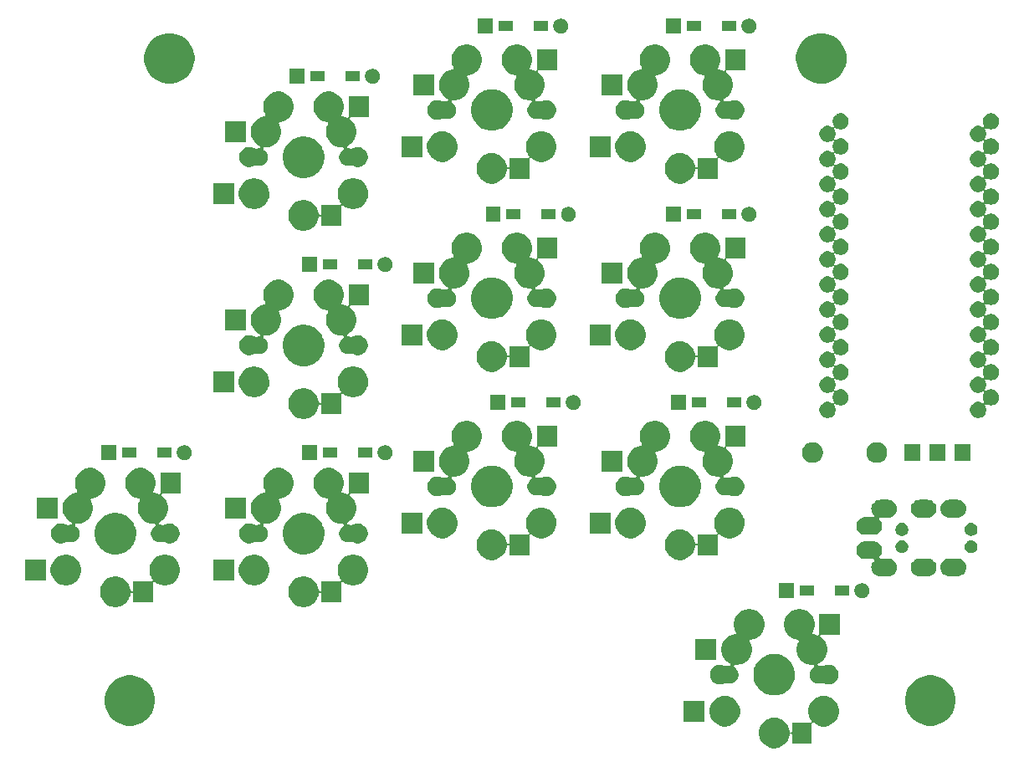
<source format=gbr>
G04 #@! TF.GenerationSoftware,KiCad,Pcbnew,(5.0.2)-1*
G04 #@! TF.CreationDate,2019-04-02T22:31:29+09:00*
G04 #@! TF.ProjectId,FirstContact,46697273-7443-46f6-9e74-6163742e6b69,rev?*
G04 #@! TF.SameCoordinates,Original*
G04 #@! TF.FileFunction,Soldermask,Bot*
G04 #@! TF.FilePolarity,Negative*
%FSLAX46Y46*%
G04 Gerber Fmt 4.6, Leading zero omitted, Abs format (unit mm)*
G04 Created by KiCad (PCBNEW (5.0.2)-1) date 2019/04/02 22:31:29*
%MOMM*%
%LPD*%
G01*
G04 APERTURE LIST*
%ADD10C,0.100000*%
G04 APERTURE END LIST*
D10*
G36*
X172812527Y-103338736D02*
X172912410Y-103358604D01*
X173194674Y-103475521D01*
X173448705Y-103645259D01*
X173664741Y-103861295D01*
X173834479Y-104115326D01*
X173951396Y-104397590D01*
X174011000Y-104697240D01*
X174011000Y-105002760D01*
X173951396Y-105302410D01*
X173834479Y-105584674D01*
X173664741Y-105838705D01*
X173448705Y-106054741D01*
X173194674Y-106224479D01*
X172912410Y-106341396D01*
X172812527Y-106361264D01*
X172612762Y-106401000D01*
X172307238Y-106401000D01*
X172107473Y-106361264D01*
X172007590Y-106341396D01*
X171725326Y-106224479D01*
X171471295Y-106054741D01*
X171471290Y-106054736D01*
X171467656Y-106052308D01*
X171455446Y-106042287D01*
X171433835Y-106030736D01*
X171410386Y-106023623D01*
X171386000Y-106021221D01*
X171361614Y-106023623D01*
X171338165Y-106030736D01*
X171316554Y-106042287D01*
X171297612Y-106057833D01*
X171282066Y-106076775D01*
X171270515Y-106098386D01*
X171263402Y-106121835D01*
X171261000Y-106146221D01*
X171261000Y-108101000D01*
X169259000Y-108101000D01*
X169259000Y-107225127D01*
X169256598Y-107200741D01*
X169249485Y-107177292D01*
X169237934Y-107155681D01*
X169222388Y-107136739D01*
X169203446Y-107121193D01*
X169181835Y-107109642D01*
X169158386Y-107102529D01*
X169134000Y-107100127D01*
X169109614Y-107102529D01*
X169086165Y-107109642D01*
X169064554Y-107121193D01*
X169045612Y-107136739D01*
X169030066Y-107155681D01*
X169018515Y-107177292D01*
X169011402Y-107200741D01*
X169011000Y-107202760D01*
X168951396Y-107502410D01*
X168834479Y-107784674D01*
X168664741Y-108038705D01*
X168448705Y-108254741D01*
X168194674Y-108424479D01*
X167912410Y-108541396D01*
X167812527Y-108561264D01*
X167612762Y-108601000D01*
X167307238Y-108601000D01*
X167107473Y-108561264D01*
X167007590Y-108541396D01*
X166725326Y-108424479D01*
X166471295Y-108254741D01*
X166255259Y-108038705D01*
X166085521Y-107784674D01*
X165968604Y-107502410D01*
X165909000Y-107202760D01*
X165909000Y-106897240D01*
X165968604Y-106597590D01*
X166085521Y-106315326D01*
X166255259Y-106061295D01*
X166471295Y-105845259D01*
X166725326Y-105675521D01*
X167007590Y-105558604D01*
X167107473Y-105538736D01*
X167307238Y-105499000D01*
X167612762Y-105499000D01*
X167812527Y-105538736D01*
X167912410Y-105558604D01*
X168194674Y-105675521D01*
X168448705Y-105845259D01*
X168664741Y-106061295D01*
X168834479Y-106315326D01*
X168951396Y-106597590D01*
X168951396Y-106597591D01*
X169011402Y-106899259D01*
X169018515Y-106922709D01*
X169030066Y-106944319D01*
X169045612Y-106963261D01*
X169064554Y-106978807D01*
X169086165Y-106990358D01*
X169109614Y-106997471D01*
X169134000Y-106999873D01*
X169158386Y-106997471D01*
X169181836Y-106990358D01*
X169203446Y-106978807D01*
X169222388Y-106963261D01*
X169237934Y-106944319D01*
X169249485Y-106922708D01*
X169256598Y-106899259D01*
X169259000Y-106874873D01*
X169259000Y-105999000D01*
X171128508Y-105999000D01*
X171152894Y-105996598D01*
X171176343Y-105989485D01*
X171197954Y-105977934D01*
X171216896Y-105962388D01*
X171232442Y-105943446D01*
X171243993Y-105921835D01*
X171251106Y-105898386D01*
X171253508Y-105874000D01*
X171251106Y-105849614D01*
X171243993Y-105826165D01*
X171232452Y-105804573D01*
X171085521Y-105584674D01*
X170968604Y-105302410D01*
X170909000Y-105002760D01*
X170909000Y-104697240D01*
X170968604Y-104397590D01*
X171085521Y-104115326D01*
X171255259Y-103861295D01*
X171471295Y-103645259D01*
X171725326Y-103475521D01*
X172007590Y-103358604D01*
X172107473Y-103338736D01*
X172307238Y-103299000D01*
X172612762Y-103299000D01*
X172812527Y-103338736D01*
X172812527Y-103338736D01*
G37*
G36*
X162812527Y-103338736D02*
X162912410Y-103358604D01*
X163194674Y-103475521D01*
X163448705Y-103645259D01*
X163664741Y-103861295D01*
X163834479Y-104115326D01*
X163951396Y-104397590D01*
X164011000Y-104697240D01*
X164011000Y-105002760D01*
X163951396Y-105302410D01*
X163834479Y-105584674D01*
X163664741Y-105838705D01*
X163448705Y-106054741D01*
X163194674Y-106224479D01*
X162912410Y-106341396D01*
X162812527Y-106361264D01*
X162612762Y-106401000D01*
X162307238Y-106401000D01*
X162107473Y-106361264D01*
X162007590Y-106341396D01*
X161725326Y-106224479D01*
X161471295Y-106054741D01*
X161255259Y-105838705D01*
X161085521Y-105584674D01*
X160968604Y-105302410D01*
X160909000Y-105002760D01*
X160909000Y-104697240D01*
X160968604Y-104397590D01*
X161085521Y-104115326D01*
X161255259Y-103861295D01*
X161471295Y-103645259D01*
X161725326Y-103475521D01*
X162007590Y-103358604D01*
X162107473Y-103338736D01*
X162307238Y-103299000D01*
X162612762Y-103299000D01*
X162812527Y-103338736D01*
X162812527Y-103338736D01*
G37*
G36*
X103004096Y-101317033D02*
X103004098Y-101317034D01*
X103004099Y-101317034D01*
X103468352Y-101509333D01*
X103790153Y-101724354D01*
X103886171Y-101788511D01*
X104241489Y-102143829D01*
X104241491Y-102143832D01*
X104520667Y-102561648D01*
X104712966Y-103025901D01*
X104712967Y-103025904D01*
X104811000Y-103518747D01*
X104811000Y-104021253D01*
X104736142Y-104397590D01*
X104712966Y-104514099D01*
X104520667Y-104978352D01*
X104304139Y-105302409D01*
X104241489Y-105396171D01*
X103886171Y-105751489D01*
X103886168Y-105751491D01*
X103468352Y-106030667D01*
X103004099Y-106222966D01*
X103004098Y-106222966D01*
X103004096Y-106222967D01*
X102511253Y-106321000D01*
X102008747Y-106321000D01*
X101515904Y-106222967D01*
X101515902Y-106222966D01*
X101515901Y-106222966D01*
X101051648Y-106030667D01*
X100633832Y-105751491D01*
X100633829Y-105751489D01*
X100278511Y-105396171D01*
X100215861Y-105302409D01*
X99999333Y-104978352D01*
X99807034Y-104514099D01*
X99783859Y-104397590D01*
X99709000Y-104021253D01*
X99709000Y-103518747D01*
X99807033Y-103025904D01*
X99807034Y-103025901D01*
X99999333Y-102561648D01*
X100278509Y-102143832D01*
X100278511Y-102143829D01*
X100633829Y-101788511D01*
X100729847Y-101724354D01*
X101051648Y-101509333D01*
X101515901Y-101317034D01*
X101515902Y-101317034D01*
X101515904Y-101317033D01*
X102008747Y-101219000D01*
X102511253Y-101219000D01*
X103004096Y-101317033D01*
X103004096Y-101317033D01*
G37*
G36*
X184004096Y-101317033D02*
X184004098Y-101317034D01*
X184004099Y-101317034D01*
X184468352Y-101509333D01*
X184790153Y-101724354D01*
X184886171Y-101788511D01*
X185241489Y-102143829D01*
X185241491Y-102143832D01*
X185520667Y-102561648D01*
X185712966Y-103025901D01*
X185712967Y-103025904D01*
X185811000Y-103518747D01*
X185811000Y-104021253D01*
X185736142Y-104397590D01*
X185712966Y-104514099D01*
X185520667Y-104978352D01*
X185304139Y-105302409D01*
X185241489Y-105396171D01*
X184886171Y-105751489D01*
X184886168Y-105751491D01*
X184468352Y-106030667D01*
X184004099Y-106222966D01*
X184004098Y-106222966D01*
X184004096Y-106222967D01*
X183511253Y-106321000D01*
X183008747Y-106321000D01*
X182515904Y-106222967D01*
X182515902Y-106222966D01*
X182515901Y-106222966D01*
X182051648Y-106030667D01*
X181633832Y-105751491D01*
X181633829Y-105751489D01*
X181278511Y-105396171D01*
X181215861Y-105302409D01*
X180999333Y-104978352D01*
X180807034Y-104514099D01*
X180783859Y-104397590D01*
X180709000Y-104021253D01*
X180709000Y-103518747D01*
X180807033Y-103025904D01*
X180807034Y-103025901D01*
X180999333Y-102561648D01*
X181278509Y-102143832D01*
X181278511Y-102143829D01*
X181633829Y-101788511D01*
X181729847Y-101724354D01*
X182051648Y-101509333D01*
X182515901Y-101317034D01*
X182515902Y-101317034D01*
X182515904Y-101317033D01*
X183008747Y-101219000D01*
X183511253Y-101219000D01*
X184004096Y-101317033D01*
X184004096Y-101317033D01*
G37*
G36*
X160411000Y-105901000D02*
X158309000Y-105901000D01*
X158309000Y-103799000D01*
X160411000Y-103799000D01*
X160411000Y-105901000D01*
X160411000Y-105901000D01*
G37*
G36*
X167937536Y-99102827D02*
X168072839Y-99129740D01*
X168231216Y-99195342D01*
X168455196Y-99288117D01*
X168799313Y-99518049D01*
X169091951Y-99810687D01*
X169321883Y-100154804D01*
X169375473Y-100284182D01*
X169480260Y-100537161D01*
X169487915Y-100575646D01*
X169561000Y-100943068D01*
X169561000Y-101356932D01*
X169507847Y-101624150D01*
X169480260Y-101762839D01*
X169414658Y-101921216D01*
X169321883Y-102145196D01*
X169091951Y-102489313D01*
X168799313Y-102781951D01*
X168455196Y-103011883D01*
X168231216Y-103104658D01*
X168072839Y-103170260D01*
X167937536Y-103197173D01*
X167666932Y-103251000D01*
X167253068Y-103251000D01*
X166982464Y-103197173D01*
X166847161Y-103170260D01*
X166688784Y-103104658D01*
X166464804Y-103011883D01*
X166120687Y-102781951D01*
X165828049Y-102489313D01*
X165598117Y-102145196D01*
X165505342Y-101921216D01*
X165439740Y-101762839D01*
X165412153Y-101624150D01*
X165359000Y-101356932D01*
X165359000Y-100943068D01*
X165432085Y-100575646D01*
X165439740Y-100537161D01*
X165544527Y-100284182D01*
X165598117Y-100154804D01*
X165828049Y-99810687D01*
X166120687Y-99518049D01*
X166464804Y-99288117D01*
X166688784Y-99195342D01*
X166847161Y-99129740D01*
X166982464Y-99102827D01*
X167253068Y-99049000D01*
X167666932Y-99049000D01*
X167937536Y-99102827D01*
X167937536Y-99102827D01*
G37*
G36*
X165272527Y-94558736D02*
X165372410Y-94578604D01*
X165654674Y-94695521D01*
X165908705Y-94865259D01*
X166124741Y-95081295D01*
X166294479Y-95335326D01*
X166411396Y-95617590D01*
X166471000Y-95917240D01*
X166471000Y-96222760D01*
X166411396Y-96522410D01*
X166294479Y-96804674D01*
X166124741Y-97058705D01*
X165908705Y-97274741D01*
X165654674Y-97444479D01*
X165372410Y-97561396D01*
X165072760Y-97621000D01*
X165063625Y-97622817D01*
X165040176Y-97629930D01*
X165018565Y-97641481D01*
X164999623Y-97657027D01*
X164984077Y-97675969D01*
X164972526Y-97697580D01*
X164965413Y-97721029D01*
X164963011Y-97745415D01*
X164965413Y-97769801D01*
X164972526Y-97793250D01*
X164984075Y-97814857D01*
X165024479Y-97875326D01*
X165141396Y-98157590D01*
X165201000Y-98457240D01*
X165201000Y-98762760D01*
X165141396Y-99062410D01*
X165024479Y-99344674D01*
X164854741Y-99598705D01*
X164638705Y-99814741D01*
X164384674Y-99984479D01*
X164102410Y-100101396D01*
X164002527Y-100121264D01*
X163802762Y-100161000D01*
X163513683Y-100161000D01*
X163489297Y-100163402D01*
X163465848Y-100170515D01*
X163444237Y-100182066D01*
X163425295Y-100197612D01*
X163409749Y-100216554D01*
X163398198Y-100238165D01*
X163391085Y-100261614D01*
X163388683Y-100286000D01*
X163391085Y-100310386D01*
X163398198Y-100333835D01*
X163409749Y-100355446D01*
X163425295Y-100374388D01*
X163444229Y-100389928D01*
X163534354Y-100450147D01*
X163659853Y-100575646D01*
X163758456Y-100723216D01*
X163826376Y-100887188D01*
X163861000Y-101061259D01*
X163861000Y-101238741D01*
X163826376Y-101412812D01*
X163758456Y-101576784D01*
X163659853Y-101724354D01*
X163534354Y-101849853D01*
X163386784Y-101948456D01*
X163222812Y-102016376D01*
X163048741Y-102051000D01*
X162871258Y-102051000D01*
X162801247Y-102037074D01*
X162697188Y-102016376D01*
X162697185Y-102016375D01*
X162694386Y-102015818D01*
X162670000Y-102013416D01*
X162645614Y-102015818D01*
X162642815Y-102016375D01*
X162642812Y-102016376D01*
X162538753Y-102037074D01*
X162468742Y-102051000D01*
X162425396Y-102051000D01*
X162401010Y-102053402D01*
X162377561Y-102060515D01*
X162251981Y-102112532D01*
X162058590Y-102151000D01*
X161861410Y-102151000D01*
X161668019Y-102112532D01*
X161485850Y-102037075D01*
X161321897Y-101927525D01*
X161182475Y-101788103D01*
X161072925Y-101624150D01*
X160997468Y-101441981D01*
X160959000Y-101248590D01*
X160959000Y-101051410D01*
X160997468Y-100858019D01*
X161072925Y-100675850D01*
X161182475Y-100511897D01*
X161321897Y-100372475D01*
X161485850Y-100262925D01*
X161668019Y-100187468D01*
X161861410Y-100149000D01*
X162058590Y-100149000D01*
X162251981Y-100187468D01*
X162377561Y-100239485D01*
X162401010Y-100246598D01*
X162425396Y-100249000D01*
X162468742Y-100249000D01*
X162509625Y-100257132D01*
X162642812Y-100283624D01*
X162642815Y-100283625D01*
X162645614Y-100284182D01*
X162670000Y-100286584D01*
X162694386Y-100284182D01*
X162697185Y-100283625D01*
X162697188Y-100283624D01*
X162830375Y-100257132D01*
X162871258Y-100249000D01*
X162925521Y-100249000D01*
X162949907Y-100246598D01*
X162973356Y-100239485D01*
X162994967Y-100227934D01*
X163013909Y-100212388D01*
X163029455Y-100193446D01*
X163041006Y-100171835D01*
X163048119Y-100148386D01*
X163050521Y-100124000D01*
X163048119Y-100099614D01*
X163041006Y-100076165D01*
X163029455Y-100054554D01*
X163013909Y-100035612D01*
X162994967Y-100020066D01*
X162973362Y-100008518D01*
X162915326Y-99984479D01*
X162661295Y-99814741D01*
X162445259Y-99598705D01*
X162275521Y-99344674D01*
X162158604Y-99062410D01*
X162099000Y-98762760D01*
X162099000Y-98457240D01*
X162158604Y-98157590D01*
X162275521Y-97875326D01*
X162445259Y-97621295D01*
X162661295Y-97405259D01*
X162915326Y-97235521D01*
X163197590Y-97118604D01*
X163497240Y-97059000D01*
X163506375Y-97057183D01*
X163529824Y-97050070D01*
X163551435Y-97038519D01*
X163570377Y-97022973D01*
X163585923Y-97004031D01*
X163597474Y-96982420D01*
X163604587Y-96958971D01*
X163606989Y-96934585D01*
X163604587Y-96910199D01*
X163597474Y-96886750D01*
X163585925Y-96865143D01*
X163545521Y-96804674D01*
X163428604Y-96522410D01*
X163369000Y-96222760D01*
X163369000Y-95917240D01*
X163428604Y-95617590D01*
X163545521Y-95335326D01*
X163715259Y-95081295D01*
X163931295Y-94865259D01*
X164185326Y-94695521D01*
X164467590Y-94578604D01*
X164567473Y-94558736D01*
X164767238Y-94519000D01*
X165072762Y-94519000D01*
X165272527Y-94558736D01*
X165272527Y-94558736D01*
G37*
G36*
X170352527Y-94558736D02*
X170452410Y-94578604D01*
X170734674Y-94695521D01*
X170988705Y-94865259D01*
X171204741Y-95081295D01*
X171374479Y-95335326D01*
X171491396Y-95617590D01*
X171551000Y-95917240D01*
X171551000Y-96222760D01*
X171491396Y-96522410D01*
X171374479Y-96804674D01*
X171334075Y-96865143D01*
X171322526Y-96886750D01*
X171315413Y-96910199D01*
X171313011Y-96934586D01*
X171315413Y-96958972D01*
X171322526Y-96982421D01*
X171334078Y-97004032D01*
X171349623Y-97022974D01*
X171368565Y-97038519D01*
X171390176Y-97050070D01*
X171413625Y-97057183D01*
X171422760Y-97059000D01*
X171722410Y-97118604D01*
X171836168Y-97165724D01*
X171859614Y-97172836D01*
X171884000Y-97175238D01*
X171908386Y-97172836D01*
X171931836Y-97165723D01*
X171953446Y-97154172D01*
X171972388Y-97138626D01*
X171987934Y-97119684D01*
X171999485Y-97098073D01*
X172006598Y-97074624D01*
X172009000Y-97050238D01*
X172009000Y-95019000D01*
X174111000Y-95019000D01*
X174111000Y-97121000D01*
X172245349Y-97121000D01*
X172220963Y-97123402D01*
X172197514Y-97130515D01*
X172175903Y-97142066D01*
X172156961Y-97157612D01*
X172141415Y-97176554D01*
X172129864Y-97198165D01*
X172122751Y-97221614D01*
X172120349Y-97246000D01*
X172122751Y-97270386D01*
X172129864Y-97293835D01*
X172141415Y-97315446D01*
X172156961Y-97334388D01*
X172175893Y-97349926D01*
X172258705Y-97405259D01*
X172474741Y-97621295D01*
X172644479Y-97875326D01*
X172761396Y-98157590D01*
X172821000Y-98457240D01*
X172821000Y-98762760D01*
X172761396Y-99062410D01*
X172644479Y-99344674D01*
X172474741Y-99598705D01*
X172258705Y-99814741D01*
X172004674Y-99984479D01*
X171946638Y-100008518D01*
X171925033Y-100020066D01*
X171906091Y-100035612D01*
X171890545Y-100054554D01*
X171878994Y-100076164D01*
X171871881Y-100099614D01*
X171869479Y-100124000D01*
X171871881Y-100148386D01*
X171878994Y-100171835D01*
X171890545Y-100193446D01*
X171906091Y-100212388D01*
X171925033Y-100227934D01*
X171946643Y-100239485D01*
X171970093Y-100246598D01*
X171994479Y-100249000D01*
X172048742Y-100249000D01*
X172089625Y-100257132D01*
X172222812Y-100283624D01*
X172222815Y-100283625D01*
X172225614Y-100284182D01*
X172250000Y-100286584D01*
X172274386Y-100284182D01*
X172277185Y-100283625D01*
X172277188Y-100283624D01*
X172410375Y-100257132D01*
X172451258Y-100249000D01*
X172494604Y-100249000D01*
X172518990Y-100246598D01*
X172542439Y-100239485D01*
X172668019Y-100187468D01*
X172861410Y-100149000D01*
X173058590Y-100149000D01*
X173251981Y-100187468D01*
X173434150Y-100262925D01*
X173598103Y-100372475D01*
X173737525Y-100511897D01*
X173847075Y-100675850D01*
X173922532Y-100858019D01*
X173961000Y-101051410D01*
X173961000Y-101248590D01*
X173922532Y-101441981D01*
X173847075Y-101624150D01*
X173737525Y-101788103D01*
X173598103Y-101927525D01*
X173434150Y-102037075D01*
X173251981Y-102112532D01*
X173058590Y-102151000D01*
X172861410Y-102151000D01*
X172668019Y-102112532D01*
X172542439Y-102060515D01*
X172518990Y-102053402D01*
X172494604Y-102051000D01*
X172451258Y-102051000D01*
X172381247Y-102037074D01*
X172277188Y-102016376D01*
X172277185Y-102016375D01*
X172274386Y-102015818D01*
X172250000Y-102013416D01*
X172225614Y-102015818D01*
X172222815Y-102016375D01*
X172222812Y-102016376D01*
X172118753Y-102037074D01*
X172048742Y-102051000D01*
X171871259Y-102051000D01*
X171697188Y-102016376D01*
X171533216Y-101948456D01*
X171385646Y-101849853D01*
X171260147Y-101724354D01*
X171161544Y-101576784D01*
X171093624Y-101412812D01*
X171059000Y-101238741D01*
X171059000Y-101061259D01*
X171093624Y-100887188D01*
X171161544Y-100723216D01*
X171260147Y-100575646D01*
X171385646Y-100450147D01*
X171475771Y-100389928D01*
X171494705Y-100374389D01*
X171510251Y-100355447D01*
X171521802Y-100333836D01*
X171528915Y-100310387D01*
X171531317Y-100286000D01*
X171528915Y-100261614D01*
X171521802Y-100238165D01*
X171510251Y-100216554D01*
X171494706Y-100197612D01*
X171475764Y-100182066D01*
X171454153Y-100170515D01*
X171430704Y-100163402D01*
X171406317Y-100161000D01*
X171117238Y-100161000D01*
X170917473Y-100121264D01*
X170817590Y-100101396D01*
X170535326Y-99984479D01*
X170281295Y-99814741D01*
X170065259Y-99598705D01*
X169895521Y-99344674D01*
X169778604Y-99062410D01*
X169719000Y-98762760D01*
X169719000Y-98457240D01*
X169778604Y-98157590D01*
X169895521Y-97875326D01*
X169935925Y-97814857D01*
X169947474Y-97793250D01*
X169954587Y-97769801D01*
X169956989Y-97745414D01*
X169954587Y-97721028D01*
X169947474Y-97697579D01*
X169935922Y-97675968D01*
X169920377Y-97657026D01*
X169901435Y-97641481D01*
X169879824Y-97629930D01*
X169856375Y-97622817D01*
X169847240Y-97621000D01*
X169547590Y-97561396D01*
X169265326Y-97444479D01*
X169011295Y-97274741D01*
X168795259Y-97058705D01*
X168625521Y-96804674D01*
X168508604Y-96522410D01*
X168449000Y-96222760D01*
X168449000Y-95917240D01*
X168508604Y-95617590D01*
X168625521Y-95335326D01*
X168795259Y-95081295D01*
X169011295Y-94865259D01*
X169265326Y-94695521D01*
X169547590Y-94578604D01*
X169647473Y-94558736D01*
X169847238Y-94519000D01*
X170152762Y-94519000D01*
X170352527Y-94558736D01*
X170352527Y-94558736D01*
G37*
G36*
X161611000Y-99661000D02*
X159509000Y-99661000D01*
X159509000Y-97559000D01*
X161611000Y-97559000D01*
X161611000Y-99661000D01*
X161611000Y-99661000D01*
G37*
G36*
X106121203Y-89047989D02*
X106237410Y-89071104D01*
X106519674Y-89188021D01*
X106773705Y-89357759D01*
X106989741Y-89573795D01*
X107159479Y-89827826D01*
X107276396Y-90110090D01*
X107336000Y-90409740D01*
X107336000Y-90715260D01*
X107276396Y-91014910D01*
X107159479Y-91297174D01*
X106989741Y-91551205D01*
X106773705Y-91767241D01*
X106519674Y-91936979D01*
X106237410Y-92053896D01*
X106137527Y-92073764D01*
X105937762Y-92113500D01*
X105632238Y-92113500D01*
X105432473Y-92073764D01*
X105332590Y-92053896D01*
X105050326Y-91936979D01*
X104796295Y-91767241D01*
X104796290Y-91767236D01*
X104792656Y-91764808D01*
X104780446Y-91754787D01*
X104758835Y-91743236D01*
X104735386Y-91736123D01*
X104711000Y-91733721D01*
X104686614Y-91736123D01*
X104663165Y-91743236D01*
X104641554Y-91754787D01*
X104622612Y-91770333D01*
X104607066Y-91789275D01*
X104595515Y-91810886D01*
X104588402Y-91834335D01*
X104586000Y-91858721D01*
X104586000Y-93813500D01*
X102584000Y-93813500D01*
X102584000Y-92937627D01*
X102581598Y-92913241D01*
X102574485Y-92889792D01*
X102562934Y-92868181D01*
X102547388Y-92849239D01*
X102528446Y-92833693D01*
X102506835Y-92822142D01*
X102483386Y-92815029D01*
X102459000Y-92812627D01*
X102434614Y-92815029D01*
X102411165Y-92822142D01*
X102389554Y-92833693D01*
X102370612Y-92849239D01*
X102355066Y-92868181D01*
X102343515Y-92889792D01*
X102336402Y-92913241D01*
X102296441Y-93114137D01*
X102276396Y-93214910D01*
X102159479Y-93497174D01*
X101989741Y-93751205D01*
X101773705Y-93967241D01*
X101519674Y-94136979D01*
X101237410Y-94253896D01*
X101137527Y-94273764D01*
X100937762Y-94313500D01*
X100632238Y-94313500D01*
X100432473Y-94273764D01*
X100332590Y-94253896D01*
X100050326Y-94136979D01*
X99796295Y-93967241D01*
X99580259Y-93751205D01*
X99410521Y-93497174D01*
X99293604Y-93214910D01*
X99273736Y-93115027D01*
X99234000Y-92915262D01*
X99234000Y-92609738D01*
X99293604Y-92310091D01*
X99304006Y-92284978D01*
X99410521Y-92027826D01*
X99580259Y-91773795D01*
X99796295Y-91557759D01*
X100050326Y-91388021D01*
X100332590Y-91271104D01*
X100432473Y-91251236D01*
X100632238Y-91211500D01*
X100937762Y-91211500D01*
X101137527Y-91251236D01*
X101237410Y-91271104D01*
X101519674Y-91388021D01*
X101773705Y-91557759D01*
X101989741Y-91773795D01*
X102159479Y-92027826D01*
X102265994Y-92284978D01*
X102276396Y-92310091D01*
X102336402Y-92611759D01*
X102343515Y-92635209D01*
X102355066Y-92656819D01*
X102370612Y-92675761D01*
X102389554Y-92691307D01*
X102411165Y-92702858D01*
X102434614Y-92709971D01*
X102459000Y-92712373D01*
X102483386Y-92709971D01*
X102506836Y-92702858D01*
X102528446Y-92691307D01*
X102547388Y-92675761D01*
X102562934Y-92656819D01*
X102574485Y-92635208D01*
X102581598Y-92611759D01*
X102584000Y-92587373D01*
X102584000Y-91711500D01*
X104453508Y-91711500D01*
X104477894Y-91709098D01*
X104501343Y-91701985D01*
X104522954Y-91690434D01*
X104541896Y-91674888D01*
X104557442Y-91655946D01*
X104568993Y-91634335D01*
X104576106Y-91610886D01*
X104578508Y-91586500D01*
X104576106Y-91562114D01*
X104568993Y-91538665D01*
X104557452Y-91517073D01*
X104410521Y-91297174D01*
X104293604Y-91014910D01*
X104234000Y-90715260D01*
X104234000Y-90409740D01*
X104293604Y-90110090D01*
X104410521Y-89827826D01*
X104580259Y-89573795D01*
X104796295Y-89357759D01*
X105050326Y-89188021D01*
X105332590Y-89071104D01*
X105448797Y-89047989D01*
X105632238Y-89011500D01*
X105937762Y-89011500D01*
X106121203Y-89047989D01*
X106121203Y-89047989D01*
G37*
G36*
X125171203Y-89047989D02*
X125287410Y-89071104D01*
X125569674Y-89188021D01*
X125823705Y-89357759D01*
X126039741Y-89573795D01*
X126209479Y-89827826D01*
X126326396Y-90110090D01*
X126386000Y-90409740D01*
X126386000Y-90715260D01*
X126326396Y-91014910D01*
X126209479Y-91297174D01*
X126039741Y-91551205D01*
X125823705Y-91767241D01*
X125569674Y-91936979D01*
X125287410Y-92053896D01*
X125187527Y-92073764D01*
X124987762Y-92113500D01*
X124682238Y-92113500D01*
X124482473Y-92073764D01*
X124382590Y-92053896D01*
X124100326Y-91936979D01*
X123846295Y-91767241D01*
X123846290Y-91767236D01*
X123842656Y-91764808D01*
X123830446Y-91754787D01*
X123808835Y-91743236D01*
X123785386Y-91736123D01*
X123761000Y-91733721D01*
X123736614Y-91736123D01*
X123713165Y-91743236D01*
X123691554Y-91754787D01*
X123672612Y-91770333D01*
X123657066Y-91789275D01*
X123645515Y-91810886D01*
X123638402Y-91834335D01*
X123636000Y-91858721D01*
X123636000Y-93813500D01*
X121634000Y-93813500D01*
X121634000Y-92937627D01*
X121631598Y-92913241D01*
X121624485Y-92889792D01*
X121612934Y-92868181D01*
X121597388Y-92849239D01*
X121578446Y-92833693D01*
X121556835Y-92822142D01*
X121533386Y-92815029D01*
X121509000Y-92812627D01*
X121484614Y-92815029D01*
X121461165Y-92822142D01*
X121439554Y-92833693D01*
X121420612Y-92849239D01*
X121405066Y-92868181D01*
X121393515Y-92889792D01*
X121386402Y-92913241D01*
X121346441Y-93114137D01*
X121326396Y-93214910D01*
X121209479Y-93497174D01*
X121039741Y-93751205D01*
X120823705Y-93967241D01*
X120569674Y-94136979D01*
X120287410Y-94253896D01*
X120187527Y-94273764D01*
X119987762Y-94313500D01*
X119682238Y-94313500D01*
X119482473Y-94273764D01*
X119382590Y-94253896D01*
X119100326Y-94136979D01*
X118846295Y-93967241D01*
X118630259Y-93751205D01*
X118460521Y-93497174D01*
X118343604Y-93214910D01*
X118323736Y-93115027D01*
X118284000Y-92915262D01*
X118284000Y-92609738D01*
X118343604Y-92310091D01*
X118354006Y-92284978D01*
X118460521Y-92027826D01*
X118630259Y-91773795D01*
X118846295Y-91557759D01*
X119100326Y-91388021D01*
X119382590Y-91271104D01*
X119482473Y-91251236D01*
X119682238Y-91211500D01*
X119987762Y-91211500D01*
X120187527Y-91251236D01*
X120287410Y-91271104D01*
X120569674Y-91388021D01*
X120823705Y-91557759D01*
X121039741Y-91773795D01*
X121209479Y-92027826D01*
X121315994Y-92284978D01*
X121326396Y-92310091D01*
X121386402Y-92611759D01*
X121393515Y-92635209D01*
X121405066Y-92656819D01*
X121420612Y-92675761D01*
X121439554Y-92691307D01*
X121461165Y-92702858D01*
X121484614Y-92709971D01*
X121509000Y-92712373D01*
X121533386Y-92709971D01*
X121556836Y-92702858D01*
X121578446Y-92691307D01*
X121597388Y-92675761D01*
X121612934Y-92656819D01*
X121624485Y-92635208D01*
X121631598Y-92611759D01*
X121634000Y-92587373D01*
X121634000Y-91711500D01*
X123503508Y-91711500D01*
X123527894Y-91709098D01*
X123551343Y-91701985D01*
X123572954Y-91690434D01*
X123591896Y-91674888D01*
X123607442Y-91655946D01*
X123618993Y-91634335D01*
X123626106Y-91610886D01*
X123628508Y-91586500D01*
X123626106Y-91562114D01*
X123618993Y-91538665D01*
X123607452Y-91517073D01*
X123460521Y-91297174D01*
X123343604Y-91014910D01*
X123284000Y-90715260D01*
X123284000Y-90409740D01*
X123343604Y-90110090D01*
X123460521Y-89827826D01*
X123630259Y-89573795D01*
X123846295Y-89357759D01*
X124100326Y-89188021D01*
X124382590Y-89071104D01*
X124498797Y-89047989D01*
X124682238Y-89011500D01*
X124987762Y-89011500D01*
X125171203Y-89047989D01*
X125171203Y-89047989D01*
G37*
G36*
X169479500Y-93389500D02*
X167980500Y-93389500D01*
X167980500Y-91890500D01*
X169479500Y-91890500D01*
X169479500Y-93389500D01*
X169479500Y-93389500D01*
G37*
G36*
X176568621Y-91919302D02*
X176705022Y-91975801D01*
X176827779Y-92057825D01*
X176932175Y-92162221D01*
X177014199Y-92284978D01*
X177070698Y-92421379D01*
X177099500Y-92566181D01*
X177099500Y-92713819D01*
X177070698Y-92858621D01*
X177014199Y-92995022D01*
X176932175Y-93117779D01*
X176827779Y-93222175D01*
X176705022Y-93304199D01*
X176568621Y-93360698D01*
X176423819Y-93389500D01*
X176276181Y-93389500D01*
X176131379Y-93360698D01*
X175994978Y-93304199D01*
X175872221Y-93222175D01*
X175767825Y-93117779D01*
X175685801Y-92995022D01*
X175629302Y-92858621D01*
X175600500Y-92713819D01*
X175600500Y-92566181D01*
X175629302Y-92421379D01*
X175685801Y-92284978D01*
X175767825Y-92162221D01*
X175872221Y-92057825D01*
X175994978Y-91975801D01*
X176131379Y-91919302D01*
X176276181Y-91890500D01*
X176423819Y-91890500D01*
X176568621Y-91919302D01*
X176568621Y-91919302D01*
G37*
G36*
X171466000Y-93166000D02*
X170064000Y-93166000D01*
X170064000Y-92114000D01*
X171466000Y-92114000D01*
X171466000Y-93166000D01*
X171466000Y-93166000D01*
G37*
G36*
X175016000Y-93166000D02*
X173614000Y-93166000D01*
X173614000Y-92114000D01*
X175016000Y-92114000D01*
X175016000Y-93166000D01*
X175016000Y-93166000D01*
G37*
G36*
X115171203Y-89047989D02*
X115287410Y-89071104D01*
X115569674Y-89188021D01*
X115823705Y-89357759D01*
X116039741Y-89573795D01*
X116209479Y-89827826D01*
X116326396Y-90110090D01*
X116386000Y-90409740D01*
X116386000Y-90715260D01*
X116326396Y-91014910D01*
X116209479Y-91297174D01*
X116039741Y-91551205D01*
X115823705Y-91767241D01*
X115569674Y-91936979D01*
X115287410Y-92053896D01*
X115187527Y-92073764D01*
X114987762Y-92113500D01*
X114682238Y-92113500D01*
X114482473Y-92073764D01*
X114382590Y-92053896D01*
X114100326Y-91936979D01*
X113846295Y-91767241D01*
X113630259Y-91551205D01*
X113460521Y-91297174D01*
X113343604Y-91014910D01*
X113284000Y-90715260D01*
X113284000Y-90409740D01*
X113343604Y-90110090D01*
X113460521Y-89827826D01*
X113630259Y-89573795D01*
X113846295Y-89357759D01*
X114100326Y-89188021D01*
X114382590Y-89071104D01*
X114498797Y-89047989D01*
X114682238Y-89011500D01*
X114987762Y-89011500D01*
X115171203Y-89047989D01*
X115171203Y-89047989D01*
G37*
G36*
X96121203Y-89047989D02*
X96237410Y-89071104D01*
X96519674Y-89188021D01*
X96773705Y-89357759D01*
X96989741Y-89573795D01*
X97159479Y-89827826D01*
X97276396Y-90110090D01*
X97336000Y-90409740D01*
X97336000Y-90715260D01*
X97276396Y-91014910D01*
X97159479Y-91297174D01*
X96989741Y-91551205D01*
X96773705Y-91767241D01*
X96519674Y-91936979D01*
X96237410Y-92053896D01*
X96137527Y-92073764D01*
X95937762Y-92113500D01*
X95632238Y-92113500D01*
X95432473Y-92073764D01*
X95332590Y-92053896D01*
X95050326Y-91936979D01*
X94796295Y-91767241D01*
X94580259Y-91551205D01*
X94410521Y-91297174D01*
X94293604Y-91014910D01*
X94234000Y-90715260D01*
X94234000Y-90409740D01*
X94293604Y-90110090D01*
X94410521Y-89827826D01*
X94580259Y-89573795D01*
X94796295Y-89357759D01*
X95050326Y-89188021D01*
X95332590Y-89071104D01*
X95448797Y-89047989D01*
X95632238Y-89011500D01*
X95937762Y-89011500D01*
X96121203Y-89047989D01*
X96121203Y-89047989D01*
G37*
G36*
X112786000Y-91613500D02*
X110684000Y-91613500D01*
X110684000Y-89511500D01*
X112786000Y-89511500D01*
X112786000Y-91613500D01*
X112786000Y-91613500D01*
G37*
G36*
X93736000Y-91613500D02*
X91634000Y-91613500D01*
X91634000Y-89511500D01*
X93736000Y-89511500D01*
X93736000Y-91613500D01*
X93736000Y-91613500D01*
G37*
G36*
X177601692Y-87650518D02*
X177667877Y-87657037D01*
X177774349Y-87689335D01*
X177837717Y-87708557D01*
X177945000Y-87765902D01*
X177994241Y-87792222D01*
X178029979Y-87821552D01*
X178131436Y-87904814D01*
X178213746Y-88005110D01*
X178244028Y-88042009D01*
X178244029Y-88042011D01*
X178327693Y-88198533D01*
X178327693Y-88198534D01*
X178379213Y-88368373D01*
X178396609Y-88545000D01*
X178379213Y-88721627D01*
X178349074Y-88820983D01*
X178327693Y-88891467D01*
X178289190Y-88963500D01*
X178244028Y-89047991D01*
X178203773Y-89097041D01*
X178127730Y-89189701D01*
X178114117Y-89210076D01*
X178104739Y-89232715D01*
X178099959Y-89256748D01*
X178099959Y-89281253D01*
X178104740Y-89305286D01*
X178114117Y-89327925D01*
X178127731Y-89348299D01*
X178145058Y-89365627D01*
X178165433Y-89379240D01*
X178188072Y-89388618D01*
X178224357Y-89394000D01*
X179035510Y-89394000D01*
X179101692Y-89400518D01*
X179167877Y-89407037D01*
X179281103Y-89441384D01*
X179337717Y-89458557D01*
X179476337Y-89532652D01*
X179494241Y-89542222D01*
X179529979Y-89571552D01*
X179631436Y-89654814D01*
X179714698Y-89756271D01*
X179744028Y-89792009D01*
X179744029Y-89792011D01*
X179827693Y-89948533D01*
X179827693Y-89948534D01*
X179879213Y-90118373D01*
X179896609Y-90295000D01*
X179879213Y-90471627D01*
X179844866Y-90584853D01*
X179827693Y-90641467D01*
X179788249Y-90715260D01*
X179744028Y-90797991D01*
X179714698Y-90833729D01*
X179631436Y-90935186D01*
X179529979Y-91018448D01*
X179494241Y-91047778D01*
X179494239Y-91047779D01*
X179337717Y-91131443D01*
X179281103Y-91148616D01*
X179167877Y-91182963D01*
X179101692Y-91189482D01*
X179035510Y-91196000D01*
X178146990Y-91196000D01*
X178080808Y-91189482D01*
X178014623Y-91182963D01*
X177901397Y-91148616D01*
X177844783Y-91131443D01*
X177688261Y-91047779D01*
X177688259Y-91047778D01*
X177652521Y-91018448D01*
X177551064Y-90935186D01*
X177467802Y-90833729D01*
X177438472Y-90797991D01*
X177394251Y-90715260D01*
X177354807Y-90641467D01*
X177337634Y-90584853D01*
X177303287Y-90471627D01*
X177285891Y-90295000D01*
X177303287Y-90118373D01*
X177354807Y-89948534D01*
X177354807Y-89948533D01*
X177438471Y-89792011D01*
X177438472Y-89792009D01*
X177478727Y-89742959D01*
X177554770Y-89650299D01*
X177568383Y-89629924D01*
X177577761Y-89607285D01*
X177582541Y-89583252D01*
X177582541Y-89558747D01*
X177577760Y-89534714D01*
X177568383Y-89512075D01*
X177554769Y-89491701D01*
X177537442Y-89474373D01*
X177517067Y-89460760D01*
X177494428Y-89451382D01*
X177458143Y-89446000D01*
X176646990Y-89446000D01*
X176580807Y-89439481D01*
X176514623Y-89432963D01*
X176386179Y-89394000D01*
X176344783Y-89381443D01*
X176188261Y-89297779D01*
X176188259Y-89297778D01*
X176138264Y-89256748D01*
X176051064Y-89185186D01*
X175967802Y-89083729D01*
X175938472Y-89047991D01*
X175893310Y-88963500D01*
X175854807Y-88891467D01*
X175833426Y-88820983D01*
X175803287Y-88721627D01*
X175785891Y-88545000D01*
X175803287Y-88368373D01*
X175854807Y-88198534D01*
X175854807Y-88198533D01*
X175938471Y-88042011D01*
X175938472Y-88042009D01*
X175968754Y-88005110D01*
X176051064Y-87904814D01*
X176152521Y-87821552D01*
X176188259Y-87792222D01*
X176237500Y-87765902D01*
X176344783Y-87708557D01*
X176408151Y-87689335D01*
X176514623Y-87657037D01*
X176580808Y-87650518D01*
X176646990Y-87644000D01*
X177535510Y-87644000D01*
X177601692Y-87650518D01*
X177601692Y-87650518D01*
G37*
G36*
X183101692Y-89400518D02*
X183167877Y-89407037D01*
X183281103Y-89441384D01*
X183337717Y-89458557D01*
X183476337Y-89532652D01*
X183494241Y-89542222D01*
X183529979Y-89571552D01*
X183631436Y-89654814D01*
X183714698Y-89756271D01*
X183744028Y-89792009D01*
X183744029Y-89792011D01*
X183827693Y-89948533D01*
X183827693Y-89948534D01*
X183879213Y-90118373D01*
X183896609Y-90295000D01*
X183879213Y-90471627D01*
X183844866Y-90584853D01*
X183827693Y-90641467D01*
X183788249Y-90715260D01*
X183744028Y-90797991D01*
X183714698Y-90833729D01*
X183631436Y-90935186D01*
X183529979Y-91018448D01*
X183494241Y-91047778D01*
X183494239Y-91047779D01*
X183337717Y-91131443D01*
X183281103Y-91148616D01*
X183167877Y-91182963D01*
X183101692Y-91189482D01*
X183035510Y-91196000D01*
X182146990Y-91196000D01*
X182080808Y-91189482D01*
X182014623Y-91182963D01*
X181901397Y-91148616D01*
X181844783Y-91131443D01*
X181688261Y-91047779D01*
X181688259Y-91047778D01*
X181652521Y-91018448D01*
X181551064Y-90935186D01*
X181467802Y-90833729D01*
X181438472Y-90797991D01*
X181394251Y-90715260D01*
X181354807Y-90641467D01*
X181337634Y-90584853D01*
X181303287Y-90471627D01*
X181285891Y-90295000D01*
X181303287Y-90118373D01*
X181354807Y-89948534D01*
X181354807Y-89948533D01*
X181438471Y-89792011D01*
X181438472Y-89792009D01*
X181467802Y-89756271D01*
X181551064Y-89654814D01*
X181652521Y-89571552D01*
X181688259Y-89542222D01*
X181706163Y-89532652D01*
X181844783Y-89458557D01*
X181901397Y-89441384D01*
X182014623Y-89407037D01*
X182080807Y-89400519D01*
X182146990Y-89394000D01*
X183035510Y-89394000D01*
X183101692Y-89400518D01*
X183101692Y-89400518D01*
G37*
G36*
X186101692Y-89400518D02*
X186167877Y-89407037D01*
X186281103Y-89441384D01*
X186337717Y-89458557D01*
X186476337Y-89532652D01*
X186494241Y-89542222D01*
X186529979Y-89571552D01*
X186631436Y-89654814D01*
X186714698Y-89756271D01*
X186744028Y-89792009D01*
X186744029Y-89792011D01*
X186827693Y-89948533D01*
X186827693Y-89948534D01*
X186879213Y-90118373D01*
X186896609Y-90295000D01*
X186879213Y-90471627D01*
X186844866Y-90584853D01*
X186827693Y-90641467D01*
X186788249Y-90715260D01*
X186744028Y-90797991D01*
X186714698Y-90833729D01*
X186631436Y-90935186D01*
X186529979Y-91018448D01*
X186494241Y-91047778D01*
X186494239Y-91047779D01*
X186337717Y-91131443D01*
X186281103Y-91148616D01*
X186167877Y-91182963D01*
X186101692Y-91189482D01*
X186035510Y-91196000D01*
X185146990Y-91196000D01*
X185080808Y-91189482D01*
X185014623Y-91182963D01*
X184901397Y-91148616D01*
X184844783Y-91131443D01*
X184688261Y-91047779D01*
X184688259Y-91047778D01*
X184652521Y-91018448D01*
X184551064Y-90935186D01*
X184467802Y-90833729D01*
X184438472Y-90797991D01*
X184394251Y-90715260D01*
X184354807Y-90641467D01*
X184337634Y-90584853D01*
X184303287Y-90471627D01*
X184285891Y-90295000D01*
X184303287Y-90118373D01*
X184354807Y-89948534D01*
X184354807Y-89948533D01*
X184438471Y-89792011D01*
X184438472Y-89792009D01*
X184467802Y-89756271D01*
X184551064Y-89654814D01*
X184652521Y-89571552D01*
X184688259Y-89542222D01*
X184706163Y-89532652D01*
X184844783Y-89458557D01*
X184901397Y-89441384D01*
X185014623Y-89407037D01*
X185080807Y-89400519D01*
X185146990Y-89394000D01*
X186035510Y-89394000D01*
X186101692Y-89400518D01*
X186101692Y-89400518D01*
G37*
G36*
X144237527Y-84288736D02*
X144337410Y-84308604D01*
X144619674Y-84425521D01*
X144873705Y-84595259D01*
X145089741Y-84811295D01*
X145259479Y-85065326D01*
X145376396Y-85347590D01*
X145381550Y-85373500D01*
X145436000Y-85647238D01*
X145436000Y-85952762D01*
X145420634Y-86030012D01*
X145376396Y-86252410D01*
X145259479Y-86534674D01*
X145089741Y-86788705D01*
X144873705Y-87004741D01*
X144619674Y-87174479D01*
X144337410Y-87291396D01*
X144237527Y-87311264D01*
X144037762Y-87351000D01*
X143732238Y-87351000D01*
X143532473Y-87311264D01*
X143432590Y-87291396D01*
X143150326Y-87174479D01*
X142896295Y-87004741D01*
X142896290Y-87004736D01*
X142892656Y-87002308D01*
X142880446Y-86992287D01*
X142858835Y-86980736D01*
X142835386Y-86973623D01*
X142811000Y-86971221D01*
X142786614Y-86973623D01*
X142763165Y-86980736D01*
X142741554Y-86992287D01*
X142722612Y-87007833D01*
X142707066Y-87026775D01*
X142695515Y-87048386D01*
X142688402Y-87071835D01*
X142686000Y-87096221D01*
X142686000Y-89051000D01*
X140684000Y-89051000D01*
X140684000Y-88175127D01*
X140681598Y-88150741D01*
X140674485Y-88127292D01*
X140662934Y-88105681D01*
X140647388Y-88086739D01*
X140628446Y-88071193D01*
X140606835Y-88059642D01*
X140583386Y-88052529D01*
X140559000Y-88050127D01*
X140534614Y-88052529D01*
X140511165Y-88059642D01*
X140489554Y-88071193D01*
X140470612Y-88086739D01*
X140455066Y-88105681D01*
X140443515Y-88127292D01*
X140436402Y-88150741D01*
X140426243Y-88201813D01*
X140376396Y-88452410D01*
X140259479Y-88734674D01*
X140089741Y-88988705D01*
X139873705Y-89204741D01*
X139619674Y-89374479D01*
X139337410Y-89491396D01*
X139237527Y-89511264D01*
X139037762Y-89551000D01*
X138732238Y-89551000D01*
X138532473Y-89511264D01*
X138432590Y-89491396D01*
X138150326Y-89374479D01*
X137896295Y-89204741D01*
X137680259Y-88988705D01*
X137510521Y-88734674D01*
X137393604Y-88452410D01*
X137343757Y-88201813D01*
X137334000Y-88152762D01*
X137334000Y-87847238D01*
X137389342Y-87569017D01*
X137393604Y-87547590D01*
X137510521Y-87265326D01*
X137680259Y-87011295D01*
X137896295Y-86795259D01*
X138150326Y-86625521D01*
X138432590Y-86508604D01*
X138532473Y-86488736D01*
X138732238Y-86449000D01*
X139037762Y-86449000D01*
X139237527Y-86488736D01*
X139337410Y-86508604D01*
X139619674Y-86625521D01*
X139873705Y-86795259D01*
X140089741Y-87011295D01*
X140259479Y-87265326D01*
X140376396Y-87547590D01*
X140380658Y-87569017D01*
X140436402Y-87849259D01*
X140443515Y-87872709D01*
X140455066Y-87894319D01*
X140470612Y-87913261D01*
X140489554Y-87928807D01*
X140511165Y-87940358D01*
X140534614Y-87947471D01*
X140559000Y-87949873D01*
X140583386Y-87947471D01*
X140606836Y-87940358D01*
X140628446Y-87928807D01*
X140647388Y-87913261D01*
X140662934Y-87894319D01*
X140674485Y-87872708D01*
X140681598Y-87849259D01*
X140684000Y-87824873D01*
X140684000Y-86949000D01*
X142553508Y-86949000D01*
X142577894Y-86946598D01*
X142601343Y-86939485D01*
X142622954Y-86927934D01*
X142641896Y-86912388D01*
X142657442Y-86893446D01*
X142668993Y-86871835D01*
X142676106Y-86848386D01*
X142678508Y-86824000D01*
X142676106Y-86799614D01*
X142668993Y-86776165D01*
X142657452Y-86754573D01*
X142510521Y-86534674D01*
X142393604Y-86252410D01*
X142349366Y-86030012D01*
X142334000Y-85952762D01*
X142334000Y-85647238D01*
X142388450Y-85373500D01*
X142393604Y-85347590D01*
X142510521Y-85065326D01*
X142680259Y-84811295D01*
X142896295Y-84595259D01*
X143150326Y-84425521D01*
X143432590Y-84308604D01*
X143532473Y-84288736D01*
X143732238Y-84249000D01*
X144037762Y-84249000D01*
X144237527Y-84288736D01*
X144237527Y-84288736D01*
G37*
G36*
X163287527Y-84288736D02*
X163387410Y-84308604D01*
X163669674Y-84425521D01*
X163923705Y-84595259D01*
X164139741Y-84811295D01*
X164309479Y-85065326D01*
X164426396Y-85347590D01*
X164431550Y-85373500D01*
X164486000Y-85647238D01*
X164486000Y-85952762D01*
X164470634Y-86030012D01*
X164426396Y-86252410D01*
X164309479Y-86534674D01*
X164139741Y-86788705D01*
X163923705Y-87004741D01*
X163669674Y-87174479D01*
X163387410Y-87291396D01*
X163287527Y-87311264D01*
X163087762Y-87351000D01*
X162782238Y-87351000D01*
X162582473Y-87311264D01*
X162482590Y-87291396D01*
X162200326Y-87174479D01*
X161946295Y-87004741D01*
X161946290Y-87004736D01*
X161942656Y-87002308D01*
X161930446Y-86992287D01*
X161908835Y-86980736D01*
X161885386Y-86973623D01*
X161861000Y-86971221D01*
X161836614Y-86973623D01*
X161813165Y-86980736D01*
X161791554Y-86992287D01*
X161772612Y-87007833D01*
X161757066Y-87026775D01*
X161745515Y-87048386D01*
X161738402Y-87071835D01*
X161736000Y-87096221D01*
X161736000Y-89051000D01*
X159734000Y-89051000D01*
X159734000Y-88175127D01*
X159731598Y-88150741D01*
X159724485Y-88127292D01*
X159712934Y-88105681D01*
X159697388Y-88086739D01*
X159678446Y-88071193D01*
X159656835Y-88059642D01*
X159633386Y-88052529D01*
X159609000Y-88050127D01*
X159584614Y-88052529D01*
X159561165Y-88059642D01*
X159539554Y-88071193D01*
X159520612Y-88086739D01*
X159505066Y-88105681D01*
X159493515Y-88127292D01*
X159486402Y-88150741D01*
X159476243Y-88201813D01*
X159426396Y-88452410D01*
X159309479Y-88734674D01*
X159139741Y-88988705D01*
X158923705Y-89204741D01*
X158669674Y-89374479D01*
X158387410Y-89491396D01*
X158287527Y-89511264D01*
X158087762Y-89551000D01*
X157782238Y-89551000D01*
X157582473Y-89511264D01*
X157482590Y-89491396D01*
X157200326Y-89374479D01*
X156946295Y-89204741D01*
X156730259Y-88988705D01*
X156560521Y-88734674D01*
X156443604Y-88452410D01*
X156393757Y-88201813D01*
X156384000Y-88152762D01*
X156384000Y-87847238D01*
X156439342Y-87569017D01*
X156443604Y-87547590D01*
X156560521Y-87265326D01*
X156730259Y-87011295D01*
X156946295Y-86795259D01*
X157200326Y-86625521D01*
X157482590Y-86508604D01*
X157582473Y-86488736D01*
X157782238Y-86449000D01*
X158087762Y-86449000D01*
X158287527Y-86488736D01*
X158387410Y-86508604D01*
X158669674Y-86625521D01*
X158923705Y-86795259D01*
X159139741Y-87011295D01*
X159309479Y-87265326D01*
X159426396Y-87547590D01*
X159430658Y-87569017D01*
X159486402Y-87849259D01*
X159493515Y-87872709D01*
X159505066Y-87894319D01*
X159520612Y-87913261D01*
X159539554Y-87928807D01*
X159561165Y-87940358D01*
X159584614Y-87947471D01*
X159609000Y-87949873D01*
X159633386Y-87947471D01*
X159656836Y-87940358D01*
X159678446Y-87928807D01*
X159697388Y-87913261D01*
X159712934Y-87894319D01*
X159724485Y-87872708D01*
X159731598Y-87849259D01*
X159734000Y-87824873D01*
X159734000Y-86949000D01*
X161603508Y-86949000D01*
X161627894Y-86946598D01*
X161651343Y-86939485D01*
X161672954Y-86927934D01*
X161691896Y-86912388D01*
X161707442Y-86893446D01*
X161718993Y-86871835D01*
X161726106Y-86848386D01*
X161728508Y-86824000D01*
X161726106Y-86799614D01*
X161718993Y-86776165D01*
X161707452Y-86754573D01*
X161560521Y-86534674D01*
X161443604Y-86252410D01*
X161399366Y-86030012D01*
X161384000Y-85952762D01*
X161384000Y-85647238D01*
X161438450Y-85373500D01*
X161443604Y-85347590D01*
X161560521Y-85065326D01*
X161730259Y-84811295D01*
X161946295Y-84595259D01*
X162200326Y-84425521D01*
X162482590Y-84308604D01*
X162582473Y-84288736D01*
X162782238Y-84249000D01*
X163087762Y-84249000D01*
X163287527Y-84288736D01*
X163287527Y-84288736D01*
G37*
G36*
X101262536Y-84815327D02*
X101397839Y-84842240D01*
X101556216Y-84907842D01*
X101780196Y-85000617D01*
X102124313Y-85230549D01*
X102416951Y-85523187D01*
X102646883Y-85867304D01*
X102700473Y-85996682D01*
X102805260Y-86249661D01*
X102812915Y-86288146D01*
X102886000Y-86655568D01*
X102886000Y-87069432D01*
X102841848Y-87291396D01*
X102805260Y-87475339D01*
X102766457Y-87569017D01*
X102646883Y-87857696D01*
X102416951Y-88201813D01*
X102124313Y-88494451D01*
X101780196Y-88724383D01*
X101556216Y-88817158D01*
X101397839Y-88882760D01*
X101262536Y-88909673D01*
X100991932Y-88963500D01*
X100578068Y-88963500D01*
X100307464Y-88909673D01*
X100172161Y-88882760D01*
X100013784Y-88817158D01*
X99789804Y-88724383D01*
X99445687Y-88494451D01*
X99153049Y-88201813D01*
X98923117Y-87857696D01*
X98803543Y-87569017D01*
X98764740Y-87475339D01*
X98728152Y-87291396D01*
X98684000Y-87069432D01*
X98684000Y-86655568D01*
X98757085Y-86288146D01*
X98764740Y-86249661D01*
X98869527Y-85996682D01*
X98923117Y-85867304D01*
X99153049Y-85523187D01*
X99445687Y-85230549D01*
X99789804Y-85000617D01*
X100013784Y-84907842D01*
X100172161Y-84842240D01*
X100307464Y-84815327D01*
X100578068Y-84761500D01*
X100991932Y-84761500D01*
X101262536Y-84815327D01*
X101262536Y-84815327D01*
G37*
G36*
X120312536Y-84815327D02*
X120447839Y-84842240D01*
X120606216Y-84907842D01*
X120830196Y-85000617D01*
X121174313Y-85230549D01*
X121466951Y-85523187D01*
X121696883Y-85867304D01*
X121750473Y-85996682D01*
X121855260Y-86249661D01*
X121862915Y-86288146D01*
X121936000Y-86655568D01*
X121936000Y-87069432D01*
X121891848Y-87291396D01*
X121855260Y-87475339D01*
X121816457Y-87569017D01*
X121696883Y-87857696D01*
X121466951Y-88201813D01*
X121174313Y-88494451D01*
X120830196Y-88724383D01*
X120606216Y-88817158D01*
X120447839Y-88882760D01*
X120312536Y-88909673D01*
X120041932Y-88963500D01*
X119628068Y-88963500D01*
X119357464Y-88909673D01*
X119222161Y-88882760D01*
X119063784Y-88817158D01*
X118839804Y-88724383D01*
X118495687Y-88494451D01*
X118203049Y-88201813D01*
X117973117Y-87857696D01*
X117853543Y-87569017D01*
X117814740Y-87475339D01*
X117778152Y-87291396D01*
X117734000Y-87069432D01*
X117734000Y-86655568D01*
X117807085Y-86288146D01*
X117814740Y-86249661D01*
X117919527Y-85996682D01*
X117973117Y-85867304D01*
X118203049Y-85523187D01*
X118495687Y-85230549D01*
X118839804Y-85000617D01*
X119063784Y-84907842D01*
X119222161Y-84842240D01*
X119357464Y-84815327D01*
X119628068Y-84761500D01*
X120041932Y-84761500D01*
X120312536Y-84815327D01*
X120312536Y-84815327D01*
G37*
G36*
X187581140Y-87569017D02*
X187699611Y-87618089D01*
X187699614Y-87618091D01*
X187757901Y-87657037D01*
X187806242Y-87689338D01*
X187896912Y-87780008D01*
X187896914Y-87780011D01*
X187896915Y-87780012D01*
X187952700Y-87863500D01*
X187968161Y-87886639D01*
X188017233Y-88005110D01*
X188042250Y-88130881D01*
X188042250Y-88259119D01*
X188017233Y-88384890D01*
X187968161Y-88503361D01*
X187896912Y-88609992D01*
X187806242Y-88700662D01*
X187806239Y-88700664D01*
X187806238Y-88700665D01*
X187755343Y-88734672D01*
X187699611Y-88771911D01*
X187581140Y-88820983D01*
X187455369Y-88846000D01*
X187327131Y-88846000D01*
X187201360Y-88820983D01*
X187082889Y-88771911D01*
X187027157Y-88734672D01*
X186976262Y-88700665D01*
X186976261Y-88700664D01*
X186976258Y-88700662D01*
X186885588Y-88609992D01*
X186814339Y-88503361D01*
X186765267Y-88384890D01*
X186740250Y-88259119D01*
X186740250Y-88130881D01*
X186765267Y-88005110D01*
X186814339Y-87886639D01*
X186829800Y-87863500D01*
X186885585Y-87780012D01*
X186885586Y-87780011D01*
X186885588Y-87780008D01*
X186976258Y-87689338D01*
X187024600Y-87657037D01*
X187082886Y-87618091D01*
X187082889Y-87618089D01*
X187201360Y-87569017D01*
X187327131Y-87544000D01*
X187455369Y-87544000D01*
X187581140Y-87569017D01*
X187581140Y-87569017D01*
G37*
G36*
X180581140Y-87569017D02*
X180699611Y-87618089D01*
X180699614Y-87618091D01*
X180757901Y-87657037D01*
X180806242Y-87689338D01*
X180896912Y-87780008D01*
X180896914Y-87780011D01*
X180896915Y-87780012D01*
X180952700Y-87863500D01*
X180968161Y-87886639D01*
X181017233Y-88005110D01*
X181042250Y-88130881D01*
X181042250Y-88259119D01*
X181017233Y-88384890D01*
X180968161Y-88503361D01*
X180896912Y-88609992D01*
X180806242Y-88700662D01*
X180806239Y-88700664D01*
X180806238Y-88700665D01*
X180755343Y-88734672D01*
X180699611Y-88771911D01*
X180581140Y-88820983D01*
X180455369Y-88846000D01*
X180327131Y-88846000D01*
X180201360Y-88820983D01*
X180082889Y-88771911D01*
X180027157Y-88734672D01*
X179976262Y-88700665D01*
X179976261Y-88700664D01*
X179976258Y-88700662D01*
X179885588Y-88609992D01*
X179814339Y-88503361D01*
X179765267Y-88384890D01*
X179740250Y-88259119D01*
X179740250Y-88130881D01*
X179765267Y-88005110D01*
X179814339Y-87886639D01*
X179829800Y-87863500D01*
X179885585Y-87780012D01*
X179885586Y-87780011D01*
X179885588Y-87780008D01*
X179976258Y-87689338D01*
X180024600Y-87657037D01*
X180082886Y-87618091D01*
X180082889Y-87618089D01*
X180201360Y-87569017D01*
X180327131Y-87544000D01*
X180455369Y-87544000D01*
X180581140Y-87569017D01*
X180581140Y-87569017D01*
G37*
G36*
X117647527Y-80271236D02*
X117747410Y-80291104D01*
X118029674Y-80408021D01*
X118283705Y-80577759D01*
X118499741Y-80793795D01*
X118669479Y-81047826D01*
X118786396Y-81330090D01*
X118786396Y-81330091D01*
X118845227Y-81625850D01*
X118846000Y-81629740D01*
X118846000Y-81935260D01*
X118786396Y-82234910D01*
X118669479Y-82517174D01*
X118499741Y-82771205D01*
X118283705Y-82987241D01*
X118029674Y-83156979D01*
X117747410Y-83273896D01*
X117447760Y-83333500D01*
X117438625Y-83335317D01*
X117415176Y-83342430D01*
X117393565Y-83353981D01*
X117374623Y-83369527D01*
X117359077Y-83388469D01*
X117347526Y-83410080D01*
X117340413Y-83433529D01*
X117338011Y-83457915D01*
X117340413Y-83482301D01*
X117347526Y-83505750D01*
X117359075Y-83527357D01*
X117399479Y-83587826D01*
X117504765Y-83842011D01*
X117516396Y-83870091D01*
X117576000Y-84169738D01*
X117576000Y-84475262D01*
X117566777Y-84521627D01*
X117516396Y-84774910D01*
X117399479Y-85057174D01*
X117229741Y-85311205D01*
X117013705Y-85527241D01*
X116759674Y-85696979D01*
X116477410Y-85813896D01*
X116377527Y-85833764D01*
X116177762Y-85873500D01*
X115888683Y-85873500D01*
X115864297Y-85875902D01*
X115840848Y-85883015D01*
X115819237Y-85894566D01*
X115800295Y-85910112D01*
X115784749Y-85929054D01*
X115773198Y-85950665D01*
X115766085Y-85974114D01*
X115763683Y-85998500D01*
X115766085Y-86022886D01*
X115773198Y-86046335D01*
X115784749Y-86067946D01*
X115800295Y-86086888D01*
X115819229Y-86102428D01*
X115909354Y-86162647D01*
X116034853Y-86288146D01*
X116133456Y-86435716D01*
X116201376Y-86599688D01*
X116236000Y-86773759D01*
X116236000Y-86951241D01*
X116201376Y-87125312D01*
X116133456Y-87289284D01*
X116034853Y-87436854D01*
X115909354Y-87562353D01*
X115761784Y-87660956D01*
X115597812Y-87728876D01*
X115423741Y-87763500D01*
X115246258Y-87763500D01*
X115176247Y-87749574D01*
X115072188Y-87728876D01*
X115072185Y-87728875D01*
X115069386Y-87728318D01*
X115045000Y-87725916D01*
X115020614Y-87728318D01*
X115017815Y-87728875D01*
X115017812Y-87728876D01*
X114913753Y-87749574D01*
X114843742Y-87763500D01*
X114800396Y-87763500D01*
X114776010Y-87765902D01*
X114752561Y-87773015D01*
X114626981Y-87825032D01*
X114433590Y-87863500D01*
X114236410Y-87863500D01*
X114043019Y-87825032D01*
X113860850Y-87749575D01*
X113696897Y-87640025D01*
X113557475Y-87500603D01*
X113447925Y-87336650D01*
X113372468Y-87154481D01*
X113334000Y-86961090D01*
X113334000Y-86763910D01*
X113372468Y-86570519D01*
X113447925Y-86388350D01*
X113557475Y-86224397D01*
X113696897Y-86084975D01*
X113860850Y-85975425D01*
X114043019Y-85899968D01*
X114236410Y-85861500D01*
X114433590Y-85861500D01*
X114626981Y-85899968D01*
X114752561Y-85951985D01*
X114776010Y-85959098D01*
X114800396Y-85961500D01*
X114843742Y-85961500D01*
X114884625Y-85969632D01*
X115017812Y-85996124D01*
X115017815Y-85996125D01*
X115020614Y-85996682D01*
X115045000Y-85999084D01*
X115069386Y-85996682D01*
X115072185Y-85996125D01*
X115072188Y-85996124D01*
X115205375Y-85969632D01*
X115246258Y-85961500D01*
X115300521Y-85961500D01*
X115324907Y-85959098D01*
X115348356Y-85951985D01*
X115369967Y-85940434D01*
X115388909Y-85924888D01*
X115404455Y-85905946D01*
X115416006Y-85884335D01*
X115423119Y-85860886D01*
X115425521Y-85836500D01*
X115423119Y-85812114D01*
X115416006Y-85788665D01*
X115404455Y-85767054D01*
X115388909Y-85748112D01*
X115369967Y-85732566D01*
X115348362Y-85721018D01*
X115290326Y-85696979D01*
X115036295Y-85527241D01*
X114820259Y-85311205D01*
X114650521Y-85057174D01*
X114533604Y-84774910D01*
X114483223Y-84521627D01*
X114474000Y-84475262D01*
X114474000Y-84169738D01*
X114533604Y-83870091D01*
X114545235Y-83842011D01*
X114650521Y-83587826D01*
X114820259Y-83333795D01*
X115036295Y-83117759D01*
X115290326Y-82948021D01*
X115572590Y-82831104D01*
X115872240Y-82771500D01*
X115881375Y-82769683D01*
X115904824Y-82762570D01*
X115926435Y-82751019D01*
X115945377Y-82735473D01*
X115960923Y-82716531D01*
X115972474Y-82694920D01*
X115979587Y-82671471D01*
X115981989Y-82647085D01*
X115979587Y-82622699D01*
X115972474Y-82599250D01*
X115960925Y-82577643D01*
X115920521Y-82517174D01*
X115803604Y-82234910D01*
X115744000Y-81935260D01*
X115744000Y-81629740D01*
X115744774Y-81625850D01*
X115803604Y-81330091D01*
X115803604Y-81330090D01*
X115920521Y-81047826D01*
X116090259Y-80793795D01*
X116306295Y-80577759D01*
X116560326Y-80408021D01*
X116842590Y-80291104D01*
X116942473Y-80271236D01*
X117142238Y-80231500D01*
X117447762Y-80231500D01*
X117647527Y-80271236D01*
X117647527Y-80271236D01*
G37*
G36*
X103677527Y-80271236D02*
X103777410Y-80291104D01*
X104059674Y-80408021D01*
X104313705Y-80577759D01*
X104529741Y-80793795D01*
X104699479Y-81047826D01*
X104816396Y-81330090D01*
X104816396Y-81330091D01*
X104875227Y-81625850D01*
X104876000Y-81629740D01*
X104876000Y-81935260D01*
X104816396Y-82234910D01*
X104699479Y-82517174D01*
X104659075Y-82577643D01*
X104647526Y-82599250D01*
X104640413Y-82622699D01*
X104638011Y-82647086D01*
X104640413Y-82671472D01*
X104647526Y-82694921D01*
X104659078Y-82716532D01*
X104674623Y-82735474D01*
X104693565Y-82751019D01*
X104715176Y-82762570D01*
X104738625Y-82769683D01*
X104747760Y-82771500D01*
X105047410Y-82831104D01*
X105161168Y-82878224D01*
X105184614Y-82885336D01*
X105209000Y-82887738D01*
X105233386Y-82885336D01*
X105256836Y-82878223D01*
X105278446Y-82866672D01*
X105297388Y-82851126D01*
X105312934Y-82832184D01*
X105324485Y-82810573D01*
X105331598Y-82787124D01*
X105334000Y-82762738D01*
X105334000Y-80731500D01*
X107436000Y-80731500D01*
X107436000Y-82833500D01*
X105570349Y-82833500D01*
X105545963Y-82835902D01*
X105522514Y-82843015D01*
X105500903Y-82854566D01*
X105481961Y-82870112D01*
X105466415Y-82889054D01*
X105454864Y-82910665D01*
X105447751Y-82934114D01*
X105445349Y-82958500D01*
X105447751Y-82982886D01*
X105454864Y-83006335D01*
X105466415Y-83027946D01*
X105481961Y-83046888D01*
X105500893Y-83062426D01*
X105583705Y-83117759D01*
X105799741Y-83333795D01*
X105969479Y-83587826D01*
X106074765Y-83842011D01*
X106086396Y-83870091D01*
X106146000Y-84169738D01*
X106146000Y-84475262D01*
X106136777Y-84521627D01*
X106086396Y-84774910D01*
X105969479Y-85057174D01*
X105799741Y-85311205D01*
X105583705Y-85527241D01*
X105329674Y-85696979D01*
X105271638Y-85721018D01*
X105250033Y-85732566D01*
X105231091Y-85748112D01*
X105215545Y-85767054D01*
X105203994Y-85788664D01*
X105196881Y-85812114D01*
X105194479Y-85836500D01*
X105196881Y-85860886D01*
X105203994Y-85884335D01*
X105215545Y-85905946D01*
X105231091Y-85924888D01*
X105250033Y-85940434D01*
X105271643Y-85951985D01*
X105295093Y-85959098D01*
X105319479Y-85961500D01*
X105373742Y-85961500D01*
X105414625Y-85969632D01*
X105547812Y-85996124D01*
X105547815Y-85996125D01*
X105550614Y-85996682D01*
X105575000Y-85999084D01*
X105599386Y-85996682D01*
X105602185Y-85996125D01*
X105602188Y-85996124D01*
X105735375Y-85969632D01*
X105776258Y-85961500D01*
X105819604Y-85961500D01*
X105843990Y-85959098D01*
X105867439Y-85951985D01*
X105993019Y-85899968D01*
X106186410Y-85861500D01*
X106383590Y-85861500D01*
X106576981Y-85899968D01*
X106759150Y-85975425D01*
X106923103Y-86084975D01*
X107062525Y-86224397D01*
X107172075Y-86388350D01*
X107247532Y-86570519D01*
X107286000Y-86763910D01*
X107286000Y-86961090D01*
X107247532Y-87154481D01*
X107172075Y-87336650D01*
X107062525Y-87500603D01*
X106923103Y-87640025D01*
X106759150Y-87749575D01*
X106656191Y-87792222D01*
X106576981Y-87825032D01*
X106383590Y-87863500D01*
X106186410Y-87863500D01*
X105993019Y-87825032D01*
X105913809Y-87792222D01*
X105867439Y-87773015D01*
X105843990Y-87765902D01*
X105819604Y-87763500D01*
X105776258Y-87763500D01*
X105706247Y-87749574D01*
X105602188Y-87728876D01*
X105602185Y-87728875D01*
X105599386Y-87728318D01*
X105575000Y-87725916D01*
X105550614Y-87728318D01*
X105547815Y-87728875D01*
X105547812Y-87728876D01*
X105443753Y-87749574D01*
X105373742Y-87763500D01*
X105196259Y-87763500D01*
X105022188Y-87728876D01*
X104858216Y-87660956D01*
X104710646Y-87562353D01*
X104585147Y-87436854D01*
X104486544Y-87289284D01*
X104418624Y-87125312D01*
X104384000Y-86951241D01*
X104384000Y-86773759D01*
X104418624Y-86599688D01*
X104486544Y-86435716D01*
X104585147Y-86288146D01*
X104710646Y-86162647D01*
X104800771Y-86102428D01*
X104819705Y-86086889D01*
X104835251Y-86067947D01*
X104846802Y-86046336D01*
X104853915Y-86022887D01*
X104856317Y-85998500D01*
X104853915Y-85974114D01*
X104846802Y-85950665D01*
X104835251Y-85929054D01*
X104819706Y-85910112D01*
X104800764Y-85894566D01*
X104779153Y-85883015D01*
X104755704Y-85875902D01*
X104731317Y-85873500D01*
X104442238Y-85873500D01*
X104242473Y-85833764D01*
X104142590Y-85813896D01*
X103860326Y-85696979D01*
X103606295Y-85527241D01*
X103390259Y-85311205D01*
X103220521Y-85057174D01*
X103103604Y-84774910D01*
X103053223Y-84521627D01*
X103044000Y-84475262D01*
X103044000Y-84169738D01*
X103103604Y-83870091D01*
X103115235Y-83842011D01*
X103220521Y-83587826D01*
X103260925Y-83527357D01*
X103272474Y-83505750D01*
X103279587Y-83482301D01*
X103281989Y-83457914D01*
X103279587Y-83433528D01*
X103272474Y-83410079D01*
X103260922Y-83388468D01*
X103245377Y-83369526D01*
X103226435Y-83353981D01*
X103204824Y-83342430D01*
X103181375Y-83335317D01*
X103172240Y-83333500D01*
X102872590Y-83273896D01*
X102590326Y-83156979D01*
X102336295Y-82987241D01*
X102120259Y-82771205D01*
X101950521Y-82517174D01*
X101833604Y-82234910D01*
X101774000Y-81935260D01*
X101774000Y-81629740D01*
X101774774Y-81625850D01*
X101833604Y-81330091D01*
X101833604Y-81330090D01*
X101950521Y-81047826D01*
X102120259Y-80793795D01*
X102336295Y-80577759D01*
X102590326Y-80408021D01*
X102872590Y-80291104D01*
X102972473Y-80271236D01*
X103172238Y-80231500D01*
X103477762Y-80231500D01*
X103677527Y-80271236D01*
X103677527Y-80271236D01*
G37*
G36*
X122727527Y-80271236D02*
X122827410Y-80291104D01*
X123109674Y-80408021D01*
X123363705Y-80577759D01*
X123579741Y-80793795D01*
X123749479Y-81047826D01*
X123866396Y-81330090D01*
X123866396Y-81330091D01*
X123925227Y-81625850D01*
X123926000Y-81629740D01*
X123926000Y-81935260D01*
X123866396Y-82234910D01*
X123749479Y-82517174D01*
X123709075Y-82577643D01*
X123697526Y-82599250D01*
X123690413Y-82622699D01*
X123688011Y-82647086D01*
X123690413Y-82671472D01*
X123697526Y-82694921D01*
X123709078Y-82716532D01*
X123724623Y-82735474D01*
X123743565Y-82751019D01*
X123765176Y-82762570D01*
X123788625Y-82769683D01*
X123797760Y-82771500D01*
X124097410Y-82831104D01*
X124211168Y-82878224D01*
X124234614Y-82885336D01*
X124259000Y-82887738D01*
X124283386Y-82885336D01*
X124306836Y-82878223D01*
X124328446Y-82866672D01*
X124347388Y-82851126D01*
X124362934Y-82832184D01*
X124374485Y-82810573D01*
X124381598Y-82787124D01*
X124384000Y-82762738D01*
X124384000Y-80731500D01*
X126486000Y-80731500D01*
X126486000Y-82833500D01*
X124620349Y-82833500D01*
X124595963Y-82835902D01*
X124572514Y-82843015D01*
X124550903Y-82854566D01*
X124531961Y-82870112D01*
X124516415Y-82889054D01*
X124504864Y-82910665D01*
X124497751Y-82934114D01*
X124495349Y-82958500D01*
X124497751Y-82982886D01*
X124504864Y-83006335D01*
X124516415Y-83027946D01*
X124531961Y-83046888D01*
X124550893Y-83062426D01*
X124633705Y-83117759D01*
X124849741Y-83333795D01*
X125019479Y-83587826D01*
X125124765Y-83842011D01*
X125136396Y-83870091D01*
X125196000Y-84169738D01*
X125196000Y-84475262D01*
X125186777Y-84521627D01*
X125136396Y-84774910D01*
X125019479Y-85057174D01*
X124849741Y-85311205D01*
X124633705Y-85527241D01*
X124379674Y-85696979D01*
X124321638Y-85721018D01*
X124300033Y-85732566D01*
X124281091Y-85748112D01*
X124265545Y-85767054D01*
X124253994Y-85788664D01*
X124246881Y-85812114D01*
X124244479Y-85836500D01*
X124246881Y-85860886D01*
X124253994Y-85884335D01*
X124265545Y-85905946D01*
X124281091Y-85924888D01*
X124300033Y-85940434D01*
X124321643Y-85951985D01*
X124345093Y-85959098D01*
X124369479Y-85961500D01*
X124423742Y-85961500D01*
X124464625Y-85969632D01*
X124597812Y-85996124D01*
X124597815Y-85996125D01*
X124600614Y-85996682D01*
X124625000Y-85999084D01*
X124649386Y-85996682D01*
X124652185Y-85996125D01*
X124652188Y-85996124D01*
X124785375Y-85969632D01*
X124826258Y-85961500D01*
X124869604Y-85961500D01*
X124893990Y-85959098D01*
X124917439Y-85951985D01*
X125043019Y-85899968D01*
X125236410Y-85861500D01*
X125433590Y-85861500D01*
X125626981Y-85899968D01*
X125809150Y-85975425D01*
X125973103Y-86084975D01*
X126112525Y-86224397D01*
X126222075Y-86388350D01*
X126297532Y-86570519D01*
X126336000Y-86763910D01*
X126336000Y-86961090D01*
X126297532Y-87154481D01*
X126222075Y-87336650D01*
X126112525Y-87500603D01*
X125973103Y-87640025D01*
X125809150Y-87749575D01*
X125626981Y-87825032D01*
X125433590Y-87863500D01*
X125236410Y-87863500D01*
X125043019Y-87825032D01*
X124917439Y-87773015D01*
X124893990Y-87765902D01*
X124869604Y-87763500D01*
X124826258Y-87763500D01*
X124756247Y-87749574D01*
X124652188Y-87728876D01*
X124652185Y-87728875D01*
X124649386Y-87728318D01*
X124625000Y-87725916D01*
X124600614Y-87728318D01*
X124597815Y-87728875D01*
X124597812Y-87728876D01*
X124493753Y-87749574D01*
X124423742Y-87763500D01*
X124246259Y-87763500D01*
X124072188Y-87728876D01*
X123908216Y-87660956D01*
X123760646Y-87562353D01*
X123635147Y-87436854D01*
X123536544Y-87289284D01*
X123468624Y-87125312D01*
X123434000Y-86951241D01*
X123434000Y-86773759D01*
X123468624Y-86599688D01*
X123536544Y-86435716D01*
X123635147Y-86288146D01*
X123760646Y-86162647D01*
X123850771Y-86102428D01*
X123869705Y-86086889D01*
X123885251Y-86067947D01*
X123896802Y-86046336D01*
X123903915Y-86022887D01*
X123906317Y-85998500D01*
X123903915Y-85974114D01*
X123896802Y-85950665D01*
X123885251Y-85929054D01*
X123869706Y-85910112D01*
X123850764Y-85894566D01*
X123829153Y-85883015D01*
X123805704Y-85875902D01*
X123781317Y-85873500D01*
X123492238Y-85873500D01*
X123292473Y-85833764D01*
X123192590Y-85813896D01*
X122910326Y-85696979D01*
X122656295Y-85527241D01*
X122440259Y-85311205D01*
X122270521Y-85057174D01*
X122153604Y-84774910D01*
X122103223Y-84521627D01*
X122094000Y-84475262D01*
X122094000Y-84169738D01*
X122153604Y-83870091D01*
X122165235Y-83842011D01*
X122270521Y-83587826D01*
X122310925Y-83527357D01*
X122322474Y-83505750D01*
X122329587Y-83482301D01*
X122331989Y-83457914D01*
X122329587Y-83433528D01*
X122322474Y-83410079D01*
X122310922Y-83388468D01*
X122295377Y-83369526D01*
X122276435Y-83353981D01*
X122254824Y-83342430D01*
X122231375Y-83335317D01*
X122222240Y-83333500D01*
X121922590Y-83273896D01*
X121640326Y-83156979D01*
X121386295Y-82987241D01*
X121170259Y-82771205D01*
X121000521Y-82517174D01*
X120883604Y-82234910D01*
X120824000Y-81935260D01*
X120824000Y-81629740D01*
X120824774Y-81625850D01*
X120883604Y-81330091D01*
X120883604Y-81330090D01*
X121000521Y-81047826D01*
X121170259Y-80793795D01*
X121386295Y-80577759D01*
X121640326Y-80408021D01*
X121922590Y-80291104D01*
X122022473Y-80271236D01*
X122222238Y-80231500D01*
X122527762Y-80231500D01*
X122727527Y-80271236D01*
X122727527Y-80271236D01*
G37*
G36*
X98597527Y-80271236D02*
X98697410Y-80291104D01*
X98979674Y-80408021D01*
X99233705Y-80577759D01*
X99449741Y-80793795D01*
X99619479Y-81047826D01*
X99736396Y-81330090D01*
X99736396Y-81330091D01*
X99795227Y-81625850D01*
X99796000Y-81629740D01*
X99796000Y-81935260D01*
X99736396Y-82234910D01*
X99619479Y-82517174D01*
X99449741Y-82771205D01*
X99233705Y-82987241D01*
X98979674Y-83156979D01*
X98697410Y-83273896D01*
X98397760Y-83333500D01*
X98388625Y-83335317D01*
X98365176Y-83342430D01*
X98343565Y-83353981D01*
X98324623Y-83369527D01*
X98309077Y-83388469D01*
X98297526Y-83410080D01*
X98290413Y-83433529D01*
X98288011Y-83457915D01*
X98290413Y-83482301D01*
X98297526Y-83505750D01*
X98309075Y-83527357D01*
X98349479Y-83587826D01*
X98454765Y-83842011D01*
X98466396Y-83870091D01*
X98526000Y-84169738D01*
X98526000Y-84475262D01*
X98516777Y-84521627D01*
X98466396Y-84774910D01*
X98349479Y-85057174D01*
X98179741Y-85311205D01*
X97963705Y-85527241D01*
X97709674Y-85696979D01*
X97427410Y-85813896D01*
X97327527Y-85833764D01*
X97127762Y-85873500D01*
X96838683Y-85873500D01*
X96814297Y-85875902D01*
X96790848Y-85883015D01*
X96769237Y-85894566D01*
X96750295Y-85910112D01*
X96734749Y-85929054D01*
X96723198Y-85950665D01*
X96716085Y-85974114D01*
X96713683Y-85998500D01*
X96716085Y-86022886D01*
X96723198Y-86046335D01*
X96734749Y-86067946D01*
X96750295Y-86086888D01*
X96769229Y-86102428D01*
X96859354Y-86162647D01*
X96984853Y-86288146D01*
X97083456Y-86435716D01*
X97151376Y-86599688D01*
X97186000Y-86773759D01*
X97186000Y-86951241D01*
X97151376Y-87125312D01*
X97083456Y-87289284D01*
X96984853Y-87436854D01*
X96859354Y-87562353D01*
X96711784Y-87660956D01*
X96547812Y-87728876D01*
X96373741Y-87763500D01*
X96196258Y-87763500D01*
X96126247Y-87749574D01*
X96022188Y-87728876D01*
X96022185Y-87728875D01*
X96019386Y-87728318D01*
X95995000Y-87725916D01*
X95970614Y-87728318D01*
X95967815Y-87728875D01*
X95967812Y-87728876D01*
X95863753Y-87749574D01*
X95793742Y-87763500D01*
X95750396Y-87763500D01*
X95726010Y-87765902D01*
X95702561Y-87773015D01*
X95656191Y-87792222D01*
X95576981Y-87825032D01*
X95383590Y-87863500D01*
X95186410Y-87863500D01*
X94993019Y-87825032D01*
X94913809Y-87792222D01*
X94810850Y-87749575D01*
X94646897Y-87640025D01*
X94507475Y-87500603D01*
X94397925Y-87336650D01*
X94322468Y-87154481D01*
X94284000Y-86961090D01*
X94284000Y-86763910D01*
X94322468Y-86570519D01*
X94397925Y-86388350D01*
X94507475Y-86224397D01*
X94646897Y-86084975D01*
X94810850Y-85975425D01*
X94993019Y-85899968D01*
X95186410Y-85861500D01*
X95383590Y-85861500D01*
X95576981Y-85899968D01*
X95702561Y-85951985D01*
X95726010Y-85959098D01*
X95750396Y-85961500D01*
X95793742Y-85961500D01*
X95834625Y-85969632D01*
X95967812Y-85996124D01*
X95967815Y-85996125D01*
X95970614Y-85996682D01*
X95995000Y-85999084D01*
X96019386Y-85996682D01*
X96022185Y-85996125D01*
X96022188Y-85996124D01*
X96155375Y-85969632D01*
X96196258Y-85961500D01*
X96250521Y-85961500D01*
X96274907Y-85959098D01*
X96298356Y-85951985D01*
X96319967Y-85940434D01*
X96338909Y-85924888D01*
X96354455Y-85905946D01*
X96366006Y-85884335D01*
X96373119Y-85860886D01*
X96375521Y-85836500D01*
X96373119Y-85812114D01*
X96366006Y-85788665D01*
X96354455Y-85767054D01*
X96338909Y-85748112D01*
X96319967Y-85732566D01*
X96298362Y-85721018D01*
X96240326Y-85696979D01*
X95986295Y-85527241D01*
X95770259Y-85311205D01*
X95600521Y-85057174D01*
X95483604Y-84774910D01*
X95433223Y-84521627D01*
X95424000Y-84475262D01*
X95424000Y-84169738D01*
X95483604Y-83870091D01*
X95495235Y-83842011D01*
X95600521Y-83587826D01*
X95770259Y-83333795D01*
X95986295Y-83117759D01*
X96240326Y-82948021D01*
X96522590Y-82831104D01*
X96822240Y-82771500D01*
X96831375Y-82769683D01*
X96854824Y-82762570D01*
X96876435Y-82751019D01*
X96895377Y-82735473D01*
X96910923Y-82716531D01*
X96922474Y-82694920D01*
X96929587Y-82671471D01*
X96931989Y-82647085D01*
X96929587Y-82622699D01*
X96922474Y-82599250D01*
X96910925Y-82577643D01*
X96870521Y-82517174D01*
X96753604Y-82234910D01*
X96694000Y-81935260D01*
X96694000Y-81629740D01*
X96694774Y-81625850D01*
X96753604Y-81330091D01*
X96753604Y-81330090D01*
X96870521Y-81047826D01*
X97040259Y-80793795D01*
X97256295Y-80577759D01*
X97510326Y-80408021D01*
X97792590Y-80291104D01*
X97892473Y-80271236D01*
X98092238Y-80231500D01*
X98397762Y-80231500D01*
X98597527Y-80271236D01*
X98597527Y-80271236D01*
G37*
G36*
X134237527Y-84288736D02*
X134337410Y-84308604D01*
X134619674Y-84425521D01*
X134873705Y-84595259D01*
X135089741Y-84811295D01*
X135259479Y-85065326D01*
X135376396Y-85347590D01*
X135381550Y-85373500D01*
X135436000Y-85647238D01*
X135436000Y-85952762D01*
X135420634Y-86030012D01*
X135376396Y-86252410D01*
X135259479Y-86534674D01*
X135089741Y-86788705D01*
X134873705Y-87004741D01*
X134619674Y-87174479D01*
X134337410Y-87291396D01*
X134237527Y-87311264D01*
X134037762Y-87351000D01*
X133732238Y-87351000D01*
X133532473Y-87311264D01*
X133432590Y-87291396D01*
X133150326Y-87174479D01*
X132896295Y-87004741D01*
X132680259Y-86788705D01*
X132510521Y-86534674D01*
X132393604Y-86252410D01*
X132349366Y-86030012D01*
X132334000Y-85952762D01*
X132334000Y-85647238D01*
X132388450Y-85373500D01*
X132393604Y-85347590D01*
X132510521Y-85065326D01*
X132680259Y-84811295D01*
X132896295Y-84595259D01*
X133150326Y-84425521D01*
X133432590Y-84308604D01*
X133532473Y-84288736D01*
X133732238Y-84249000D01*
X134037762Y-84249000D01*
X134237527Y-84288736D01*
X134237527Y-84288736D01*
G37*
G36*
X153287527Y-84288736D02*
X153387410Y-84308604D01*
X153669674Y-84425521D01*
X153923705Y-84595259D01*
X154139741Y-84811295D01*
X154309479Y-85065326D01*
X154426396Y-85347590D01*
X154431550Y-85373500D01*
X154486000Y-85647238D01*
X154486000Y-85952762D01*
X154470634Y-86030012D01*
X154426396Y-86252410D01*
X154309479Y-86534674D01*
X154139741Y-86788705D01*
X153923705Y-87004741D01*
X153669674Y-87174479D01*
X153387410Y-87291396D01*
X153287527Y-87311264D01*
X153087762Y-87351000D01*
X152782238Y-87351000D01*
X152582473Y-87311264D01*
X152482590Y-87291396D01*
X152200326Y-87174479D01*
X151946295Y-87004741D01*
X151730259Y-86788705D01*
X151560521Y-86534674D01*
X151443604Y-86252410D01*
X151399366Y-86030012D01*
X151384000Y-85952762D01*
X151384000Y-85647238D01*
X151438450Y-85373500D01*
X151443604Y-85347590D01*
X151560521Y-85065326D01*
X151730259Y-84811295D01*
X151946295Y-84595259D01*
X152200326Y-84425521D01*
X152482590Y-84308604D01*
X152582473Y-84288736D01*
X152782238Y-84249000D01*
X153087762Y-84249000D01*
X153287527Y-84288736D01*
X153287527Y-84288736D01*
G37*
G36*
X180581140Y-85819017D02*
X180699611Y-85868089D01*
X180699614Y-85868091D01*
X180784617Y-85924888D01*
X180806242Y-85939338D01*
X180896912Y-86030008D01*
X180896914Y-86030011D01*
X180896915Y-86030012D01*
X180907822Y-86046336D01*
X180968161Y-86136639D01*
X181017233Y-86255110D01*
X181042250Y-86380881D01*
X181042250Y-86509119D01*
X181017233Y-86634890D01*
X180968161Y-86753361D01*
X180968159Y-86753364D01*
X180902921Y-86851000D01*
X180896912Y-86859992D01*
X180806242Y-86950662D01*
X180806239Y-86950664D01*
X180806238Y-86950665D01*
X180743946Y-86992287D01*
X180699611Y-87021911D01*
X180581140Y-87070983D01*
X180455369Y-87096000D01*
X180327131Y-87096000D01*
X180201360Y-87070983D01*
X180082889Y-87021911D01*
X180038554Y-86992287D01*
X179976262Y-86950665D01*
X179976261Y-86950664D01*
X179976258Y-86950662D01*
X179885588Y-86859992D01*
X179879580Y-86851000D01*
X179814341Y-86753364D01*
X179814339Y-86753361D01*
X179765267Y-86634890D01*
X179740250Y-86509119D01*
X179740250Y-86380881D01*
X179765267Y-86255110D01*
X179814339Y-86136639D01*
X179874678Y-86046336D01*
X179885585Y-86030012D01*
X179885586Y-86030011D01*
X179885588Y-86030008D01*
X179976258Y-85939338D01*
X179997884Y-85924888D01*
X180082886Y-85868091D01*
X180082889Y-85868089D01*
X180201360Y-85819017D01*
X180327131Y-85794000D01*
X180455369Y-85794000D01*
X180581140Y-85819017D01*
X180581140Y-85819017D01*
G37*
G36*
X187581140Y-85819017D02*
X187699611Y-85868089D01*
X187699614Y-85868091D01*
X187784617Y-85924888D01*
X187806242Y-85939338D01*
X187896912Y-86030008D01*
X187896914Y-86030011D01*
X187896915Y-86030012D01*
X187907822Y-86046336D01*
X187968161Y-86136639D01*
X188017233Y-86255110D01*
X188042250Y-86380881D01*
X188042250Y-86509119D01*
X188017233Y-86634890D01*
X187968161Y-86753361D01*
X187968159Y-86753364D01*
X187902921Y-86851000D01*
X187896912Y-86859992D01*
X187806242Y-86950662D01*
X187806239Y-86950664D01*
X187806238Y-86950665D01*
X187743946Y-86992287D01*
X187699611Y-87021911D01*
X187581140Y-87070983D01*
X187455369Y-87096000D01*
X187327131Y-87096000D01*
X187201360Y-87070983D01*
X187082889Y-87021911D01*
X187038554Y-86992287D01*
X186976262Y-86950665D01*
X186976261Y-86950664D01*
X186976258Y-86950662D01*
X186885588Y-86859992D01*
X186879580Y-86851000D01*
X186814341Y-86753364D01*
X186814339Y-86753361D01*
X186765267Y-86634890D01*
X186740250Y-86509119D01*
X186740250Y-86380881D01*
X186765267Y-86255110D01*
X186814339Y-86136639D01*
X186874678Y-86046336D01*
X186885585Y-86030012D01*
X186885586Y-86030011D01*
X186885588Y-86030008D01*
X186976258Y-85939338D01*
X186997884Y-85924888D01*
X187082886Y-85868091D01*
X187082889Y-85868089D01*
X187201360Y-85819017D01*
X187327131Y-85794000D01*
X187455369Y-85794000D01*
X187581140Y-85819017D01*
X187581140Y-85819017D01*
G37*
G36*
X179101692Y-83450518D02*
X179167877Y-83457037D01*
X179251161Y-83482301D01*
X179337717Y-83508557D01*
X179372896Y-83527361D01*
X179494241Y-83592222D01*
X179529979Y-83621552D01*
X179631436Y-83704814D01*
X179714698Y-83806271D01*
X179744028Y-83842009D01*
X179744029Y-83842011D01*
X179827693Y-83998533D01*
X179827693Y-83998534D01*
X179879213Y-84168373D01*
X179896609Y-84345000D01*
X179879213Y-84521627D01*
X179856877Y-84595259D01*
X179827693Y-84691467D01*
X179783091Y-84774910D01*
X179744028Y-84847991D01*
X179714698Y-84883729D01*
X179631436Y-84985186D01*
X179543717Y-85057174D01*
X179494241Y-85097778D01*
X179494239Y-85097779D01*
X179337717Y-85181443D01*
X179296321Y-85194000D01*
X179167877Y-85232963D01*
X179101693Y-85239481D01*
X179035510Y-85246000D01*
X178224357Y-85246000D01*
X178199971Y-85248402D01*
X178176522Y-85255515D01*
X178154911Y-85267066D01*
X178135969Y-85282612D01*
X178120423Y-85301554D01*
X178108872Y-85323165D01*
X178101759Y-85346614D01*
X178099357Y-85371000D01*
X178101759Y-85395386D01*
X178108872Y-85418835D01*
X178127730Y-85450299D01*
X178190874Y-85527241D01*
X178244028Y-85592009D01*
X178244029Y-85592011D01*
X178327693Y-85748533D01*
X178327693Y-85748534D01*
X178379213Y-85918373D01*
X178396609Y-86095000D01*
X178379213Y-86271627D01*
X178374202Y-86288146D01*
X178327693Y-86441467D01*
X178277874Y-86534670D01*
X178244028Y-86597991D01*
X178214698Y-86633729D01*
X178131436Y-86735186D01*
X178052929Y-86799614D01*
X177994241Y-86847778D01*
X177988213Y-86851000D01*
X177837717Y-86931443D01*
X177787757Y-86946598D01*
X177667877Y-86982963D01*
X177601693Y-86989481D01*
X177535510Y-86996000D01*
X176646990Y-86996000D01*
X176580807Y-86989481D01*
X176514623Y-86982963D01*
X176394743Y-86946598D01*
X176344783Y-86931443D01*
X176194287Y-86851000D01*
X176188259Y-86847778D01*
X176129571Y-86799614D01*
X176051064Y-86735186D01*
X175967802Y-86633729D01*
X175938472Y-86597991D01*
X175904626Y-86534670D01*
X175854807Y-86441467D01*
X175808298Y-86288146D01*
X175803287Y-86271627D01*
X175785891Y-86095000D01*
X175803287Y-85918373D01*
X175854807Y-85748534D01*
X175854807Y-85748533D01*
X175938471Y-85592011D01*
X175938472Y-85592009D01*
X175991626Y-85527241D01*
X176051064Y-85454814D01*
X176153193Y-85371000D01*
X176188259Y-85342222D01*
X176223912Y-85323165D01*
X176344783Y-85258557D01*
X176401397Y-85241384D01*
X176514623Y-85207037D01*
X176580808Y-85200518D01*
X176646990Y-85194000D01*
X177458143Y-85194000D01*
X177482529Y-85191598D01*
X177505978Y-85184485D01*
X177527589Y-85172934D01*
X177546531Y-85157388D01*
X177562077Y-85138446D01*
X177573628Y-85116835D01*
X177580741Y-85093386D01*
X177583143Y-85069000D01*
X177580741Y-85044614D01*
X177573628Y-85021165D01*
X177554770Y-84989701D01*
X177478727Y-84897041D01*
X177438472Y-84847991D01*
X177399409Y-84774910D01*
X177354807Y-84691467D01*
X177325623Y-84595259D01*
X177303287Y-84521627D01*
X177285891Y-84345000D01*
X177303287Y-84168373D01*
X177354807Y-83998534D01*
X177354807Y-83998533D01*
X177438471Y-83842011D01*
X177438472Y-83842009D01*
X177467802Y-83806271D01*
X177551064Y-83704814D01*
X177652521Y-83621552D01*
X177688259Y-83592222D01*
X177809604Y-83527361D01*
X177844783Y-83508557D01*
X177931339Y-83482301D01*
X178014623Y-83457037D01*
X178080808Y-83450518D01*
X178146990Y-83444000D01*
X179035510Y-83444000D01*
X179101692Y-83450518D01*
X179101692Y-83450518D01*
G37*
G36*
X131836000Y-86851000D02*
X129734000Y-86851000D01*
X129734000Y-84749000D01*
X131836000Y-84749000D01*
X131836000Y-86851000D01*
X131836000Y-86851000D01*
G37*
G36*
X150886000Y-86851000D02*
X148784000Y-86851000D01*
X148784000Y-84749000D01*
X150886000Y-84749000D01*
X150886000Y-86851000D01*
X150886000Y-86851000D01*
G37*
G36*
X113986000Y-85373500D02*
X111884000Y-85373500D01*
X111884000Y-83271500D01*
X113986000Y-83271500D01*
X113986000Y-85373500D01*
X113986000Y-85373500D01*
G37*
G36*
X94936000Y-85373500D02*
X92834000Y-85373500D01*
X92834000Y-83271500D01*
X94936000Y-83271500D01*
X94936000Y-85373500D01*
X94936000Y-85373500D01*
G37*
G36*
X186101692Y-83450518D02*
X186167877Y-83457037D01*
X186251161Y-83482301D01*
X186337717Y-83508557D01*
X186372896Y-83527361D01*
X186494241Y-83592222D01*
X186529979Y-83621552D01*
X186631436Y-83704814D01*
X186714698Y-83806271D01*
X186744028Y-83842009D01*
X186744029Y-83842011D01*
X186827693Y-83998533D01*
X186827693Y-83998534D01*
X186879213Y-84168373D01*
X186896609Y-84345000D01*
X186879213Y-84521627D01*
X186856877Y-84595259D01*
X186827693Y-84691467D01*
X186783091Y-84774910D01*
X186744028Y-84847991D01*
X186714698Y-84883729D01*
X186631436Y-84985186D01*
X186543717Y-85057174D01*
X186494241Y-85097778D01*
X186494239Y-85097779D01*
X186337717Y-85181443D01*
X186296321Y-85194000D01*
X186167877Y-85232963D01*
X186101693Y-85239481D01*
X186035510Y-85246000D01*
X185146990Y-85246000D01*
X185080807Y-85239481D01*
X185014623Y-85232963D01*
X184886179Y-85194000D01*
X184844783Y-85181443D01*
X184688261Y-85097779D01*
X184688259Y-85097778D01*
X184638783Y-85057174D01*
X184551064Y-84985186D01*
X184467802Y-84883729D01*
X184438472Y-84847991D01*
X184399409Y-84774910D01*
X184354807Y-84691467D01*
X184325623Y-84595259D01*
X184303287Y-84521627D01*
X184285891Y-84345000D01*
X184303287Y-84168373D01*
X184354807Y-83998534D01*
X184354807Y-83998533D01*
X184438471Y-83842011D01*
X184438472Y-83842009D01*
X184467802Y-83806271D01*
X184551064Y-83704814D01*
X184652521Y-83621552D01*
X184688259Y-83592222D01*
X184809604Y-83527361D01*
X184844783Y-83508557D01*
X184931339Y-83482301D01*
X185014623Y-83457037D01*
X185080808Y-83450518D01*
X185146990Y-83444000D01*
X186035510Y-83444000D01*
X186101692Y-83450518D01*
X186101692Y-83450518D01*
G37*
G36*
X183101692Y-83450518D02*
X183167877Y-83457037D01*
X183251161Y-83482301D01*
X183337717Y-83508557D01*
X183372896Y-83527361D01*
X183494241Y-83592222D01*
X183529979Y-83621552D01*
X183631436Y-83704814D01*
X183714698Y-83806271D01*
X183744028Y-83842009D01*
X183744029Y-83842011D01*
X183827693Y-83998533D01*
X183827693Y-83998534D01*
X183879213Y-84168373D01*
X183896609Y-84345000D01*
X183879213Y-84521627D01*
X183856877Y-84595259D01*
X183827693Y-84691467D01*
X183783091Y-84774910D01*
X183744028Y-84847991D01*
X183714698Y-84883729D01*
X183631436Y-84985186D01*
X183543717Y-85057174D01*
X183494241Y-85097778D01*
X183494239Y-85097779D01*
X183337717Y-85181443D01*
X183296321Y-85194000D01*
X183167877Y-85232963D01*
X183101693Y-85239481D01*
X183035510Y-85246000D01*
X182146990Y-85246000D01*
X182080807Y-85239481D01*
X182014623Y-85232963D01*
X181886179Y-85194000D01*
X181844783Y-85181443D01*
X181688261Y-85097779D01*
X181688259Y-85097778D01*
X181638783Y-85057174D01*
X181551064Y-84985186D01*
X181467802Y-84883729D01*
X181438472Y-84847991D01*
X181399409Y-84774910D01*
X181354807Y-84691467D01*
X181325623Y-84595259D01*
X181303287Y-84521627D01*
X181285891Y-84345000D01*
X181303287Y-84168373D01*
X181354807Y-83998534D01*
X181354807Y-83998533D01*
X181438471Y-83842011D01*
X181438472Y-83842009D01*
X181467802Y-83806271D01*
X181551064Y-83704814D01*
X181652521Y-83621552D01*
X181688259Y-83592222D01*
X181809604Y-83527361D01*
X181844783Y-83508557D01*
X181931339Y-83482301D01*
X182014623Y-83457037D01*
X182080808Y-83450518D01*
X182146990Y-83444000D01*
X183035510Y-83444000D01*
X183101692Y-83450518D01*
X183101692Y-83450518D01*
G37*
G36*
X158412536Y-80052827D02*
X158547839Y-80079740D01*
X158706216Y-80145342D01*
X158930196Y-80238117D01*
X159274313Y-80468049D01*
X159566951Y-80760687D01*
X159796883Y-81104804D01*
X159850473Y-81234182D01*
X159955260Y-81487161D01*
X159962915Y-81525646D01*
X160036000Y-81893068D01*
X160036000Y-82306932D01*
X159982847Y-82574150D01*
X159955260Y-82712839D01*
X159904286Y-82835902D01*
X159796883Y-83095196D01*
X159566951Y-83439313D01*
X159274313Y-83731951D01*
X158930196Y-83961883D01*
X158706216Y-84054658D01*
X158547839Y-84120260D01*
X158412536Y-84147173D01*
X158141932Y-84201000D01*
X157728068Y-84201000D01*
X157457464Y-84147173D01*
X157322161Y-84120260D01*
X157163784Y-84054658D01*
X156939804Y-83961883D01*
X156595687Y-83731951D01*
X156303049Y-83439313D01*
X156073117Y-83095196D01*
X155965714Y-82835902D01*
X155914740Y-82712839D01*
X155887153Y-82574150D01*
X155834000Y-82306932D01*
X155834000Y-81893068D01*
X155907085Y-81525646D01*
X155914740Y-81487161D01*
X156019527Y-81234182D01*
X156073117Y-81104804D01*
X156303049Y-80760687D01*
X156595687Y-80468049D01*
X156939804Y-80238117D01*
X157163784Y-80145342D01*
X157322161Y-80079740D01*
X157457464Y-80052827D01*
X157728068Y-79999000D01*
X158141932Y-79999000D01*
X158412536Y-80052827D01*
X158412536Y-80052827D01*
G37*
G36*
X139362536Y-80052827D02*
X139497839Y-80079740D01*
X139656216Y-80145342D01*
X139880196Y-80238117D01*
X140224313Y-80468049D01*
X140516951Y-80760687D01*
X140746883Y-81104804D01*
X140800473Y-81234182D01*
X140905260Y-81487161D01*
X140912915Y-81525646D01*
X140986000Y-81893068D01*
X140986000Y-82306932D01*
X140932847Y-82574150D01*
X140905260Y-82712839D01*
X140854286Y-82835902D01*
X140746883Y-83095196D01*
X140516951Y-83439313D01*
X140224313Y-83731951D01*
X139880196Y-83961883D01*
X139656216Y-84054658D01*
X139497839Y-84120260D01*
X139362536Y-84147173D01*
X139091932Y-84201000D01*
X138678068Y-84201000D01*
X138407464Y-84147173D01*
X138272161Y-84120260D01*
X138113784Y-84054658D01*
X137889804Y-83961883D01*
X137545687Y-83731951D01*
X137253049Y-83439313D01*
X137023117Y-83095196D01*
X136915714Y-82835902D01*
X136864740Y-82712839D01*
X136837153Y-82574150D01*
X136784000Y-82306932D01*
X136784000Y-81893068D01*
X136857085Y-81525646D01*
X136864740Y-81487161D01*
X136969527Y-81234182D01*
X137023117Y-81104804D01*
X137253049Y-80760687D01*
X137545687Y-80468049D01*
X137889804Y-80238117D01*
X138113784Y-80145342D01*
X138272161Y-80079740D01*
X138407464Y-80052827D01*
X138678068Y-79999000D01*
X139091932Y-79999000D01*
X139362536Y-80052827D01*
X139362536Y-80052827D01*
G37*
G36*
X155747527Y-75508736D02*
X155847410Y-75528604D01*
X156129674Y-75645521D01*
X156383705Y-75815259D01*
X156599741Y-76031295D01*
X156769479Y-76285326D01*
X156886396Y-76567590D01*
X156946000Y-76867240D01*
X156946000Y-77172760D01*
X156886396Y-77472410D01*
X156769479Y-77754674D01*
X156599741Y-78008705D01*
X156383705Y-78224741D01*
X156129674Y-78394479D01*
X155847410Y-78511396D01*
X155547760Y-78571000D01*
X155538625Y-78572817D01*
X155515176Y-78579930D01*
X155493565Y-78591481D01*
X155474623Y-78607027D01*
X155459077Y-78625969D01*
X155447526Y-78647580D01*
X155440413Y-78671029D01*
X155438011Y-78695415D01*
X155440413Y-78719801D01*
X155447526Y-78743250D01*
X155459075Y-78764857D01*
X155499479Y-78825326D01*
X155562124Y-78976565D01*
X155616396Y-79107591D01*
X155672710Y-79390697D01*
X155676000Y-79407240D01*
X155676000Y-79712760D01*
X155616396Y-80012410D01*
X155499479Y-80294674D01*
X155329741Y-80548705D01*
X155113705Y-80764741D01*
X154859674Y-80934479D01*
X154577410Y-81051396D01*
X154477527Y-81071264D01*
X154277762Y-81111000D01*
X153988683Y-81111000D01*
X153964297Y-81113402D01*
X153940848Y-81120515D01*
X153919237Y-81132066D01*
X153900295Y-81147612D01*
X153884749Y-81166554D01*
X153873198Y-81188165D01*
X153866085Y-81211614D01*
X153863683Y-81236000D01*
X153866085Y-81260386D01*
X153873198Y-81283835D01*
X153884749Y-81305446D01*
X153900295Y-81324388D01*
X153919229Y-81339928D01*
X154009354Y-81400147D01*
X154134853Y-81525646D01*
X154233456Y-81673216D01*
X154301376Y-81837188D01*
X154336000Y-82011259D01*
X154336000Y-82188741D01*
X154301376Y-82362812D01*
X154233456Y-82526784D01*
X154134853Y-82674354D01*
X154009354Y-82799853D01*
X153861784Y-82898456D01*
X153697812Y-82966376D01*
X153523741Y-83001000D01*
X153346258Y-83001000D01*
X153305375Y-82992868D01*
X153172188Y-82966376D01*
X153172185Y-82966375D01*
X153169386Y-82965818D01*
X153145000Y-82963416D01*
X153120614Y-82965818D01*
X153117815Y-82966375D01*
X153117812Y-82966376D01*
X152984625Y-82992868D01*
X152943742Y-83001000D01*
X152900396Y-83001000D01*
X152876010Y-83003402D01*
X152852561Y-83010515D01*
X152764749Y-83046888D01*
X152726981Y-83062532D01*
X152533590Y-83101000D01*
X152336410Y-83101000D01*
X152143019Y-83062532D01*
X152105251Y-83046888D01*
X151960850Y-82987075D01*
X151796897Y-82877525D01*
X151657475Y-82738103D01*
X151547925Y-82574150D01*
X151472468Y-82391981D01*
X151434000Y-82198590D01*
X151434000Y-82001410D01*
X151472468Y-81808019D01*
X151547925Y-81625850D01*
X151657475Y-81461897D01*
X151796897Y-81322475D01*
X151960850Y-81212925D01*
X152143019Y-81137468D01*
X152336410Y-81099000D01*
X152533590Y-81099000D01*
X152726981Y-81137468D01*
X152852561Y-81189485D01*
X152876010Y-81196598D01*
X152900396Y-81199000D01*
X152943742Y-81199000D01*
X152984625Y-81207132D01*
X153117812Y-81233624D01*
X153117815Y-81233625D01*
X153120614Y-81234182D01*
X153145000Y-81236584D01*
X153169386Y-81234182D01*
X153172185Y-81233625D01*
X153172188Y-81233624D01*
X153305375Y-81207132D01*
X153346258Y-81199000D01*
X153400521Y-81199000D01*
X153424907Y-81196598D01*
X153448356Y-81189485D01*
X153469967Y-81177934D01*
X153488909Y-81162388D01*
X153504455Y-81143446D01*
X153516006Y-81121835D01*
X153523119Y-81098386D01*
X153525521Y-81074000D01*
X153523119Y-81049614D01*
X153516006Y-81026165D01*
X153504455Y-81004554D01*
X153488909Y-80985612D01*
X153469967Y-80970066D01*
X153448362Y-80958518D01*
X153390326Y-80934479D01*
X153136295Y-80764741D01*
X152920259Y-80548705D01*
X152750521Y-80294674D01*
X152633604Y-80012410D01*
X152574000Y-79712760D01*
X152574000Y-79407240D01*
X152577291Y-79390697D01*
X152633604Y-79107591D01*
X152667805Y-79025022D01*
X152750521Y-78825326D01*
X152920259Y-78571295D01*
X153136295Y-78355259D01*
X153390326Y-78185521D01*
X153672590Y-78068604D01*
X153972240Y-78009000D01*
X153981375Y-78007183D01*
X154004824Y-78000070D01*
X154026435Y-77988519D01*
X154045377Y-77972973D01*
X154060923Y-77954031D01*
X154072474Y-77932420D01*
X154079587Y-77908971D01*
X154081989Y-77884585D01*
X154079587Y-77860199D01*
X154072474Y-77836750D01*
X154060925Y-77815143D01*
X154020521Y-77754674D01*
X153903604Y-77472410D01*
X153844000Y-77172760D01*
X153844000Y-76867240D01*
X153903604Y-76567590D01*
X154020521Y-76285326D01*
X154190259Y-76031295D01*
X154406295Y-75815259D01*
X154660326Y-75645521D01*
X154942590Y-75528604D01*
X155042473Y-75508736D01*
X155242238Y-75469000D01*
X155547762Y-75469000D01*
X155747527Y-75508736D01*
X155747527Y-75508736D01*
G37*
G36*
X141777527Y-75508736D02*
X141877410Y-75528604D01*
X142159674Y-75645521D01*
X142413705Y-75815259D01*
X142629741Y-76031295D01*
X142799479Y-76285326D01*
X142916396Y-76567590D01*
X142976000Y-76867240D01*
X142976000Y-77172760D01*
X142916396Y-77472410D01*
X142799479Y-77754674D01*
X142759075Y-77815143D01*
X142747526Y-77836750D01*
X142740413Y-77860199D01*
X142738011Y-77884586D01*
X142740413Y-77908972D01*
X142747526Y-77932421D01*
X142759078Y-77954032D01*
X142774623Y-77972974D01*
X142793565Y-77988519D01*
X142815176Y-78000070D01*
X142838625Y-78007183D01*
X142847760Y-78009000D01*
X143147410Y-78068604D01*
X143261168Y-78115724D01*
X143284614Y-78122836D01*
X143309000Y-78125238D01*
X143333386Y-78122836D01*
X143356836Y-78115723D01*
X143378446Y-78104172D01*
X143397388Y-78088626D01*
X143412934Y-78069684D01*
X143424485Y-78048073D01*
X143431598Y-78024624D01*
X143434000Y-78000238D01*
X143434000Y-75969000D01*
X145536000Y-75969000D01*
X145536000Y-78071000D01*
X143670349Y-78071000D01*
X143645963Y-78073402D01*
X143622514Y-78080515D01*
X143600903Y-78092066D01*
X143581961Y-78107612D01*
X143566415Y-78126554D01*
X143554864Y-78148165D01*
X143547751Y-78171614D01*
X143545349Y-78196000D01*
X143547751Y-78220386D01*
X143554864Y-78243835D01*
X143566415Y-78265446D01*
X143581961Y-78284388D01*
X143600893Y-78299926D01*
X143683705Y-78355259D01*
X143899741Y-78571295D01*
X144069479Y-78825326D01*
X144152195Y-79025022D01*
X144186396Y-79107591D01*
X144242710Y-79390697D01*
X144246000Y-79407240D01*
X144246000Y-79712760D01*
X144186396Y-80012410D01*
X144069479Y-80294674D01*
X143899741Y-80548705D01*
X143683705Y-80764741D01*
X143429674Y-80934479D01*
X143371638Y-80958518D01*
X143350033Y-80970066D01*
X143331091Y-80985612D01*
X143315545Y-81004554D01*
X143303994Y-81026164D01*
X143296881Y-81049614D01*
X143294479Y-81074000D01*
X143296881Y-81098386D01*
X143303994Y-81121835D01*
X143315545Y-81143446D01*
X143331091Y-81162388D01*
X143350033Y-81177934D01*
X143371643Y-81189485D01*
X143395093Y-81196598D01*
X143419479Y-81199000D01*
X143473742Y-81199000D01*
X143514625Y-81207132D01*
X143647812Y-81233624D01*
X143647815Y-81233625D01*
X143650614Y-81234182D01*
X143675000Y-81236584D01*
X143699386Y-81234182D01*
X143702185Y-81233625D01*
X143702188Y-81233624D01*
X143835375Y-81207132D01*
X143876258Y-81199000D01*
X143919604Y-81199000D01*
X143943990Y-81196598D01*
X143967439Y-81189485D01*
X144093019Y-81137468D01*
X144286410Y-81099000D01*
X144483590Y-81099000D01*
X144676981Y-81137468D01*
X144859150Y-81212925D01*
X145023103Y-81322475D01*
X145162525Y-81461897D01*
X145272075Y-81625850D01*
X145347532Y-81808019D01*
X145386000Y-82001410D01*
X145386000Y-82198590D01*
X145347532Y-82391981D01*
X145272075Y-82574150D01*
X145162525Y-82738103D01*
X145023103Y-82877525D01*
X144859150Y-82987075D01*
X144676981Y-83062532D01*
X144483590Y-83101000D01*
X144286410Y-83101000D01*
X144093019Y-83062532D01*
X143967439Y-83010515D01*
X143943990Y-83003402D01*
X143919604Y-83001000D01*
X143876258Y-83001000D01*
X143835375Y-82992868D01*
X143702188Y-82966376D01*
X143702185Y-82966375D01*
X143699386Y-82965818D01*
X143675000Y-82963416D01*
X143650614Y-82965818D01*
X143647815Y-82966375D01*
X143647812Y-82966376D01*
X143514625Y-82992868D01*
X143473742Y-83001000D01*
X143296259Y-83001000D01*
X143122188Y-82966376D01*
X142958216Y-82898456D01*
X142810646Y-82799853D01*
X142685147Y-82674354D01*
X142586544Y-82526784D01*
X142518624Y-82362812D01*
X142484000Y-82188741D01*
X142484000Y-82011259D01*
X142518624Y-81837188D01*
X142586544Y-81673216D01*
X142685147Y-81525646D01*
X142810646Y-81400147D01*
X142900771Y-81339928D01*
X142919705Y-81324389D01*
X142935251Y-81305447D01*
X142946802Y-81283836D01*
X142953915Y-81260387D01*
X142956317Y-81236000D01*
X142953915Y-81211614D01*
X142946802Y-81188165D01*
X142935251Y-81166554D01*
X142919706Y-81147612D01*
X142900764Y-81132066D01*
X142879153Y-81120515D01*
X142855704Y-81113402D01*
X142831317Y-81111000D01*
X142542238Y-81111000D01*
X142342473Y-81071264D01*
X142242590Y-81051396D01*
X141960326Y-80934479D01*
X141706295Y-80764741D01*
X141490259Y-80548705D01*
X141320521Y-80294674D01*
X141203604Y-80012410D01*
X141144000Y-79712760D01*
X141144000Y-79407240D01*
X141147291Y-79390697D01*
X141203604Y-79107591D01*
X141257876Y-78976565D01*
X141320521Y-78825326D01*
X141360925Y-78764857D01*
X141372474Y-78743250D01*
X141379587Y-78719801D01*
X141381989Y-78695414D01*
X141379587Y-78671028D01*
X141372474Y-78647579D01*
X141360922Y-78625968D01*
X141345377Y-78607026D01*
X141326435Y-78591481D01*
X141304824Y-78579930D01*
X141281375Y-78572817D01*
X141272240Y-78571000D01*
X140972590Y-78511396D01*
X140690326Y-78394479D01*
X140436295Y-78224741D01*
X140220259Y-78008705D01*
X140050521Y-77754674D01*
X139933604Y-77472410D01*
X139874000Y-77172760D01*
X139874000Y-76867240D01*
X139933604Y-76567590D01*
X140050521Y-76285326D01*
X140220259Y-76031295D01*
X140436295Y-75815259D01*
X140690326Y-75645521D01*
X140972590Y-75528604D01*
X141072473Y-75508736D01*
X141272238Y-75469000D01*
X141577762Y-75469000D01*
X141777527Y-75508736D01*
X141777527Y-75508736D01*
G37*
G36*
X160827527Y-75508736D02*
X160927410Y-75528604D01*
X161209674Y-75645521D01*
X161463705Y-75815259D01*
X161679741Y-76031295D01*
X161849479Y-76285326D01*
X161966396Y-76567590D01*
X162026000Y-76867240D01*
X162026000Y-77172760D01*
X161966396Y-77472410D01*
X161849479Y-77754674D01*
X161809075Y-77815143D01*
X161797526Y-77836750D01*
X161790413Y-77860199D01*
X161788011Y-77884586D01*
X161790413Y-77908972D01*
X161797526Y-77932421D01*
X161809078Y-77954032D01*
X161824623Y-77972974D01*
X161843565Y-77988519D01*
X161865176Y-78000070D01*
X161888625Y-78007183D01*
X161897760Y-78009000D01*
X162197410Y-78068604D01*
X162311168Y-78115724D01*
X162334614Y-78122836D01*
X162359000Y-78125238D01*
X162383386Y-78122836D01*
X162406836Y-78115723D01*
X162428446Y-78104172D01*
X162447388Y-78088626D01*
X162462934Y-78069684D01*
X162474485Y-78048073D01*
X162481598Y-78024624D01*
X162484000Y-78000238D01*
X162484000Y-75969000D01*
X164586000Y-75969000D01*
X164586000Y-78071000D01*
X162720349Y-78071000D01*
X162695963Y-78073402D01*
X162672514Y-78080515D01*
X162650903Y-78092066D01*
X162631961Y-78107612D01*
X162616415Y-78126554D01*
X162604864Y-78148165D01*
X162597751Y-78171614D01*
X162595349Y-78196000D01*
X162597751Y-78220386D01*
X162604864Y-78243835D01*
X162616415Y-78265446D01*
X162631961Y-78284388D01*
X162650893Y-78299926D01*
X162733705Y-78355259D01*
X162949741Y-78571295D01*
X163119479Y-78825326D01*
X163202195Y-79025022D01*
X163236396Y-79107591D01*
X163292710Y-79390697D01*
X163296000Y-79407240D01*
X163296000Y-79712760D01*
X163236396Y-80012410D01*
X163119479Y-80294674D01*
X162949741Y-80548705D01*
X162733705Y-80764741D01*
X162479674Y-80934479D01*
X162421638Y-80958518D01*
X162400033Y-80970066D01*
X162381091Y-80985612D01*
X162365545Y-81004554D01*
X162353994Y-81026164D01*
X162346881Y-81049614D01*
X162344479Y-81074000D01*
X162346881Y-81098386D01*
X162353994Y-81121835D01*
X162365545Y-81143446D01*
X162381091Y-81162388D01*
X162400033Y-81177934D01*
X162421643Y-81189485D01*
X162445093Y-81196598D01*
X162469479Y-81199000D01*
X162523742Y-81199000D01*
X162564625Y-81207132D01*
X162697812Y-81233624D01*
X162697815Y-81233625D01*
X162700614Y-81234182D01*
X162725000Y-81236584D01*
X162749386Y-81234182D01*
X162752185Y-81233625D01*
X162752188Y-81233624D01*
X162885375Y-81207132D01*
X162926258Y-81199000D01*
X162969604Y-81199000D01*
X162993990Y-81196598D01*
X163017439Y-81189485D01*
X163143019Y-81137468D01*
X163336410Y-81099000D01*
X163533590Y-81099000D01*
X163726981Y-81137468D01*
X163909150Y-81212925D01*
X164073103Y-81322475D01*
X164212525Y-81461897D01*
X164322075Y-81625850D01*
X164397532Y-81808019D01*
X164436000Y-82001410D01*
X164436000Y-82198590D01*
X164397532Y-82391981D01*
X164322075Y-82574150D01*
X164212525Y-82738103D01*
X164073103Y-82877525D01*
X163909150Y-82987075D01*
X163764749Y-83046888D01*
X163726981Y-83062532D01*
X163533590Y-83101000D01*
X163336410Y-83101000D01*
X163143019Y-83062532D01*
X163105251Y-83046888D01*
X163017439Y-83010515D01*
X162993990Y-83003402D01*
X162969604Y-83001000D01*
X162926258Y-83001000D01*
X162885375Y-82992868D01*
X162752188Y-82966376D01*
X162752185Y-82966375D01*
X162749386Y-82965818D01*
X162725000Y-82963416D01*
X162700614Y-82965818D01*
X162697815Y-82966375D01*
X162697812Y-82966376D01*
X162564625Y-82992868D01*
X162523742Y-83001000D01*
X162346259Y-83001000D01*
X162172188Y-82966376D01*
X162008216Y-82898456D01*
X161860646Y-82799853D01*
X161735147Y-82674354D01*
X161636544Y-82526784D01*
X161568624Y-82362812D01*
X161534000Y-82188741D01*
X161534000Y-82011259D01*
X161568624Y-81837188D01*
X161636544Y-81673216D01*
X161735147Y-81525646D01*
X161860646Y-81400147D01*
X161950771Y-81339928D01*
X161969705Y-81324389D01*
X161985251Y-81305447D01*
X161996802Y-81283836D01*
X162003915Y-81260387D01*
X162006317Y-81236000D01*
X162003915Y-81211614D01*
X161996802Y-81188165D01*
X161985251Y-81166554D01*
X161969706Y-81147612D01*
X161950764Y-81132066D01*
X161929153Y-81120515D01*
X161905704Y-81113402D01*
X161881317Y-81111000D01*
X161592238Y-81111000D01*
X161392473Y-81071264D01*
X161292590Y-81051396D01*
X161010326Y-80934479D01*
X160756295Y-80764741D01*
X160540259Y-80548705D01*
X160370521Y-80294674D01*
X160253604Y-80012410D01*
X160194000Y-79712760D01*
X160194000Y-79407240D01*
X160197291Y-79390697D01*
X160253604Y-79107591D01*
X160307876Y-78976565D01*
X160370521Y-78825326D01*
X160410925Y-78764857D01*
X160422474Y-78743250D01*
X160429587Y-78719801D01*
X160431989Y-78695414D01*
X160429587Y-78671028D01*
X160422474Y-78647579D01*
X160410922Y-78625968D01*
X160395377Y-78607026D01*
X160376435Y-78591481D01*
X160354824Y-78579930D01*
X160331375Y-78572817D01*
X160322240Y-78571000D01*
X160022590Y-78511396D01*
X159740326Y-78394479D01*
X159486295Y-78224741D01*
X159270259Y-78008705D01*
X159100521Y-77754674D01*
X158983604Y-77472410D01*
X158924000Y-77172760D01*
X158924000Y-76867240D01*
X158983604Y-76567590D01*
X159100521Y-76285326D01*
X159270259Y-76031295D01*
X159486295Y-75815259D01*
X159740326Y-75645521D01*
X160022590Y-75528604D01*
X160122473Y-75508736D01*
X160322238Y-75469000D01*
X160627762Y-75469000D01*
X160827527Y-75508736D01*
X160827527Y-75508736D01*
G37*
G36*
X136697527Y-75508736D02*
X136797410Y-75528604D01*
X137079674Y-75645521D01*
X137333705Y-75815259D01*
X137549741Y-76031295D01*
X137719479Y-76285326D01*
X137836396Y-76567590D01*
X137896000Y-76867240D01*
X137896000Y-77172760D01*
X137836396Y-77472410D01*
X137719479Y-77754674D01*
X137549741Y-78008705D01*
X137333705Y-78224741D01*
X137079674Y-78394479D01*
X136797410Y-78511396D01*
X136497760Y-78571000D01*
X136488625Y-78572817D01*
X136465176Y-78579930D01*
X136443565Y-78591481D01*
X136424623Y-78607027D01*
X136409077Y-78625969D01*
X136397526Y-78647580D01*
X136390413Y-78671029D01*
X136388011Y-78695415D01*
X136390413Y-78719801D01*
X136397526Y-78743250D01*
X136409075Y-78764857D01*
X136449479Y-78825326D01*
X136512124Y-78976565D01*
X136566396Y-79107591D01*
X136622710Y-79390697D01*
X136626000Y-79407240D01*
X136626000Y-79712760D01*
X136566396Y-80012410D01*
X136449479Y-80294674D01*
X136279741Y-80548705D01*
X136063705Y-80764741D01*
X135809674Y-80934479D01*
X135527410Y-81051396D01*
X135427527Y-81071264D01*
X135227762Y-81111000D01*
X134938683Y-81111000D01*
X134914297Y-81113402D01*
X134890848Y-81120515D01*
X134869237Y-81132066D01*
X134850295Y-81147612D01*
X134834749Y-81166554D01*
X134823198Y-81188165D01*
X134816085Y-81211614D01*
X134813683Y-81236000D01*
X134816085Y-81260386D01*
X134823198Y-81283835D01*
X134834749Y-81305446D01*
X134850295Y-81324388D01*
X134869229Y-81339928D01*
X134959354Y-81400147D01*
X135084853Y-81525646D01*
X135183456Y-81673216D01*
X135251376Y-81837188D01*
X135286000Y-82011259D01*
X135286000Y-82188741D01*
X135251376Y-82362812D01*
X135183456Y-82526784D01*
X135084853Y-82674354D01*
X134959354Y-82799853D01*
X134811784Y-82898456D01*
X134647812Y-82966376D01*
X134473741Y-83001000D01*
X134296258Y-83001000D01*
X134255375Y-82992868D01*
X134122188Y-82966376D01*
X134122185Y-82966375D01*
X134119386Y-82965818D01*
X134095000Y-82963416D01*
X134070614Y-82965818D01*
X134067815Y-82966375D01*
X134067812Y-82966376D01*
X133934625Y-82992868D01*
X133893742Y-83001000D01*
X133850396Y-83001000D01*
X133826010Y-83003402D01*
X133802561Y-83010515D01*
X133676981Y-83062532D01*
X133483590Y-83101000D01*
X133286410Y-83101000D01*
X133093019Y-83062532D01*
X132910850Y-82987075D01*
X132746897Y-82877525D01*
X132607475Y-82738103D01*
X132497925Y-82574150D01*
X132422468Y-82391981D01*
X132384000Y-82198590D01*
X132384000Y-82001410D01*
X132422468Y-81808019D01*
X132497925Y-81625850D01*
X132607475Y-81461897D01*
X132746897Y-81322475D01*
X132910850Y-81212925D01*
X133093019Y-81137468D01*
X133286410Y-81099000D01*
X133483590Y-81099000D01*
X133676981Y-81137468D01*
X133802561Y-81189485D01*
X133826010Y-81196598D01*
X133850396Y-81199000D01*
X133893742Y-81199000D01*
X133934625Y-81207132D01*
X134067812Y-81233624D01*
X134067815Y-81233625D01*
X134070614Y-81234182D01*
X134095000Y-81236584D01*
X134119386Y-81234182D01*
X134122185Y-81233625D01*
X134122188Y-81233624D01*
X134255375Y-81207132D01*
X134296258Y-81199000D01*
X134350521Y-81199000D01*
X134374907Y-81196598D01*
X134398356Y-81189485D01*
X134419967Y-81177934D01*
X134438909Y-81162388D01*
X134454455Y-81143446D01*
X134466006Y-81121835D01*
X134473119Y-81098386D01*
X134475521Y-81074000D01*
X134473119Y-81049614D01*
X134466006Y-81026165D01*
X134454455Y-81004554D01*
X134438909Y-80985612D01*
X134419967Y-80970066D01*
X134398362Y-80958518D01*
X134340326Y-80934479D01*
X134086295Y-80764741D01*
X133870259Y-80548705D01*
X133700521Y-80294674D01*
X133583604Y-80012410D01*
X133524000Y-79712760D01*
X133524000Y-79407240D01*
X133527291Y-79390697D01*
X133583604Y-79107591D01*
X133617805Y-79025022D01*
X133700521Y-78825326D01*
X133870259Y-78571295D01*
X134086295Y-78355259D01*
X134340326Y-78185521D01*
X134622590Y-78068604D01*
X134922240Y-78009000D01*
X134931375Y-78007183D01*
X134954824Y-78000070D01*
X134976435Y-77988519D01*
X134995377Y-77972973D01*
X135010923Y-77954031D01*
X135022474Y-77932420D01*
X135029587Y-77908971D01*
X135031989Y-77884585D01*
X135029587Y-77860199D01*
X135022474Y-77836750D01*
X135010925Y-77815143D01*
X134970521Y-77754674D01*
X134853604Y-77472410D01*
X134794000Y-77172760D01*
X134794000Y-76867240D01*
X134853604Y-76567590D01*
X134970521Y-76285326D01*
X135140259Y-76031295D01*
X135356295Y-75815259D01*
X135610326Y-75645521D01*
X135892590Y-75528604D01*
X135992473Y-75508736D01*
X136192238Y-75469000D01*
X136497762Y-75469000D01*
X136697527Y-75508736D01*
X136697527Y-75508736D01*
G37*
G36*
X133036000Y-80611000D02*
X130934000Y-80611000D01*
X130934000Y-78509000D01*
X133036000Y-78509000D01*
X133036000Y-80611000D01*
X133036000Y-80611000D01*
G37*
G36*
X152086000Y-80611000D02*
X149984000Y-80611000D01*
X149984000Y-78509000D01*
X152086000Y-78509000D01*
X152086000Y-80611000D01*
X152086000Y-80611000D01*
G37*
G36*
X178160315Y-77659389D02*
X178351584Y-77738615D01*
X178523726Y-77853637D01*
X178670113Y-78000024D01*
X178785135Y-78172166D01*
X178864361Y-78363435D01*
X178904750Y-78566484D01*
X178904750Y-78773516D01*
X178864361Y-78976565D01*
X178785135Y-79167834D01*
X178670113Y-79339976D01*
X178523726Y-79486363D01*
X178351584Y-79601385D01*
X178160315Y-79680611D01*
X177957266Y-79721000D01*
X177750234Y-79721000D01*
X177547185Y-79680611D01*
X177355916Y-79601385D01*
X177183774Y-79486363D01*
X177037387Y-79339976D01*
X176922365Y-79167834D01*
X176843139Y-78976565D01*
X176802750Y-78773516D01*
X176802750Y-78566484D01*
X176843139Y-78363435D01*
X176922365Y-78172166D01*
X177037387Y-78000024D01*
X177183774Y-77853637D01*
X177355916Y-77738615D01*
X177547185Y-77659389D01*
X177750234Y-77619000D01*
X177957266Y-77619000D01*
X178160315Y-77659389D01*
X178160315Y-77659389D01*
G37*
G36*
X171660315Y-77659389D02*
X171851584Y-77738615D01*
X172023726Y-77853637D01*
X172170113Y-78000024D01*
X172285135Y-78172166D01*
X172364361Y-78363435D01*
X172404750Y-78566484D01*
X172404750Y-78773516D01*
X172364361Y-78976565D01*
X172285135Y-79167834D01*
X172170113Y-79339976D01*
X172023726Y-79486363D01*
X171851584Y-79601385D01*
X171660315Y-79680611D01*
X171457266Y-79721000D01*
X171250234Y-79721000D01*
X171047185Y-79680611D01*
X170855916Y-79601385D01*
X170683774Y-79486363D01*
X170537387Y-79339976D01*
X170422365Y-79167834D01*
X170343139Y-78976565D01*
X170302750Y-78773516D01*
X170302750Y-78566484D01*
X170343139Y-78363435D01*
X170422365Y-78172166D01*
X170537387Y-78000024D01*
X170683774Y-77853637D01*
X170855916Y-77738615D01*
X171047185Y-77659389D01*
X171250234Y-77619000D01*
X171457266Y-77619000D01*
X171660315Y-77659389D01*
X171660315Y-77659389D01*
G37*
G36*
X187323000Y-79483000D02*
X185697000Y-79483000D01*
X185697000Y-77857000D01*
X187323000Y-77857000D01*
X187323000Y-79483000D01*
X187323000Y-79483000D01*
G37*
G36*
X184783000Y-79483000D02*
X183157000Y-79483000D01*
X183157000Y-77857000D01*
X184783000Y-77857000D01*
X184783000Y-79483000D01*
X184783000Y-79483000D01*
G37*
G36*
X182243000Y-79483000D02*
X180617000Y-79483000D01*
X180617000Y-77857000D01*
X182243000Y-77857000D01*
X182243000Y-79483000D01*
X182243000Y-79483000D01*
G37*
G36*
X121219500Y-79419500D02*
X119720500Y-79419500D01*
X119720500Y-77920500D01*
X121219500Y-77920500D01*
X121219500Y-79419500D01*
X121219500Y-79419500D01*
G37*
G36*
X107988621Y-77949302D02*
X108125022Y-78005801D01*
X108247779Y-78087825D01*
X108352175Y-78192221D01*
X108434199Y-78314978D01*
X108490698Y-78451379D01*
X108519500Y-78596181D01*
X108519500Y-78743819D01*
X108490698Y-78888621D01*
X108434199Y-79025022D01*
X108352175Y-79147779D01*
X108247779Y-79252175D01*
X108125022Y-79334199D01*
X107988621Y-79390698D01*
X107843819Y-79419500D01*
X107696181Y-79419500D01*
X107551379Y-79390698D01*
X107414978Y-79334199D01*
X107292221Y-79252175D01*
X107187825Y-79147779D01*
X107105801Y-79025022D01*
X107049302Y-78888621D01*
X107020500Y-78743819D01*
X107020500Y-78596181D01*
X107049302Y-78451379D01*
X107105801Y-78314978D01*
X107187825Y-78192221D01*
X107292221Y-78087825D01*
X107414978Y-78005801D01*
X107551379Y-77949302D01*
X107696181Y-77920500D01*
X107843819Y-77920500D01*
X107988621Y-77949302D01*
X107988621Y-77949302D01*
G37*
G36*
X100899500Y-79419500D02*
X99400500Y-79419500D01*
X99400500Y-77920500D01*
X100899500Y-77920500D01*
X100899500Y-79419500D01*
X100899500Y-79419500D01*
G37*
G36*
X128308621Y-77949302D02*
X128445022Y-78005801D01*
X128567779Y-78087825D01*
X128672175Y-78192221D01*
X128754199Y-78314978D01*
X128810698Y-78451379D01*
X128839500Y-78596181D01*
X128839500Y-78743819D01*
X128810698Y-78888621D01*
X128754199Y-79025022D01*
X128672175Y-79147779D01*
X128567779Y-79252175D01*
X128445022Y-79334199D01*
X128308621Y-79390698D01*
X128163819Y-79419500D01*
X128016181Y-79419500D01*
X127871379Y-79390698D01*
X127734978Y-79334199D01*
X127612221Y-79252175D01*
X127507825Y-79147779D01*
X127425801Y-79025022D01*
X127369302Y-78888621D01*
X127340500Y-78743819D01*
X127340500Y-78596181D01*
X127369302Y-78451379D01*
X127425801Y-78314978D01*
X127507825Y-78192221D01*
X127612221Y-78087825D01*
X127734978Y-78005801D01*
X127871379Y-77949302D01*
X128016181Y-77920500D01*
X128163819Y-77920500D01*
X128308621Y-77949302D01*
X128308621Y-77949302D01*
G37*
G36*
X123206000Y-79196000D02*
X121804000Y-79196000D01*
X121804000Y-78144000D01*
X123206000Y-78144000D01*
X123206000Y-79196000D01*
X123206000Y-79196000D01*
G37*
G36*
X102886000Y-79196000D02*
X101484000Y-79196000D01*
X101484000Y-78144000D01*
X102886000Y-78144000D01*
X102886000Y-79196000D01*
X102886000Y-79196000D01*
G37*
G36*
X106436000Y-79196000D02*
X105034000Y-79196000D01*
X105034000Y-78144000D01*
X106436000Y-78144000D01*
X106436000Y-79196000D01*
X106436000Y-79196000D01*
G37*
G36*
X126756000Y-79196000D02*
X125354000Y-79196000D01*
X125354000Y-78144000D01*
X126756000Y-78144000D01*
X126756000Y-79196000D01*
X126756000Y-79196000D01*
G37*
G36*
X125143457Y-69992470D02*
X125287410Y-70021104D01*
X125569674Y-70138021D01*
X125823705Y-70307759D01*
X126039741Y-70523795D01*
X126209479Y-70777826D01*
X126326396Y-71060090D01*
X126332650Y-71091530D01*
X126386000Y-71359738D01*
X126386000Y-71665262D01*
X126346264Y-71865027D01*
X126326396Y-71964910D01*
X126209479Y-72247174D01*
X126039741Y-72501205D01*
X125823705Y-72717241D01*
X125569674Y-72886979D01*
X125287410Y-73003896D01*
X125187527Y-73023764D01*
X124987762Y-73063500D01*
X124682238Y-73063500D01*
X124482473Y-73023764D01*
X124382590Y-73003896D01*
X124100326Y-72886979D01*
X123846295Y-72717241D01*
X123846290Y-72717236D01*
X123842656Y-72714808D01*
X123830446Y-72704787D01*
X123808835Y-72693236D01*
X123785386Y-72686123D01*
X123761000Y-72683721D01*
X123736614Y-72686123D01*
X123713165Y-72693236D01*
X123691554Y-72704787D01*
X123672612Y-72720333D01*
X123657066Y-72739275D01*
X123645515Y-72760886D01*
X123638402Y-72784335D01*
X123636000Y-72808721D01*
X123636000Y-74763500D01*
X121634000Y-74763500D01*
X121634000Y-73887627D01*
X121631598Y-73863241D01*
X121624485Y-73839792D01*
X121612934Y-73818181D01*
X121597388Y-73799239D01*
X121578446Y-73783693D01*
X121556835Y-73772142D01*
X121533386Y-73765029D01*
X121509000Y-73762627D01*
X121484614Y-73765029D01*
X121461165Y-73772142D01*
X121439554Y-73783693D01*
X121420612Y-73799239D01*
X121405066Y-73818181D01*
X121393515Y-73839792D01*
X121386402Y-73863241D01*
X121369157Y-73949938D01*
X121326396Y-74164910D01*
X121209479Y-74447174D01*
X121039741Y-74701205D01*
X120823705Y-74917241D01*
X120569674Y-75086979D01*
X120287410Y-75203896D01*
X120187527Y-75223764D01*
X119987762Y-75263500D01*
X119682238Y-75263500D01*
X119482473Y-75223764D01*
X119382590Y-75203896D01*
X119100326Y-75086979D01*
X118846295Y-74917241D01*
X118630259Y-74701205D01*
X118460521Y-74447174D01*
X118343604Y-74164910D01*
X118300843Y-73949938D01*
X118284000Y-73865262D01*
X118284000Y-73559738D01*
X118343604Y-73260091D01*
X118354006Y-73234978D01*
X118460521Y-72977826D01*
X118630259Y-72723795D01*
X118846295Y-72507759D01*
X119100326Y-72338021D01*
X119382590Y-72221104D01*
X119503266Y-72197100D01*
X119682238Y-72161500D01*
X119987762Y-72161500D01*
X120166734Y-72197100D01*
X120287410Y-72221104D01*
X120569674Y-72338021D01*
X120823705Y-72507759D01*
X121039741Y-72723795D01*
X121209479Y-72977826D01*
X121315994Y-73234978D01*
X121326396Y-73260091D01*
X121386402Y-73561759D01*
X121393515Y-73585209D01*
X121405066Y-73606819D01*
X121420612Y-73625761D01*
X121439554Y-73641307D01*
X121461165Y-73652858D01*
X121484614Y-73659971D01*
X121509000Y-73662373D01*
X121533386Y-73659971D01*
X121556836Y-73652858D01*
X121578446Y-73641307D01*
X121597388Y-73625761D01*
X121612934Y-73606819D01*
X121624485Y-73585208D01*
X121631598Y-73561759D01*
X121634000Y-73537373D01*
X121634000Y-72661500D01*
X123503508Y-72661500D01*
X123527894Y-72659098D01*
X123551343Y-72651985D01*
X123572954Y-72640434D01*
X123591896Y-72624888D01*
X123607442Y-72605946D01*
X123618993Y-72584335D01*
X123626106Y-72560886D01*
X123628508Y-72536500D01*
X123626106Y-72512114D01*
X123618993Y-72488665D01*
X123607452Y-72467073D01*
X123460521Y-72247174D01*
X123343604Y-71964910D01*
X123323736Y-71865027D01*
X123284000Y-71665262D01*
X123284000Y-71359738D01*
X123337350Y-71091530D01*
X123343604Y-71060090D01*
X123460521Y-70777826D01*
X123630259Y-70523795D01*
X123846295Y-70307759D01*
X124100326Y-70138021D01*
X124382590Y-70021104D01*
X124526543Y-69992470D01*
X124682238Y-69961500D01*
X124987762Y-69961500D01*
X125143457Y-69992470D01*
X125143457Y-69992470D01*
G37*
G36*
X189641042Y-44360242D02*
X189755483Y-44407646D01*
X189778484Y-44417173D01*
X189789002Y-44421530D01*
X189796862Y-44426782D01*
X189922157Y-44510501D01*
X190035399Y-44623743D01*
X190043237Y-44635474D01*
X190124370Y-44756898D01*
X190185658Y-44904858D01*
X190216900Y-45061925D01*
X190216900Y-45222075D01*
X190185658Y-45379142D01*
X190124370Y-45527102D01*
X190098598Y-45565673D01*
X190035399Y-45660257D01*
X189922157Y-45773499D01*
X189881202Y-45800864D01*
X189789002Y-45862470D01*
X189789001Y-45862471D01*
X189789000Y-45862471D01*
X189755483Y-45876354D01*
X189641042Y-45923758D01*
X189483975Y-45955000D01*
X189323825Y-45955000D01*
X189166758Y-45923758D01*
X189052317Y-45876354D01*
X189018800Y-45862471D01*
X189018799Y-45862471D01*
X189018798Y-45862470D01*
X188980019Y-45836559D01*
X188958408Y-45825007D01*
X188934959Y-45817894D01*
X188910572Y-45815492D01*
X188886186Y-45817894D01*
X188862737Y-45825007D01*
X188841126Y-45836558D01*
X188822184Y-45852103D01*
X188806639Y-45871045D01*
X188795087Y-45892656D01*
X188787974Y-45916105D01*
X188785572Y-45940492D01*
X188787974Y-45964878D01*
X188795087Y-45988327D01*
X188806638Y-46009938D01*
X188817971Y-46026899D01*
X188879258Y-46174858D01*
X188910500Y-46331925D01*
X188910500Y-46492075D01*
X188879258Y-46649142D01*
X188817971Y-46797101D01*
X188806638Y-46814062D01*
X188795087Y-46835673D01*
X188787974Y-46859122D01*
X188785572Y-46883508D01*
X188787974Y-46907895D01*
X188795087Y-46931344D01*
X188806639Y-46952955D01*
X188822184Y-46971897D01*
X188841126Y-46987442D01*
X188862737Y-46998993D01*
X188886186Y-47006106D01*
X188910572Y-47008508D01*
X188934959Y-47006106D01*
X188958408Y-46998993D01*
X188980019Y-46987441D01*
X189018798Y-46961530D01*
X189039500Y-46952955D01*
X189052317Y-46947646D01*
X189166758Y-46900242D01*
X189323825Y-46869000D01*
X189483975Y-46869000D01*
X189641042Y-46900242D01*
X189755483Y-46947646D01*
X189768301Y-46952955D01*
X189789002Y-46961530D01*
X189827782Y-46987442D01*
X189922157Y-47050501D01*
X190035399Y-47163743D01*
X190055454Y-47193758D01*
X190124370Y-47296898D01*
X190185658Y-47444858D01*
X190216900Y-47601925D01*
X190216900Y-47762075D01*
X190185658Y-47919142D01*
X190124370Y-48067102D01*
X190098598Y-48105673D01*
X190035399Y-48200257D01*
X189922157Y-48313499D01*
X189881202Y-48340864D01*
X189789002Y-48402470D01*
X189789001Y-48402471D01*
X189789000Y-48402471D01*
X189755483Y-48416354D01*
X189641042Y-48463758D01*
X189483975Y-48495000D01*
X189323825Y-48495000D01*
X189166758Y-48463758D01*
X189052317Y-48416354D01*
X189018800Y-48402471D01*
X189018799Y-48402471D01*
X189018798Y-48402470D01*
X188980019Y-48376559D01*
X188958408Y-48365007D01*
X188934959Y-48357894D01*
X188910572Y-48355492D01*
X188886186Y-48357894D01*
X188862737Y-48365007D01*
X188841126Y-48376558D01*
X188822184Y-48392103D01*
X188806639Y-48411045D01*
X188795087Y-48432656D01*
X188787974Y-48456105D01*
X188785572Y-48480492D01*
X188787974Y-48504878D01*
X188795087Y-48528327D01*
X188806638Y-48549938D01*
X188817971Y-48566899D01*
X188879258Y-48714858D01*
X188910500Y-48871925D01*
X188910500Y-49032075D01*
X188879258Y-49189142D01*
X188817971Y-49337101D01*
X188806638Y-49354062D01*
X188795087Y-49375673D01*
X188787974Y-49399122D01*
X188785572Y-49423508D01*
X188787974Y-49447895D01*
X188795087Y-49471344D01*
X188806639Y-49492955D01*
X188822184Y-49511897D01*
X188841126Y-49527442D01*
X188862737Y-49538993D01*
X188886186Y-49546106D01*
X188910572Y-49548508D01*
X188934959Y-49546106D01*
X188958408Y-49538993D01*
X188980019Y-49527441D01*
X189018798Y-49501530D01*
X189039500Y-49492955D01*
X189052317Y-49487646D01*
X189166758Y-49440242D01*
X189323825Y-49409000D01*
X189483975Y-49409000D01*
X189641042Y-49440242D01*
X189755483Y-49487646D01*
X189768301Y-49492955D01*
X189789002Y-49501530D01*
X189827782Y-49527442D01*
X189922157Y-49590501D01*
X190035399Y-49703743D01*
X190066635Y-49750492D01*
X190124370Y-49836898D01*
X190185658Y-49984858D01*
X190216900Y-50141925D01*
X190216900Y-50302075D01*
X190185658Y-50459142D01*
X190124370Y-50607102D01*
X190112824Y-50624382D01*
X190035399Y-50740257D01*
X189922157Y-50853499D01*
X189881202Y-50880864D01*
X189789002Y-50942470D01*
X189789001Y-50942471D01*
X189789000Y-50942471D01*
X189755483Y-50956354D01*
X189641042Y-51003758D01*
X189483975Y-51035000D01*
X189323825Y-51035000D01*
X189166758Y-51003758D01*
X189052317Y-50956354D01*
X189018800Y-50942471D01*
X189018799Y-50942471D01*
X189018798Y-50942470D01*
X188980019Y-50916559D01*
X188958408Y-50905007D01*
X188934959Y-50897894D01*
X188910572Y-50895492D01*
X188886186Y-50897894D01*
X188862737Y-50905007D01*
X188841126Y-50916558D01*
X188822184Y-50932103D01*
X188806639Y-50951045D01*
X188795087Y-50972656D01*
X188787974Y-50996105D01*
X188785572Y-51020492D01*
X188787974Y-51044878D01*
X188795087Y-51068327D01*
X188806638Y-51089938D01*
X188817971Y-51106899D01*
X188879258Y-51254858D01*
X188910500Y-51411925D01*
X188910500Y-51572075D01*
X188879258Y-51729142D01*
X188817971Y-51877101D01*
X188806638Y-51894062D01*
X188795087Y-51915673D01*
X188787974Y-51939122D01*
X188785572Y-51963508D01*
X188787974Y-51987895D01*
X188795087Y-52011344D01*
X188806639Y-52032955D01*
X188822184Y-52051897D01*
X188841126Y-52067442D01*
X188862737Y-52078993D01*
X188886186Y-52086106D01*
X188910572Y-52088508D01*
X188934959Y-52086106D01*
X188958408Y-52078993D01*
X188980019Y-52067441D01*
X189018798Y-52041530D01*
X189039500Y-52032955D01*
X189052317Y-52027646D01*
X189166758Y-51980242D01*
X189323825Y-51949000D01*
X189483975Y-51949000D01*
X189641042Y-51980242D01*
X189755483Y-52027646D01*
X189768301Y-52032955D01*
X189789002Y-52041530D01*
X189827782Y-52067442D01*
X189922157Y-52130501D01*
X190035399Y-52243743D01*
X190055454Y-52273758D01*
X190124370Y-52376898D01*
X190185658Y-52524858D01*
X190216900Y-52681925D01*
X190216900Y-52842075D01*
X190185658Y-52999142D01*
X190124370Y-53147102D01*
X190108332Y-53171104D01*
X190035399Y-53280257D01*
X189922157Y-53393499D01*
X189881202Y-53420864D01*
X189789002Y-53482470D01*
X189789001Y-53482471D01*
X189789000Y-53482471D01*
X189755483Y-53496354D01*
X189641042Y-53543758D01*
X189483975Y-53575000D01*
X189323825Y-53575000D01*
X189166758Y-53543758D01*
X189052317Y-53496354D01*
X189018800Y-53482471D01*
X189018799Y-53482471D01*
X189018798Y-53482470D01*
X188980019Y-53456559D01*
X188958408Y-53445007D01*
X188934959Y-53437894D01*
X188910572Y-53435492D01*
X188886186Y-53437894D01*
X188862737Y-53445007D01*
X188841126Y-53456558D01*
X188822184Y-53472103D01*
X188806639Y-53491045D01*
X188795087Y-53512656D01*
X188787974Y-53536105D01*
X188785572Y-53560492D01*
X188787974Y-53584878D01*
X188795087Y-53608327D01*
X188806638Y-53629938D01*
X188817971Y-53646899D01*
X188879258Y-53794858D01*
X188910500Y-53951925D01*
X188910500Y-54112075D01*
X188879258Y-54269142D01*
X188817971Y-54417101D01*
X188806638Y-54434062D01*
X188795087Y-54455673D01*
X188787974Y-54479122D01*
X188785572Y-54503508D01*
X188787974Y-54527895D01*
X188795087Y-54551344D01*
X188806639Y-54572955D01*
X188822184Y-54591897D01*
X188841126Y-54607442D01*
X188862737Y-54618993D01*
X188886186Y-54626106D01*
X188910572Y-54628508D01*
X188934959Y-54626106D01*
X188958408Y-54618993D01*
X188980019Y-54607441D01*
X189018798Y-54581530D01*
X189039500Y-54572955D01*
X189078455Y-54556819D01*
X189166758Y-54520242D01*
X189323825Y-54489000D01*
X189483975Y-54489000D01*
X189641042Y-54520242D01*
X189729345Y-54556819D01*
X189768301Y-54572955D01*
X189789002Y-54581530D01*
X189827782Y-54607442D01*
X189922157Y-54670501D01*
X190035399Y-54783743D01*
X190055454Y-54813758D01*
X190124370Y-54916898D01*
X190185658Y-55064858D01*
X190216900Y-55221925D01*
X190216900Y-55382075D01*
X190185658Y-55539142D01*
X190124370Y-55687102D01*
X190106731Y-55713500D01*
X190035399Y-55820257D01*
X189922157Y-55933499D01*
X189881202Y-55960864D01*
X189789002Y-56022470D01*
X189789001Y-56022471D01*
X189789000Y-56022471D01*
X189755483Y-56036354D01*
X189641042Y-56083758D01*
X189483975Y-56115000D01*
X189323825Y-56115000D01*
X189166758Y-56083758D01*
X189052317Y-56036354D01*
X189018800Y-56022471D01*
X189018799Y-56022471D01*
X189018798Y-56022470D01*
X188980019Y-55996559D01*
X188958408Y-55985007D01*
X188934959Y-55977894D01*
X188910572Y-55975492D01*
X188886186Y-55977894D01*
X188862737Y-55985007D01*
X188841126Y-55996558D01*
X188822184Y-56012103D01*
X188806639Y-56031045D01*
X188795087Y-56052656D01*
X188787974Y-56076105D01*
X188785572Y-56100492D01*
X188787974Y-56124878D01*
X188795087Y-56148327D01*
X188806638Y-56169938D01*
X188817971Y-56186899D01*
X188879258Y-56334858D01*
X188910500Y-56491925D01*
X188910500Y-56652075D01*
X188879258Y-56809142D01*
X188817971Y-56957101D01*
X188806638Y-56974062D01*
X188795087Y-56995673D01*
X188787974Y-57019122D01*
X188785572Y-57043508D01*
X188787974Y-57067895D01*
X188795087Y-57091344D01*
X188806639Y-57112955D01*
X188822184Y-57131897D01*
X188841126Y-57147442D01*
X188862737Y-57158993D01*
X188886186Y-57166106D01*
X188910572Y-57168508D01*
X188934959Y-57166106D01*
X188958408Y-57158993D01*
X188980019Y-57147441D01*
X189018798Y-57121530D01*
X189039500Y-57112955D01*
X189052317Y-57107646D01*
X189166758Y-57060242D01*
X189323825Y-57029000D01*
X189483975Y-57029000D01*
X189641042Y-57060242D01*
X189755483Y-57107646D01*
X189768301Y-57112955D01*
X189789002Y-57121530D01*
X189827782Y-57147442D01*
X189922157Y-57210501D01*
X190035399Y-57323743D01*
X190055454Y-57353758D01*
X190124370Y-57456898D01*
X190185658Y-57604858D01*
X190216900Y-57761925D01*
X190216900Y-57922075D01*
X190185658Y-58079142D01*
X190124370Y-58227102D01*
X190098598Y-58265673D01*
X190035399Y-58360257D01*
X189922157Y-58473499D01*
X189881202Y-58500864D01*
X189789002Y-58562470D01*
X189789001Y-58562471D01*
X189789000Y-58562471D01*
X189755483Y-58576354D01*
X189641042Y-58623758D01*
X189483975Y-58655000D01*
X189323825Y-58655000D01*
X189166758Y-58623758D01*
X189052317Y-58576354D01*
X189018800Y-58562471D01*
X189018799Y-58562471D01*
X189018798Y-58562470D01*
X188980019Y-58536559D01*
X188958408Y-58525007D01*
X188934959Y-58517894D01*
X188910572Y-58515492D01*
X188886186Y-58517894D01*
X188862737Y-58525007D01*
X188841126Y-58536558D01*
X188822184Y-58552103D01*
X188806639Y-58571045D01*
X188795087Y-58592656D01*
X188787974Y-58616105D01*
X188785572Y-58640492D01*
X188787974Y-58664878D01*
X188795087Y-58688327D01*
X188806638Y-58709938D01*
X188817971Y-58726899D01*
X188879258Y-58874858D01*
X188910500Y-59031925D01*
X188910500Y-59192075D01*
X188879258Y-59349142D01*
X188817971Y-59497101D01*
X188806638Y-59514062D01*
X188795087Y-59535673D01*
X188787974Y-59559122D01*
X188785572Y-59583508D01*
X188787974Y-59607895D01*
X188795087Y-59631344D01*
X188806639Y-59652955D01*
X188822184Y-59671897D01*
X188841126Y-59687442D01*
X188862737Y-59698993D01*
X188886186Y-59706106D01*
X188910572Y-59708508D01*
X188934959Y-59706106D01*
X188958408Y-59698993D01*
X188980019Y-59687441D01*
X189018798Y-59661530D01*
X189039500Y-59652955D01*
X189052317Y-59647646D01*
X189166758Y-59600242D01*
X189323825Y-59569000D01*
X189483975Y-59569000D01*
X189641042Y-59600242D01*
X189755483Y-59647646D01*
X189768301Y-59652955D01*
X189789002Y-59661530D01*
X189827782Y-59687442D01*
X189922157Y-59750501D01*
X190035399Y-59863743D01*
X190055454Y-59893758D01*
X190124370Y-59996898D01*
X190185658Y-60144858D01*
X190216900Y-60301925D01*
X190216900Y-60462075D01*
X190185658Y-60619142D01*
X190124370Y-60767102D01*
X190098598Y-60805673D01*
X190035399Y-60900257D01*
X189922157Y-61013499D01*
X189881202Y-61040864D01*
X189789002Y-61102470D01*
X189789001Y-61102471D01*
X189789000Y-61102471D01*
X189755483Y-61116354D01*
X189641042Y-61163758D01*
X189483975Y-61195000D01*
X189323825Y-61195000D01*
X189166758Y-61163758D01*
X189052317Y-61116354D01*
X189018800Y-61102471D01*
X189018799Y-61102471D01*
X189018798Y-61102470D01*
X188980019Y-61076559D01*
X188958408Y-61065007D01*
X188934959Y-61057894D01*
X188910572Y-61055492D01*
X188886186Y-61057894D01*
X188862737Y-61065007D01*
X188841126Y-61076558D01*
X188822184Y-61092103D01*
X188806639Y-61111045D01*
X188795087Y-61132656D01*
X188787974Y-61156105D01*
X188785572Y-61180492D01*
X188787974Y-61204878D01*
X188795087Y-61228327D01*
X188806638Y-61249938D01*
X188817971Y-61266899D01*
X188879258Y-61414858D01*
X188910500Y-61571925D01*
X188910500Y-61732075D01*
X188879258Y-61889142D01*
X188817971Y-62037101D01*
X188806638Y-62054062D01*
X188795087Y-62075673D01*
X188787974Y-62099122D01*
X188785572Y-62123508D01*
X188787974Y-62147895D01*
X188795087Y-62171344D01*
X188806639Y-62192955D01*
X188822184Y-62211897D01*
X188841126Y-62227442D01*
X188862737Y-62238993D01*
X188886186Y-62246106D01*
X188910572Y-62248508D01*
X188934959Y-62246106D01*
X188958408Y-62238993D01*
X188980019Y-62227441D01*
X189018798Y-62201530D01*
X189039500Y-62192955D01*
X189062026Y-62183624D01*
X189166758Y-62140242D01*
X189323825Y-62109000D01*
X189483975Y-62109000D01*
X189641042Y-62140242D01*
X189745774Y-62183624D01*
X189768301Y-62192955D01*
X189789002Y-62201530D01*
X189827782Y-62227442D01*
X189922157Y-62290501D01*
X190035399Y-62403743D01*
X190055454Y-62433758D01*
X190124370Y-62536898D01*
X190185658Y-62684858D01*
X190216900Y-62841925D01*
X190216900Y-63002075D01*
X190185658Y-63159142D01*
X190124370Y-63307102D01*
X190098598Y-63345673D01*
X190035399Y-63440257D01*
X189922157Y-63553499D01*
X189881202Y-63580864D01*
X189789002Y-63642470D01*
X189789001Y-63642471D01*
X189789000Y-63642471D01*
X189755483Y-63656354D01*
X189641042Y-63703758D01*
X189483975Y-63735000D01*
X189323825Y-63735000D01*
X189166758Y-63703758D01*
X189052317Y-63656354D01*
X189018800Y-63642471D01*
X189018799Y-63642471D01*
X189018798Y-63642470D01*
X188980019Y-63616559D01*
X188958408Y-63605007D01*
X188934959Y-63597894D01*
X188910572Y-63595492D01*
X188886186Y-63597894D01*
X188862737Y-63605007D01*
X188841126Y-63616558D01*
X188822184Y-63632103D01*
X188806639Y-63651045D01*
X188795087Y-63672656D01*
X188787974Y-63696105D01*
X188785572Y-63720492D01*
X188787974Y-63744878D01*
X188795087Y-63768327D01*
X188806638Y-63789938D01*
X188817971Y-63806899D01*
X188879258Y-63954858D01*
X188910500Y-64111925D01*
X188910500Y-64272075D01*
X188879258Y-64429142D01*
X188817971Y-64577101D01*
X188806638Y-64594062D01*
X188795087Y-64615673D01*
X188787974Y-64639122D01*
X188785572Y-64663508D01*
X188787974Y-64687895D01*
X188795087Y-64711344D01*
X188806639Y-64732955D01*
X188822184Y-64751897D01*
X188841126Y-64767442D01*
X188862737Y-64778993D01*
X188886186Y-64786106D01*
X188910572Y-64788508D01*
X188934959Y-64786106D01*
X188958408Y-64778993D01*
X188980019Y-64767441D01*
X189018798Y-64741530D01*
X189039500Y-64732955D01*
X189052317Y-64727646D01*
X189166758Y-64680242D01*
X189323825Y-64649000D01*
X189483975Y-64649000D01*
X189641042Y-64680242D01*
X189755483Y-64727646D01*
X189768301Y-64732955D01*
X189789002Y-64741530D01*
X189827782Y-64767442D01*
X189922157Y-64830501D01*
X190035399Y-64943743D01*
X190055454Y-64973758D01*
X190124370Y-65076898D01*
X190185658Y-65224858D01*
X190216900Y-65381925D01*
X190216900Y-65542075D01*
X190185658Y-65699142D01*
X190124370Y-65847102D01*
X190098598Y-65885673D01*
X190035399Y-65980257D01*
X189922157Y-66093499D01*
X189881202Y-66120864D01*
X189789002Y-66182470D01*
X189789001Y-66182471D01*
X189789000Y-66182471D01*
X189755483Y-66196354D01*
X189641042Y-66243758D01*
X189483975Y-66275000D01*
X189323825Y-66275000D01*
X189166758Y-66243758D01*
X189052317Y-66196354D01*
X189018800Y-66182471D01*
X189018799Y-66182471D01*
X189018798Y-66182470D01*
X188980019Y-66156559D01*
X188958408Y-66145007D01*
X188934959Y-66137894D01*
X188910572Y-66135492D01*
X188886186Y-66137894D01*
X188862737Y-66145007D01*
X188841126Y-66156558D01*
X188822184Y-66172103D01*
X188806639Y-66191045D01*
X188795087Y-66212656D01*
X188787974Y-66236105D01*
X188785572Y-66260492D01*
X188787974Y-66284878D01*
X188795087Y-66308327D01*
X188806638Y-66329938D01*
X188817971Y-66346899D01*
X188879258Y-66494858D01*
X188910500Y-66651925D01*
X188910500Y-66812075D01*
X188879258Y-66969142D01*
X188817971Y-67117101D01*
X188806638Y-67134062D01*
X188795087Y-67155673D01*
X188787974Y-67179122D01*
X188785572Y-67203508D01*
X188787974Y-67227895D01*
X188795087Y-67251344D01*
X188806639Y-67272955D01*
X188822184Y-67291897D01*
X188841126Y-67307442D01*
X188862737Y-67318993D01*
X188886186Y-67326106D01*
X188910572Y-67328508D01*
X188934959Y-67326106D01*
X188958408Y-67318993D01*
X188980019Y-67307441D01*
X189018798Y-67281530D01*
X189039500Y-67272955D01*
X189052317Y-67267646D01*
X189166758Y-67220242D01*
X189323825Y-67189000D01*
X189483975Y-67189000D01*
X189641042Y-67220242D01*
X189755483Y-67267646D01*
X189768301Y-67272955D01*
X189789002Y-67281530D01*
X189827782Y-67307442D01*
X189922157Y-67370501D01*
X190035399Y-67483743D01*
X190055454Y-67513758D01*
X190124370Y-67616898D01*
X190185658Y-67764858D01*
X190216900Y-67921925D01*
X190216900Y-68082075D01*
X190185658Y-68239142D01*
X190160035Y-68301000D01*
X190124472Y-68386857D01*
X190124370Y-68387102D01*
X190098821Y-68425339D01*
X190035399Y-68520257D01*
X189922157Y-68633499D01*
X189881202Y-68660864D01*
X189789002Y-68722470D01*
X189789001Y-68722471D01*
X189789000Y-68722471D01*
X189755483Y-68736354D01*
X189641042Y-68783758D01*
X189483975Y-68815000D01*
X189323825Y-68815000D01*
X189166758Y-68783758D01*
X189052317Y-68736354D01*
X189018800Y-68722471D01*
X189018799Y-68722471D01*
X189018798Y-68722470D01*
X188980019Y-68696559D01*
X188958408Y-68685007D01*
X188934959Y-68677894D01*
X188910572Y-68675492D01*
X188886186Y-68677894D01*
X188862737Y-68685007D01*
X188841126Y-68696558D01*
X188822184Y-68712103D01*
X188806639Y-68731045D01*
X188795087Y-68752656D01*
X188787974Y-68776105D01*
X188785572Y-68800492D01*
X188787974Y-68824878D01*
X188795087Y-68848327D01*
X188806638Y-68869938D01*
X188817971Y-68886899D01*
X188879258Y-69034858D01*
X188910500Y-69191925D01*
X188910500Y-69352075D01*
X188879258Y-69509142D01*
X188817971Y-69657101D01*
X188806638Y-69674062D01*
X188795087Y-69695673D01*
X188787974Y-69719122D01*
X188785572Y-69743508D01*
X188787974Y-69767895D01*
X188795087Y-69791344D01*
X188806639Y-69812955D01*
X188822184Y-69831897D01*
X188841126Y-69847442D01*
X188862737Y-69858993D01*
X188886186Y-69866106D01*
X188910572Y-69868508D01*
X188934959Y-69866106D01*
X188958408Y-69858993D01*
X188980019Y-69847441D01*
X189018798Y-69821530D01*
X189039500Y-69812955D01*
X189052317Y-69807646D01*
X189166758Y-69760242D01*
X189323825Y-69729000D01*
X189483975Y-69729000D01*
X189641042Y-69760242D01*
X189755483Y-69807646D01*
X189768301Y-69812955D01*
X189789002Y-69821530D01*
X189827782Y-69847442D01*
X189922157Y-69910501D01*
X190035399Y-70023743D01*
X190055454Y-70053758D01*
X190124370Y-70156898D01*
X190185658Y-70304858D01*
X190216900Y-70461925D01*
X190216900Y-70622075D01*
X190185658Y-70779142D01*
X190124370Y-70927102D01*
X190098598Y-70965673D01*
X190035399Y-71060257D01*
X189922157Y-71173499D01*
X189881202Y-71200864D01*
X189789002Y-71262470D01*
X189789001Y-71262471D01*
X189789000Y-71262471D01*
X189755483Y-71276354D01*
X189641042Y-71323758D01*
X189483975Y-71355000D01*
X189323825Y-71355000D01*
X189166758Y-71323758D01*
X189052317Y-71276354D01*
X189018800Y-71262471D01*
X189018799Y-71262471D01*
X189018798Y-71262470D01*
X188980019Y-71236559D01*
X188958408Y-71225007D01*
X188934959Y-71217894D01*
X188910572Y-71215492D01*
X188886186Y-71217894D01*
X188862737Y-71225007D01*
X188841126Y-71236558D01*
X188822184Y-71252103D01*
X188806639Y-71271045D01*
X188795087Y-71292656D01*
X188787974Y-71316105D01*
X188785572Y-71340492D01*
X188787974Y-71364878D01*
X188795087Y-71388327D01*
X188806638Y-71409938D01*
X188817971Y-71426899D01*
X188879258Y-71574858D01*
X188910500Y-71731925D01*
X188910500Y-71892075D01*
X188879258Y-72049142D01*
X188817971Y-72197101D01*
X188806638Y-72214062D01*
X188795087Y-72235673D01*
X188787974Y-72259122D01*
X188785572Y-72283508D01*
X188787974Y-72307895D01*
X188795087Y-72331344D01*
X188806639Y-72352955D01*
X188822184Y-72371897D01*
X188841126Y-72387442D01*
X188862737Y-72398993D01*
X188886186Y-72406106D01*
X188910572Y-72408508D01*
X188934959Y-72406106D01*
X188958408Y-72398993D01*
X188980019Y-72387441D01*
X189018798Y-72361530D01*
X189039500Y-72352955D01*
X189075553Y-72338021D01*
X189166758Y-72300242D01*
X189323825Y-72269000D01*
X189483975Y-72269000D01*
X189641042Y-72300242D01*
X189732247Y-72338021D01*
X189768301Y-72352955D01*
X189789002Y-72361530D01*
X189827782Y-72387442D01*
X189922157Y-72450501D01*
X190035399Y-72563743D01*
X190055454Y-72593758D01*
X190113038Y-72679938D01*
X190124371Y-72696900D01*
X190134077Y-72720333D01*
X190185658Y-72844858D01*
X190216900Y-73001925D01*
X190216900Y-73162075D01*
X190185658Y-73319142D01*
X190124370Y-73467102D01*
X190098598Y-73505673D01*
X190035399Y-73600257D01*
X189922157Y-73713499D01*
X189881202Y-73740864D01*
X189789002Y-73802470D01*
X189789001Y-73802471D01*
X189789000Y-73802471D01*
X189755483Y-73816354D01*
X189641042Y-73863758D01*
X189483975Y-73895000D01*
X189323825Y-73895000D01*
X189166758Y-73863758D01*
X189052317Y-73816354D01*
X189018800Y-73802471D01*
X189018799Y-73802471D01*
X189018798Y-73802470D01*
X188980019Y-73776559D01*
X188958408Y-73765007D01*
X188934959Y-73757894D01*
X188910572Y-73755492D01*
X188886186Y-73757894D01*
X188862737Y-73765007D01*
X188841126Y-73776558D01*
X188822184Y-73792103D01*
X188806639Y-73811045D01*
X188795087Y-73832656D01*
X188787974Y-73856105D01*
X188785572Y-73880492D01*
X188787974Y-73904878D01*
X188795087Y-73928327D01*
X188806638Y-73949938D01*
X188817971Y-73966899D01*
X188879258Y-74114858D01*
X188910500Y-74271925D01*
X188910500Y-74432075D01*
X188879258Y-74589142D01*
X188817970Y-74737102D01*
X188728998Y-74870258D01*
X188615758Y-74983498D01*
X188482602Y-75072470D01*
X188334642Y-75133758D01*
X188177575Y-75165000D01*
X188017425Y-75165000D01*
X187860358Y-75133758D01*
X187712398Y-75072470D01*
X187579242Y-74983498D01*
X187466002Y-74870258D01*
X187377030Y-74737102D01*
X187315742Y-74589142D01*
X187284500Y-74432075D01*
X187284500Y-74271925D01*
X187315742Y-74114858D01*
X187377030Y-73966898D01*
X187445946Y-73863758D01*
X187466001Y-73833743D01*
X187579243Y-73720501D01*
X187673618Y-73657442D01*
X187712398Y-73631530D01*
X187733100Y-73622955D01*
X187783597Y-73602038D01*
X187860358Y-73570242D01*
X188017425Y-73539000D01*
X188177575Y-73539000D01*
X188334642Y-73570242D01*
X188411403Y-73602038D01*
X188461901Y-73622955D01*
X188482602Y-73631530D01*
X188521381Y-73657441D01*
X188542992Y-73668993D01*
X188566441Y-73676106D01*
X188590828Y-73678508D01*
X188615214Y-73676106D01*
X188638663Y-73668993D01*
X188660274Y-73657442D01*
X188679216Y-73641897D01*
X188694761Y-73622955D01*
X188706313Y-73601344D01*
X188713426Y-73577895D01*
X188715828Y-73553508D01*
X188713426Y-73529122D01*
X188706313Y-73505673D01*
X188694762Y-73484062D01*
X188683429Y-73467101D01*
X188622142Y-73319142D01*
X188590900Y-73162075D01*
X188590900Y-73001925D01*
X188622142Y-72844858D01*
X188683429Y-72696899D01*
X188694762Y-72679938D01*
X188706313Y-72658327D01*
X188713426Y-72634878D01*
X188715828Y-72610492D01*
X188713426Y-72586105D01*
X188706313Y-72562656D01*
X188694761Y-72541045D01*
X188679216Y-72522103D01*
X188660274Y-72506558D01*
X188638663Y-72495007D01*
X188615214Y-72487894D01*
X188590828Y-72485492D01*
X188566441Y-72487894D01*
X188542992Y-72495007D01*
X188521381Y-72506559D01*
X188482602Y-72532470D01*
X188482601Y-72532471D01*
X188482600Y-72532471D01*
X188449083Y-72546354D01*
X188334642Y-72593758D01*
X188177575Y-72625000D01*
X188017425Y-72625000D01*
X187860358Y-72593758D01*
X187745917Y-72546354D01*
X187712400Y-72532471D01*
X187712399Y-72532471D01*
X187712398Y-72532470D01*
X187620198Y-72470864D01*
X187579243Y-72443499D01*
X187466001Y-72330257D01*
X187393068Y-72221104D01*
X187377030Y-72197102D01*
X187315742Y-72049142D01*
X187284500Y-71892075D01*
X187284500Y-71731925D01*
X187315742Y-71574858D01*
X187377030Y-71426898D01*
X187445946Y-71323758D01*
X187466001Y-71293743D01*
X187579243Y-71180501D01*
X187673618Y-71117442D01*
X187712398Y-71091530D01*
X187733100Y-71082955D01*
X187783597Y-71062038D01*
X187860358Y-71030242D01*
X188017425Y-70999000D01*
X188177575Y-70999000D01*
X188334642Y-71030242D01*
X188411403Y-71062038D01*
X188461901Y-71082955D01*
X188482602Y-71091530D01*
X188521381Y-71117441D01*
X188542992Y-71128993D01*
X188566441Y-71136106D01*
X188590828Y-71138508D01*
X188615214Y-71136106D01*
X188638663Y-71128993D01*
X188660274Y-71117442D01*
X188679216Y-71101897D01*
X188694761Y-71082955D01*
X188706313Y-71061344D01*
X188713426Y-71037895D01*
X188715828Y-71013508D01*
X188713426Y-70989122D01*
X188706313Y-70965673D01*
X188694762Y-70944062D01*
X188683429Y-70927101D01*
X188622142Y-70779142D01*
X188590900Y-70622075D01*
X188590900Y-70461925D01*
X188622142Y-70304858D01*
X188683429Y-70156899D01*
X188694762Y-70139938D01*
X188706313Y-70118327D01*
X188713426Y-70094878D01*
X188715828Y-70070492D01*
X188713426Y-70046105D01*
X188706313Y-70022656D01*
X188694761Y-70001045D01*
X188679216Y-69982103D01*
X188660274Y-69966558D01*
X188638663Y-69955007D01*
X188615214Y-69947894D01*
X188590828Y-69945492D01*
X188566441Y-69947894D01*
X188542992Y-69955007D01*
X188521381Y-69966559D01*
X188482602Y-69992470D01*
X188482601Y-69992471D01*
X188482600Y-69992471D01*
X188449083Y-70006354D01*
X188334642Y-70053758D01*
X188177575Y-70085000D01*
X188017425Y-70085000D01*
X187860358Y-70053758D01*
X187745917Y-70006354D01*
X187712400Y-69992471D01*
X187712399Y-69992471D01*
X187712398Y-69992470D01*
X187620198Y-69930864D01*
X187579243Y-69903499D01*
X187466001Y-69790257D01*
X187388576Y-69674382D01*
X187377030Y-69657102D01*
X187315742Y-69509142D01*
X187284500Y-69352075D01*
X187284500Y-69191925D01*
X187315742Y-69034858D01*
X187377030Y-68886898D01*
X187434765Y-68800492D01*
X187466001Y-68753743D01*
X187579243Y-68640501D01*
X187673618Y-68577442D01*
X187712398Y-68551530D01*
X187733100Y-68542955D01*
X187783597Y-68522038D01*
X187860358Y-68490242D01*
X188017425Y-68459000D01*
X188177575Y-68459000D01*
X188334642Y-68490242D01*
X188411403Y-68522038D01*
X188461901Y-68542955D01*
X188482602Y-68551530D01*
X188521381Y-68577441D01*
X188542992Y-68588993D01*
X188566441Y-68596106D01*
X188590828Y-68598508D01*
X188615214Y-68596106D01*
X188638663Y-68588993D01*
X188660274Y-68577442D01*
X188679216Y-68561897D01*
X188694761Y-68542955D01*
X188706313Y-68521344D01*
X188713426Y-68497895D01*
X188715828Y-68473508D01*
X188713426Y-68449122D01*
X188706313Y-68425673D01*
X188694762Y-68404062D01*
X188683429Y-68387101D01*
X188622142Y-68239142D01*
X188590900Y-68082075D01*
X188590900Y-67921925D01*
X188622142Y-67764858D01*
X188683429Y-67616899D01*
X188694762Y-67599938D01*
X188706313Y-67578327D01*
X188713426Y-67554878D01*
X188715828Y-67530492D01*
X188713426Y-67506105D01*
X188706313Y-67482656D01*
X188694761Y-67461045D01*
X188679216Y-67442103D01*
X188660274Y-67426558D01*
X188638663Y-67415007D01*
X188615214Y-67407894D01*
X188590828Y-67405492D01*
X188566441Y-67407894D01*
X188542992Y-67415007D01*
X188521381Y-67426559D01*
X188482602Y-67452470D01*
X188482601Y-67452471D01*
X188482600Y-67452471D01*
X188449083Y-67466354D01*
X188334642Y-67513758D01*
X188177575Y-67545000D01*
X188017425Y-67545000D01*
X187860358Y-67513758D01*
X187745917Y-67466354D01*
X187712400Y-67452471D01*
X187712399Y-67452471D01*
X187712398Y-67452470D01*
X187620198Y-67390864D01*
X187579243Y-67363499D01*
X187466001Y-67250257D01*
X187402802Y-67155673D01*
X187377030Y-67117102D01*
X187315742Y-66969142D01*
X187284500Y-66812075D01*
X187284500Y-66651925D01*
X187315742Y-66494858D01*
X187377030Y-66346898D01*
X187445946Y-66243758D01*
X187466001Y-66213743D01*
X187579243Y-66100501D01*
X187673618Y-66037442D01*
X187712398Y-66011530D01*
X187733100Y-66002955D01*
X187783597Y-65982038D01*
X187860358Y-65950242D01*
X188017425Y-65919000D01*
X188177575Y-65919000D01*
X188334642Y-65950242D01*
X188411403Y-65982038D01*
X188461901Y-66002955D01*
X188482602Y-66011530D01*
X188521381Y-66037441D01*
X188542992Y-66048993D01*
X188566441Y-66056106D01*
X188590828Y-66058508D01*
X188615214Y-66056106D01*
X188638663Y-66048993D01*
X188660274Y-66037442D01*
X188679216Y-66021897D01*
X188694761Y-66002955D01*
X188706313Y-65981344D01*
X188713426Y-65957895D01*
X188715828Y-65933508D01*
X188713426Y-65909122D01*
X188706313Y-65885673D01*
X188694762Y-65864062D01*
X188683429Y-65847101D01*
X188622142Y-65699142D01*
X188590900Y-65542075D01*
X188590900Y-65381925D01*
X188622142Y-65224858D01*
X188683429Y-65076899D01*
X188694762Y-65059938D01*
X188706313Y-65038327D01*
X188713426Y-65014878D01*
X188715828Y-64990492D01*
X188713426Y-64966105D01*
X188706313Y-64942656D01*
X188694761Y-64921045D01*
X188679216Y-64902103D01*
X188660274Y-64886558D01*
X188638663Y-64875007D01*
X188615214Y-64867894D01*
X188590828Y-64865492D01*
X188566441Y-64867894D01*
X188542992Y-64875007D01*
X188521381Y-64886559D01*
X188482602Y-64912470D01*
X188482601Y-64912471D01*
X188482600Y-64912471D01*
X188449083Y-64926354D01*
X188334642Y-64973758D01*
X188177575Y-65005000D01*
X188017425Y-65005000D01*
X187860358Y-64973758D01*
X187745917Y-64926354D01*
X187712400Y-64912471D01*
X187712399Y-64912471D01*
X187712398Y-64912470D01*
X187620198Y-64850864D01*
X187579243Y-64823499D01*
X187466001Y-64710257D01*
X187402802Y-64615673D01*
X187377030Y-64577102D01*
X187315742Y-64429142D01*
X187284500Y-64272075D01*
X187284500Y-64111925D01*
X187315742Y-63954858D01*
X187377030Y-63806898D01*
X187445946Y-63703758D01*
X187466001Y-63673743D01*
X187579243Y-63560501D01*
X187673618Y-63497442D01*
X187712398Y-63471530D01*
X187722917Y-63467173D01*
X187783597Y-63442038D01*
X187860358Y-63410242D01*
X188017425Y-63379000D01*
X188177575Y-63379000D01*
X188334642Y-63410242D01*
X188411403Y-63442038D01*
X188472084Y-63467173D01*
X188482602Y-63471530D01*
X188521381Y-63497441D01*
X188542992Y-63508993D01*
X188566441Y-63516106D01*
X188590828Y-63518508D01*
X188615214Y-63516106D01*
X188638663Y-63508993D01*
X188660274Y-63497442D01*
X188679216Y-63481897D01*
X188694761Y-63462955D01*
X188706313Y-63441344D01*
X188713426Y-63417895D01*
X188715828Y-63393508D01*
X188713426Y-63369122D01*
X188706313Y-63345673D01*
X188694762Y-63324062D01*
X188683429Y-63307101D01*
X188622142Y-63159142D01*
X188590900Y-63002075D01*
X188590900Y-62841925D01*
X188622142Y-62684858D01*
X188683429Y-62536899D01*
X188694762Y-62519938D01*
X188706313Y-62498327D01*
X188713426Y-62474878D01*
X188715828Y-62450492D01*
X188713426Y-62426105D01*
X188706313Y-62402656D01*
X188694761Y-62381045D01*
X188679216Y-62362103D01*
X188660274Y-62346558D01*
X188638663Y-62335007D01*
X188615214Y-62327894D01*
X188590828Y-62325492D01*
X188566441Y-62327894D01*
X188542992Y-62335007D01*
X188521381Y-62346559D01*
X188482602Y-62372470D01*
X188482601Y-62372471D01*
X188482600Y-62372471D01*
X188449083Y-62386354D01*
X188334642Y-62433758D01*
X188177575Y-62465000D01*
X188017425Y-62465000D01*
X187860358Y-62433758D01*
X187745917Y-62386354D01*
X187712400Y-62372471D01*
X187712399Y-62372471D01*
X187712398Y-62372470D01*
X187620198Y-62310864D01*
X187579243Y-62283499D01*
X187466001Y-62170257D01*
X187418470Y-62099122D01*
X187377030Y-62037102D01*
X187315742Y-61889142D01*
X187284500Y-61732075D01*
X187284500Y-61571925D01*
X187315742Y-61414858D01*
X187377030Y-61266898D01*
X187445946Y-61163758D01*
X187466001Y-61133743D01*
X187579243Y-61020501D01*
X187673618Y-60957442D01*
X187712398Y-60931530D01*
X187733100Y-60922955D01*
X187783597Y-60902038D01*
X187860358Y-60870242D01*
X188017425Y-60839000D01*
X188177575Y-60839000D01*
X188334642Y-60870242D01*
X188411403Y-60902038D01*
X188461901Y-60922955D01*
X188482602Y-60931530D01*
X188521381Y-60957441D01*
X188542992Y-60968993D01*
X188566441Y-60976106D01*
X188590828Y-60978508D01*
X188615214Y-60976106D01*
X188638663Y-60968993D01*
X188660274Y-60957442D01*
X188679216Y-60941897D01*
X188694761Y-60922955D01*
X188706313Y-60901344D01*
X188713426Y-60877895D01*
X188715828Y-60853508D01*
X188713426Y-60829122D01*
X188706313Y-60805673D01*
X188694762Y-60784062D01*
X188683429Y-60767101D01*
X188622142Y-60619142D01*
X188590900Y-60462075D01*
X188590900Y-60301925D01*
X188622142Y-60144858D01*
X188683429Y-59996899D01*
X188694762Y-59979938D01*
X188706313Y-59958327D01*
X188713426Y-59934878D01*
X188715828Y-59910492D01*
X188713426Y-59886105D01*
X188706313Y-59862656D01*
X188694761Y-59841045D01*
X188679216Y-59822103D01*
X188660274Y-59806558D01*
X188638663Y-59795007D01*
X188615214Y-59787894D01*
X188590828Y-59785492D01*
X188566441Y-59787894D01*
X188542992Y-59795007D01*
X188521381Y-59806559D01*
X188482602Y-59832470D01*
X188482601Y-59832471D01*
X188482600Y-59832471D01*
X188449083Y-59846354D01*
X188334642Y-59893758D01*
X188177575Y-59925000D01*
X188017425Y-59925000D01*
X187860358Y-59893758D01*
X187745917Y-59846354D01*
X187712400Y-59832471D01*
X187712399Y-59832471D01*
X187712398Y-59832470D01*
X187620198Y-59770864D01*
X187579243Y-59743499D01*
X187466001Y-59630257D01*
X187392998Y-59521000D01*
X187377030Y-59497102D01*
X187315742Y-59349142D01*
X187284500Y-59192075D01*
X187284500Y-59031925D01*
X187315742Y-58874858D01*
X187377030Y-58726898D01*
X187445946Y-58623758D01*
X187466001Y-58593743D01*
X187579243Y-58480501D01*
X187673618Y-58417442D01*
X187712398Y-58391530D01*
X187733100Y-58382955D01*
X187783597Y-58362038D01*
X187860358Y-58330242D01*
X188017425Y-58299000D01*
X188177575Y-58299000D01*
X188334642Y-58330242D01*
X188411403Y-58362038D01*
X188461901Y-58382955D01*
X188482602Y-58391530D01*
X188521381Y-58417441D01*
X188542992Y-58428993D01*
X188566441Y-58436106D01*
X188590828Y-58438508D01*
X188615214Y-58436106D01*
X188638663Y-58428993D01*
X188660274Y-58417442D01*
X188679216Y-58401897D01*
X188694761Y-58382955D01*
X188706313Y-58361344D01*
X188713426Y-58337895D01*
X188715828Y-58313508D01*
X188713426Y-58289122D01*
X188706313Y-58265673D01*
X188694762Y-58244062D01*
X188683429Y-58227101D01*
X188622142Y-58079142D01*
X188590900Y-57922075D01*
X188590900Y-57761925D01*
X188622142Y-57604858D01*
X188683429Y-57456899D01*
X188694762Y-57439938D01*
X188706313Y-57418327D01*
X188713426Y-57394878D01*
X188715828Y-57370492D01*
X188713426Y-57346105D01*
X188706313Y-57322656D01*
X188694761Y-57301045D01*
X188679216Y-57282103D01*
X188660274Y-57266558D01*
X188638663Y-57255007D01*
X188615214Y-57247894D01*
X188590828Y-57245492D01*
X188566441Y-57247894D01*
X188542992Y-57255007D01*
X188521381Y-57266559D01*
X188482602Y-57292470D01*
X188482601Y-57292471D01*
X188482600Y-57292471D01*
X188449083Y-57306354D01*
X188334642Y-57353758D01*
X188177575Y-57385000D01*
X188017425Y-57385000D01*
X187860358Y-57353758D01*
X187745917Y-57306354D01*
X187712400Y-57292471D01*
X187712399Y-57292471D01*
X187712398Y-57292470D01*
X187620198Y-57230864D01*
X187579243Y-57203499D01*
X187466001Y-57090257D01*
X187393194Y-56981293D01*
X187377030Y-56957102D01*
X187315742Y-56809142D01*
X187284500Y-56652075D01*
X187284500Y-56491925D01*
X187315742Y-56334858D01*
X187377030Y-56186898D01*
X187445946Y-56083758D01*
X187466001Y-56053743D01*
X187579243Y-55940501D01*
X187673618Y-55877442D01*
X187712398Y-55851530D01*
X187733100Y-55842955D01*
X187783597Y-55822038D01*
X187860358Y-55790242D01*
X188017425Y-55759000D01*
X188177575Y-55759000D01*
X188334642Y-55790242D01*
X188411403Y-55822038D01*
X188461901Y-55842955D01*
X188482602Y-55851530D01*
X188521381Y-55877441D01*
X188542992Y-55888993D01*
X188566441Y-55896106D01*
X188590828Y-55898508D01*
X188615214Y-55896106D01*
X188638663Y-55888993D01*
X188660274Y-55877442D01*
X188679216Y-55861897D01*
X188694761Y-55842955D01*
X188706313Y-55821344D01*
X188713426Y-55797895D01*
X188715828Y-55773508D01*
X188713426Y-55749122D01*
X188706313Y-55725673D01*
X188694762Y-55704062D01*
X188683429Y-55687101D01*
X188622142Y-55539142D01*
X188590900Y-55382075D01*
X188590900Y-55221925D01*
X188622142Y-55064858D01*
X188683429Y-54916899D01*
X188694762Y-54899938D01*
X188706313Y-54878327D01*
X188713426Y-54854878D01*
X188715828Y-54830492D01*
X188713426Y-54806105D01*
X188706313Y-54782656D01*
X188694761Y-54761045D01*
X188679216Y-54742103D01*
X188660274Y-54726558D01*
X188638663Y-54715007D01*
X188615214Y-54707894D01*
X188590828Y-54705492D01*
X188566441Y-54707894D01*
X188542992Y-54715007D01*
X188521381Y-54726559D01*
X188482602Y-54752470D01*
X188482601Y-54752471D01*
X188482600Y-54752471D01*
X188449083Y-54766354D01*
X188334642Y-54813758D01*
X188177575Y-54845000D01*
X188017425Y-54845000D01*
X187860358Y-54813758D01*
X187745917Y-54766354D01*
X187712400Y-54752471D01*
X187712399Y-54752471D01*
X187712398Y-54752470D01*
X187620198Y-54690864D01*
X187579243Y-54663499D01*
X187466001Y-54550257D01*
X187402802Y-54455673D01*
X187377030Y-54417102D01*
X187315742Y-54269142D01*
X187284500Y-54112075D01*
X187284500Y-53951925D01*
X187315742Y-53794858D01*
X187367323Y-53670333D01*
X187377029Y-53646900D01*
X187388363Y-53629938D01*
X187445946Y-53543758D01*
X187466001Y-53513743D01*
X187579243Y-53400501D01*
X187673618Y-53337442D01*
X187712398Y-53311530D01*
X187733100Y-53302955D01*
X187783597Y-53282038D01*
X187860358Y-53250242D01*
X188017425Y-53219000D01*
X188177575Y-53219000D01*
X188334642Y-53250242D01*
X188411403Y-53282038D01*
X188461901Y-53302955D01*
X188482602Y-53311530D01*
X188521381Y-53337441D01*
X188542992Y-53348993D01*
X188566441Y-53356106D01*
X188590828Y-53358508D01*
X188615214Y-53356106D01*
X188638663Y-53348993D01*
X188660274Y-53337442D01*
X188679216Y-53321897D01*
X188694761Y-53302955D01*
X188706313Y-53281344D01*
X188713426Y-53257895D01*
X188715828Y-53233508D01*
X188713426Y-53209122D01*
X188706313Y-53185673D01*
X188694762Y-53164062D01*
X188683429Y-53147101D01*
X188622142Y-52999142D01*
X188590900Y-52842075D01*
X188590900Y-52681925D01*
X188622142Y-52524858D01*
X188683429Y-52376899D01*
X188694762Y-52359938D01*
X188706313Y-52338327D01*
X188713426Y-52314878D01*
X188715828Y-52290492D01*
X188713426Y-52266105D01*
X188706313Y-52242656D01*
X188694761Y-52221045D01*
X188679216Y-52202103D01*
X188660274Y-52186558D01*
X188638663Y-52175007D01*
X188615214Y-52167894D01*
X188590828Y-52165492D01*
X188566441Y-52167894D01*
X188542992Y-52175007D01*
X188521381Y-52186559D01*
X188482602Y-52212470D01*
X188482601Y-52212471D01*
X188482600Y-52212471D01*
X188449083Y-52226354D01*
X188334642Y-52273758D01*
X188177575Y-52305000D01*
X188017425Y-52305000D01*
X187860358Y-52273758D01*
X187745917Y-52226354D01*
X187712400Y-52212471D01*
X187712399Y-52212471D01*
X187712398Y-52212470D01*
X187620198Y-52150864D01*
X187579243Y-52123499D01*
X187466001Y-52010257D01*
X187402802Y-51915673D01*
X187377030Y-51877102D01*
X187315742Y-51729142D01*
X187284500Y-51572075D01*
X187284500Y-51411925D01*
X187315742Y-51254858D01*
X187377030Y-51106898D01*
X187445946Y-51003758D01*
X187466001Y-50973743D01*
X187579243Y-50860501D01*
X187673618Y-50797442D01*
X187712398Y-50771530D01*
X187733100Y-50762955D01*
X187783597Y-50742038D01*
X187860358Y-50710242D01*
X188017425Y-50679000D01*
X188177575Y-50679000D01*
X188334642Y-50710242D01*
X188411403Y-50742038D01*
X188461901Y-50762955D01*
X188482602Y-50771530D01*
X188521381Y-50797441D01*
X188542992Y-50808993D01*
X188566441Y-50816106D01*
X188590828Y-50818508D01*
X188615214Y-50816106D01*
X188638663Y-50808993D01*
X188660274Y-50797442D01*
X188679216Y-50781897D01*
X188694761Y-50762955D01*
X188706313Y-50741344D01*
X188713426Y-50717895D01*
X188715828Y-50693508D01*
X188713426Y-50669122D01*
X188706313Y-50645673D01*
X188694762Y-50624062D01*
X188683429Y-50607101D01*
X188622142Y-50459142D01*
X188590900Y-50302075D01*
X188590900Y-50141925D01*
X188622142Y-49984858D01*
X188683429Y-49836899D01*
X188694762Y-49819938D01*
X188706313Y-49798327D01*
X188713426Y-49774878D01*
X188715828Y-49750492D01*
X188713426Y-49726105D01*
X188706313Y-49702656D01*
X188694761Y-49681045D01*
X188679216Y-49662103D01*
X188660274Y-49646558D01*
X188638663Y-49635007D01*
X188615214Y-49627894D01*
X188590828Y-49625492D01*
X188566441Y-49627894D01*
X188542992Y-49635007D01*
X188521381Y-49646559D01*
X188482602Y-49672470D01*
X188482601Y-49672471D01*
X188482600Y-49672471D01*
X188449083Y-49686354D01*
X188334642Y-49733758D01*
X188177575Y-49765000D01*
X188017425Y-49765000D01*
X187860358Y-49733758D01*
X187745917Y-49686354D01*
X187712400Y-49672471D01*
X187712399Y-49672471D01*
X187712398Y-49672470D01*
X187620198Y-49610864D01*
X187579243Y-49583499D01*
X187466001Y-49470257D01*
X187402579Y-49375339D01*
X187377030Y-49337102D01*
X187376929Y-49336857D01*
X187341365Y-49251000D01*
X187315742Y-49189142D01*
X187284500Y-49032075D01*
X187284500Y-48871925D01*
X187315742Y-48714858D01*
X187377030Y-48566898D01*
X187445946Y-48463758D01*
X187466001Y-48433743D01*
X187579243Y-48320501D01*
X187673618Y-48257442D01*
X187712398Y-48231530D01*
X187733100Y-48222955D01*
X187783597Y-48202038D01*
X187860358Y-48170242D01*
X188017425Y-48139000D01*
X188177575Y-48139000D01*
X188334642Y-48170242D01*
X188411403Y-48202038D01*
X188461901Y-48222955D01*
X188482602Y-48231530D01*
X188521381Y-48257441D01*
X188542992Y-48268993D01*
X188566441Y-48276106D01*
X188590828Y-48278508D01*
X188615214Y-48276106D01*
X188638663Y-48268993D01*
X188660274Y-48257442D01*
X188679216Y-48241897D01*
X188694761Y-48222955D01*
X188706313Y-48201344D01*
X188713426Y-48177895D01*
X188715828Y-48153508D01*
X188713426Y-48129122D01*
X188706313Y-48105673D01*
X188694762Y-48084062D01*
X188683429Y-48067101D01*
X188622142Y-47919142D01*
X188590900Y-47762075D01*
X188590900Y-47601925D01*
X188622142Y-47444858D01*
X188683429Y-47296899D01*
X188694762Y-47279938D01*
X188706313Y-47258327D01*
X188713426Y-47234878D01*
X188715828Y-47210492D01*
X188713426Y-47186105D01*
X188706313Y-47162656D01*
X188694761Y-47141045D01*
X188679216Y-47122103D01*
X188660274Y-47106558D01*
X188638663Y-47095007D01*
X188615214Y-47087894D01*
X188590828Y-47085492D01*
X188566441Y-47087894D01*
X188542992Y-47095007D01*
X188521381Y-47106559D01*
X188482602Y-47132470D01*
X188482601Y-47132471D01*
X188482600Y-47132471D01*
X188449083Y-47146354D01*
X188334642Y-47193758D01*
X188177575Y-47225000D01*
X188017425Y-47225000D01*
X187860358Y-47193758D01*
X187745917Y-47146354D01*
X187712400Y-47132471D01*
X187712399Y-47132471D01*
X187712398Y-47132470D01*
X187620198Y-47070864D01*
X187579243Y-47043499D01*
X187466001Y-46930257D01*
X187402802Y-46835673D01*
X187377030Y-46797102D01*
X187315742Y-46649142D01*
X187284500Y-46492075D01*
X187284500Y-46331925D01*
X187315742Y-46174858D01*
X187377030Y-46026898D01*
X187445946Y-45923758D01*
X187466001Y-45893743D01*
X187579243Y-45780501D01*
X187673618Y-45717442D01*
X187712398Y-45691530D01*
X187733100Y-45682955D01*
X187783597Y-45662038D01*
X187860358Y-45630242D01*
X188017425Y-45599000D01*
X188177575Y-45599000D01*
X188334642Y-45630242D01*
X188411403Y-45662038D01*
X188461901Y-45682955D01*
X188482602Y-45691530D01*
X188521381Y-45717441D01*
X188542992Y-45728993D01*
X188566441Y-45736106D01*
X188590828Y-45738508D01*
X188615214Y-45736106D01*
X188638663Y-45728993D01*
X188660274Y-45717442D01*
X188679216Y-45701897D01*
X188694761Y-45682955D01*
X188706313Y-45661344D01*
X188713426Y-45637895D01*
X188715828Y-45613508D01*
X188713426Y-45589122D01*
X188706313Y-45565673D01*
X188694762Y-45544062D01*
X188683429Y-45527101D01*
X188622142Y-45379142D01*
X188590900Y-45222075D01*
X188590900Y-45061925D01*
X188622142Y-44904858D01*
X188683430Y-44756898D01*
X188764563Y-44635474D01*
X188772401Y-44623743D01*
X188885643Y-44510501D01*
X189010938Y-44426782D01*
X189018798Y-44421530D01*
X189029317Y-44417173D01*
X189052317Y-44407646D01*
X189166758Y-44360242D01*
X189323825Y-44329000D01*
X189483975Y-44329000D01*
X189641042Y-44360242D01*
X189641042Y-44360242D01*
G37*
G36*
X174421042Y-44360242D02*
X174535483Y-44407646D01*
X174558484Y-44417173D01*
X174569002Y-44421530D01*
X174576862Y-44426782D01*
X174702157Y-44510501D01*
X174815399Y-44623743D01*
X174823237Y-44635474D01*
X174904370Y-44756898D01*
X174965658Y-44904858D01*
X174996900Y-45061925D01*
X174996900Y-45222075D01*
X174965658Y-45379142D01*
X174904370Y-45527102D01*
X174878598Y-45565673D01*
X174815399Y-45660257D01*
X174702157Y-45773499D01*
X174661202Y-45800864D01*
X174569002Y-45862470D01*
X174569001Y-45862471D01*
X174569000Y-45862471D01*
X174535483Y-45876354D01*
X174421042Y-45923758D01*
X174263975Y-45955000D01*
X174103825Y-45955000D01*
X173946758Y-45923758D01*
X173798798Y-45862471D01*
X173723887Y-45812416D01*
X173702276Y-45800864D01*
X173678827Y-45793751D01*
X173654441Y-45791349D01*
X173630054Y-45793751D01*
X173606605Y-45800864D01*
X173584994Y-45812415D01*
X173566052Y-45827960D01*
X173550507Y-45846902D01*
X173538955Y-45868513D01*
X173531842Y-45891962D01*
X173529440Y-45916348D01*
X173531842Y-45940735D01*
X173538955Y-45964184D01*
X173550506Y-45985795D01*
X173577971Y-46026899D01*
X173639258Y-46174858D01*
X173670500Y-46331925D01*
X173670500Y-46492075D01*
X173639258Y-46649142D01*
X173577971Y-46797101D01*
X173550506Y-46838205D01*
X173538955Y-46859816D01*
X173531842Y-46883265D01*
X173529440Y-46907651D01*
X173531842Y-46932037D01*
X173538955Y-46955486D01*
X173550506Y-46977097D01*
X173566052Y-46996039D01*
X173584994Y-47011585D01*
X173606605Y-47023136D01*
X173630054Y-47030249D01*
X173654440Y-47032651D01*
X173678826Y-47030249D01*
X173702275Y-47023136D01*
X173723887Y-47011584D01*
X173798798Y-46961529D01*
X173946758Y-46900242D01*
X174103825Y-46869000D01*
X174263975Y-46869000D01*
X174421042Y-46900242D01*
X174535483Y-46947646D01*
X174548301Y-46952955D01*
X174569002Y-46961530D01*
X174607782Y-46987442D01*
X174702157Y-47050501D01*
X174815399Y-47163743D01*
X174835454Y-47193758D01*
X174904370Y-47296898D01*
X174965658Y-47444858D01*
X174996900Y-47601925D01*
X174996900Y-47762075D01*
X174965658Y-47919142D01*
X174904370Y-48067102D01*
X174878598Y-48105673D01*
X174815399Y-48200257D01*
X174702157Y-48313499D01*
X174661202Y-48340864D01*
X174569002Y-48402470D01*
X174569001Y-48402471D01*
X174569000Y-48402471D01*
X174535483Y-48416354D01*
X174421042Y-48463758D01*
X174263975Y-48495000D01*
X174103825Y-48495000D01*
X173946758Y-48463758D01*
X173798798Y-48402471D01*
X173723887Y-48352416D01*
X173702276Y-48340864D01*
X173678827Y-48333751D01*
X173654441Y-48331349D01*
X173630054Y-48333751D01*
X173606605Y-48340864D01*
X173584994Y-48352415D01*
X173566052Y-48367960D01*
X173550507Y-48386902D01*
X173538955Y-48408513D01*
X173531842Y-48431962D01*
X173529440Y-48456348D01*
X173531842Y-48480735D01*
X173538955Y-48504184D01*
X173550506Y-48525795D01*
X173577971Y-48566899D01*
X173639258Y-48714858D01*
X173670500Y-48871925D01*
X173670500Y-49032075D01*
X173639258Y-49189142D01*
X173577971Y-49337101D01*
X173550506Y-49378205D01*
X173538955Y-49399816D01*
X173531842Y-49423265D01*
X173529440Y-49447651D01*
X173531842Y-49472037D01*
X173538955Y-49495486D01*
X173550506Y-49517097D01*
X173566052Y-49536039D01*
X173584994Y-49551585D01*
X173606605Y-49563136D01*
X173630054Y-49570249D01*
X173654440Y-49572651D01*
X173678826Y-49570249D01*
X173702275Y-49563136D01*
X173723887Y-49551584D01*
X173798798Y-49501529D01*
X173946758Y-49440242D01*
X174103825Y-49409000D01*
X174263975Y-49409000D01*
X174421042Y-49440242D01*
X174535483Y-49487646D01*
X174548301Y-49492955D01*
X174569002Y-49501530D01*
X174607782Y-49527442D01*
X174702157Y-49590501D01*
X174815399Y-49703743D01*
X174846635Y-49750492D01*
X174904370Y-49836898D01*
X174965658Y-49984858D01*
X174996900Y-50141925D01*
X174996900Y-50302075D01*
X174965658Y-50459142D01*
X174904370Y-50607102D01*
X174892824Y-50624382D01*
X174815399Y-50740257D01*
X174702157Y-50853499D01*
X174661202Y-50880864D01*
X174569002Y-50942470D01*
X174569001Y-50942471D01*
X174569000Y-50942471D01*
X174535483Y-50956354D01*
X174421042Y-51003758D01*
X174263975Y-51035000D01*
X174103825Y-51035000D01*
X173946758Y-51003758D01*
X173798798Y-50942471D01*
X173723887Y-50892416D01*
X173702276Y-50880864D01*
X173678827Y-50873751D01*
X173654441Y-50871349D01*
X173630054Y-50873751D01*
X173606605Y-50880864D01*
X173584994Y-50892415D01*
X173566052Y-50907960D01*
X173550507Y-50926902D01*
X173538955Y-50948513D01*
X173531842Y-50971962D01*
X173529440Y-50996348D01*
X173531842Y-51020735D01*
X173538955Y-51044184D01*
X173550506Y-51065795D01*
X173577971Y-51106899D01*
X173639258Y-51254858D01*
X173670500Y-51411925D01*
X173670500Y-51572075D01*
X173639258Y-51729142D01*
X173577971Y-51877101D01*
X173550506Y-51918205D01*
X173538955Y-51939816D01*
X173531842Y-51963265D01*
X173529440Y-51987651D01*
X173531842Y-52012037D01*
X173538955Y-52035486D01*
X173550506Y-52057097D01*
X173566052Y-52076039D01*
X173584994Y-52091585D01*
X173606605Y-52103136D01*
X173630054Y-52110249D01*
X173654440Y-52112651D01*
X173678826Y-52110249D01*
X173702275Y-52103136D01*
X173723887Y-52091584D01*
X173798798Y-52041529D01*
X173946758Y-51980242D01*
X174103825Y-51949000D01*
X174263975Y-51949000D01*
X174421042Y-51980242D01*
X174535483Y-52027646D01*
X174548301Y-52032955D01*
X174569002Y-52041530D01*
X174607782Y-52067442D01*
X174702157Y-52130501D01*
X174815399Y-52243743D01*
X174835454Y-52273758D01*
X174904370Y-52376898D01*
X174965658Y-52524858D01*
X174996900Y-52681925D01*
X174996900Y-52842075D01*
X174965658Y-52999142D01*
X174904370Y-53147102D01*
X174888332Y-53171104D01*
X174815399Y-53280257D01*
X174702157Y-53393499D01*
X174661202Y-53420864D01*
X174569002Y-53482470D01*
X174569001Y-53482471D01*
X174569000Y-53482471D01*
X174535483Y-53496354D01*
X174421042Y-53543758D01*
X174263975Y-53575000D01*
X174103825Y-53575000D01*
X173946758Y-53543758D01*
X173798798Y-53482471D01*
X173723887Y-53432416D01*
X173702276Y-53420864D01*
X173678827Y-53413751D01*
X173654441Y-53411349D01*
X173630054Y-53413751D01*
X173606605Y-53420864D01*
X173584994Y-53432415D01*
X173566052Y-53447960D01*
X173550507Y-53466902D01*
X173538955Y-53488513D01*
X173531842Y-53511962D01*
X173529440Y-53536348D01*
X173531842Y-53560735D01*
X173538955Y-53584184D01*
X173550506Y-53605795D01*
X173577971Y-53646899D01*
X173639258Y-53794858D01*
X173670500Y-53951925D01*
X173670500Y-54112075D01*
X173639258Y-54269142D01*
X173577971Y-54417101D01*
X173550506Y-54458205D01*
X173538955Y-54479816D01*
X173531842Y-54503265D01*
X173529440Y-54527651D01*
X173531842Y-54552037D01*
X173538955Y-54575486D01*
X173550506Y-54597097D01*
X173566052Y-54616039D01*
X173584994Y-54631585D01*
X173606605Y-54643136D01*
X173630054Y-54650249D01*
X173654440Y-54652651D01*
X173678826Y-54650249D01*
X173702275Y-54643136D01*
X173723887Y-54631584D01*
X173798798Y-54581529D01*
X173946758Y-54520242D01*
X174103825Y-54489000D01*
X174263975Y-54489000D01*
X174421042Y-54520242D01*
X174509345Y-54556819D01*
X174548301Y-54572955D01*
X174569002Y-54581530D01*
X174607782Y-54607442D01*
X174702157Y-54670501D01*
X174815399Y-54783743D01*
X174835454Y-54813758D01*
X174904370Y-54916898D01*
X174965658Y-55064858D01*
X174996900Y-55221925D01*
X174996900Y-55382075D01*
X174965658Y-55539142D01*
X174904370Y-55687102D01*
X174886731Y-55713500D01*
X174815399Y-55820257D01*
X174702157Y-55933499D01*
X174661202Y-55960864D01*
X174569002Y-56022470D01*
X174569001Y-56022471D01*
X174569000Y-56022471D01*
X174535483Y-56036354D01*
X174421042Y-56083758D01*
X174263975Y-56115000D01*
X174103825Y-56115000D01*
X173946758Y-56083758D01*
X173798798Y-56022471D01*
X173723887Y-55972416D01*
X173702276Y-55960864D01*
X173678827Y-55953751D01*
X173654441Y-55951349D01*
X173630054Y-55953751D01*
X173606605Y-55960864D01*
X173584994Y-55972415D01*
X173566052Y-55987960D01*
X173550507Y-56006902D01*
X173538955Y-56028513D01*
X173531842Y-56051962D01*
X173529440Y-56076348D01*
X173531842Y-56100735D01*
X173538955Y-56124184D01*
X173550506Y-56145795D01*
X173577971Y-56186899D01*
X173639258Y-56334858D01*
X173670500Y-56491925D01*
X173670500Y-56652075D01*
X173639258Y-56809142D01*
X173577971Y-56957101D01*
X173550506Y-56998205D01*
X173538955Y-57019816D01*
X173531842Y-57043265D01*
X173529440Y-57067651D01*
X173531842Y-57092037D01*
X173538955Y-57115486D01*
X173550506Y-57137097D01*
X173566052Y-57156039D01*
X173584994Y-57171585D01*
X173606605Y-57183136D01*
X173630054Y-57190249D01*
X173654440Y-57192651D01*
X173678826Y-57190249D01*
X173702275Y-57183136D01*
X173723887Y-57171584D01*
X173798798Y-57121529D01*
X173946758Y-57060242D01*
X174103825Y-57029000D01*
X174263975Y-57029000D01*
X174421042Y-57060242D01*
X174535483Y-57107646D01*
X174548301Y-57112955D01*
X174569002Y-57121530D01*
X174607782Y-57147442D01*
X174702157Y-57210501D01*
X174815399Y-57323743D01*
X174835454Y-57353758D01*
X174904370Y-57456898D01*
X174965658Y-57604858D01*
X174996900Y-57761925D01*
X174996900Y-57922075D01*
X174965658Y-58079142D01*
X174904370Y-58227102D01*
X174878598Y-58265673D01*
X174815399Y-58360257D01*
X174702157Y-58473499D01*
X174661202Y-58500864D01*
X174569002Y-58562470D01*
X174569001Y-58562471D01*
X174569000Y-58562471D01*
X174535483Y-58576354D01*
X174421042Y-58623758D01*
X174263975Y-58655000D01*
X174103825Y-58655000D01*
X173946758Y-58623758D01*
X173798798Y-58562471D01*
X173723887Y-58512416D01*
X173702276Y-58500864D01*
X173678827Y-58493751D01*
X173654441Y-58491349D01*
X173630054Y-58493751D01*
X173606605Y-58500864D01*
X173584994Y-58512415D01*
X173566052Y-58527960D01*
X173550507Y-58546902D01*
X173538955Y-58568513D01*
X173531842Y-58591962D01*
X173529440Y-58616348D01*
X173531842Y-58640735D01*
X173538955Y-58664184D01*
X173550506Y-58685795D01*
X173577971Y-58726899D01*
X173639258Y-58874858D01*
X173670500Y-59031925D01*
X173670500Y-59192075D01*
X173639258Y-59349142D01*
X173577971Y-59497101D01*
X173550506Y-59538205D01*
X173538955Y-59559816D01*
X173531842Y-59583265D01*
X173529440Y-59607651D01*
X173531842Y-59632037D01*
X173538955Y-59655486D01*
X173550506Y-59677097D01*
X173566052Y-59696039D01*
X173584994Y-59711585D01*
X173606605Y-59723136D01*
X173630054Y-59730249D01*
X173654440Y-59732651D01*
X173678826Y-59730249D01*
X173702275Y-59723136D01*
X173723887Y-59711584D01*
X173798798Y-59661529D01*
X173946758Y-59600242D01*
X174103825Y-59569000D01*
X174263975Y-59569000D01*
X174421042Y-59600242D01*
X174535483Y-59647646D01*
X174548301Y-59652955D01*
X174569002Y-59661530D01*
X174607782Y-59687442D01*
X174702157Y-59750501D01*
X174815399Y-59863743D01*
X174835454Y-59893758D01*
X174904370Y-59996898D01*
X174965658Y-60144858D01*
X174996900Y-60301925D01*
X174996900Y-60462075D01*
X174965658Y-60619142D01*
X174904370Y-60767102D01*
X174878598Y-60805673D01*
X174815399Y-60900257D01*
X174702157Y-61013499D01*
X174661202Y-61040864D01*
X174569002Y-61102470D01*
X174569001Y-61102471D01*
X174569000Y-61102471D01*
X174535483Y-61116354D01*
X174421042Y-61163758D01*
X174263975Y-61195000D01*
X174103825Y-61195000D01*
X173946758Y-61163758D01*
X173798798Y-61102471D01*
X173723887Y-61052416D01*
X173702276Y-61040864D01*
X173678827Y-61033751D01*
X173654441Y-61031349D01*
X173630054Y-61033751D01*
X173606605Y-61040864D01*
X173584994Y-61052415D01*
X173566052Y-61067960D01*
X173550507Y-61086902D01*
X173538955Y-61108513D01*
X173531842Y-61131962D01*
X173529440Y-61156348D01*
X173531842Y-61180735D01*
X173538955Y-61204184D01*
X173550506Y-61225795D01*
X173577971Y-61266899D01*
X173639258Y-61414858D01*
X173670500Y-61571925D01*
X173670500Y-61732075D01*
X173639258Y-61889142D01*
X173577971Y-62037101D01*
X173550506Y-62078205D01*
X173538955Y-62099816D01*
X173531842Y-62123265D01*
X173529440Y-62147651D01*
X173531842Y-62172037D01*
X173538955Y-62195486D01*
X173550506Y-62217097D01*
X173566052Y-62236039D01*
X173584994Y-62251585D01*
X173606605Y-62263136D01*
X173630054Y-62270249D01*
X173654440Y-62272651D01*
X173678826Y-62270249D01*
X173702275Y-62263136D01*
X173723887Y-62251584D01*
X173798798Y-62201529D01*
X173946758Y-62140242D01*
X174103825Y-62109000D01*
X174263975Y-62109000D01*
X174421042Y-62140242D01*
X174525774Y-62183624D01*
X174548301Y-62192955D01*
X174569002Y-62201530D01*
X174607782Y-62227442D01*
X174702157Y-62290501D01*
X174815399Y-62403743D01*
X174835454Y-62433758D01*
X174904370Y-62536898D01*
X174965658Y-62684858D01*
X174996900Y-62841925D01*
X174996900Y-63002075D01*
X174965658Y-63159142D01*
X174904370Y-63307102D01*
X174878598Y-63345673D01*
X174815399Y-63440257D01*
X174702157Y-63553499D01*
X174661202Y-63580864D01*
X174569002Y-63642470D01*
X174569001Y-63642471D01*
X174569000Y-63642471D01*
X174535483Y-63656354D01*
X174421042Y-63703758D01*
X174263975Y-63735000D01*
X174103825Y-63735000D01*
X173946758Y-63703758D01*
X173798798Y-63642471D01*
X173723887Y-63592416D01*
X173702276Y-63580864D01*
X173678827Y-63573751D01*
X173654441Y-63571349D01*
X173630054Y-63573751D01*
X173606605Y-63580864D01*
X173584994Y-63592415D01*
X173566052Y-63607960D01*
X173550507Y-63626902D01*
X173538955Y-63648513D01*
X173531842Y-63671962D01*
X173529440Y-63696348D01*
X173531842Y-63720735D01*
X173538955Y-63744184D01*
X173550506Y-63765795D01*
X173577971Y-63806899D01*
X173639258Y-63954858D01*
X173670500Y-64111925D01*
X173670500Y-64272075D01*
X173639258Y-64429142D01*
X173577971Y-64577101D01*
X173550506Y-64618205D01*
X173538955Y-64639816D01*
X173531842Y-64663265D01*
X173529440Y-64687651D01*
X173531842Y-64712037D01*
X173538955Y-64735486D01*
X173550506Y-64757097D01*
X173566052Y-64776039D01*
X173584994Y-64791585D01*
X173606605Y-64803136D01*
X173630054Y-64810249D01*
X173654440Y-64812651D01*
X173678826Y-64810249D01*
X173702275Y-64803136D01*
X173723887Y-64791584D01*
X173798798Y-64741529D01*
X173946758Y-64680242D01*
X174103825Y-64649000D01*
X174263975Y-64649000D01*
X174421042Y-64680242D01*
X174535483Y-64727646D01*
X174548301Y-64732955D01*
X174569002Y-64741530D01*
X174607782Y-64767442D01*
X174702157Y-64830501D01*
X174815399Y-64943743D01*
X174835454Y-64973758D01*
X174904370Y-65076898D01*
X174965658Y-65224858D01*
X174996900Y-65381925D01*
X174996900Y-65542075D01*
X174965658Y-65699142D01*
X174904370Y-65847102D01*
X174878598Y-65885673D01*
X174815399Y-65980257D01*
X174702157Y-66093499D01*
X174661202Y-66120864D01*
X174569002Y-66182470D01*
X174569001Y-66182471D01*
X174569000Y-66182471D01*
X174535483Y-66196354D01*
X174421042Y-66243758D01*
X174263975Y-66275000D01*
X174103825Y-66275000D01*
X173946758Y-66243758D01*
X173798798Y-66182471D01*
X173723887Y-66132416D01*
X173702276Y-66120864D01*
X173678827Y-66113751D01*
X173654441Y-66111349D01*
X173630054Y-66113751D01*
X173606605Y-66120864D01*
X173584994Y-66132415D01*
X173566052Y-66147960D01*
X173550507Y-66166902D01*
X173538955Y-66188513D01*
X173531842Y-66211962D01*
X173529440Y-66236348D01*
X173531842Y-66260735D01*
X173538955Y-66284184D01*
X173550506Y-66305795D01*
X173577971Y-66346899D01*
X173639258Y-66494858D01*
X173670500Y-66651925D01*
X173670500Y-66812075D01*
X173639258Y-66969142D01*
X173577971Y-67117101D01*
X173550506Y-67158205D01*
X173538955Y-67179816D01*
X173531842Y-67203265D01*
X173529440Y-67227651D01*
X173531842Y-67252037D01*
X173538955Y-67275486D01*
X173550506Y-67297097D01*
X173566052Y-67316039D01*
X173584994Y-67331585D01*
X173606605Y-67343136D01*
X173630054Y-67350249D01*
X173654440Y-67352651D01*
X173678826Y-67350249D01*
X173702275Y-67343136D01*
X173723887Y-67331584D01*
X173798798Y-67281529D01*
X173946758Y-67220242D01*
X174103825Y-67189000D01*
X174263975Y-67189000D01*
X174421042Y-67220242D01*
X174535483Y-67267646D01*
X174548301Y-67272955D01*
X174569002Y-67281530D01*
X174607782Y-67307442D01*
X174702157Y-67370501D01*
X174815399Y-67483743D01*
X174835454Y-67513758D01*
X174904370Y-67616898D01*
X174965658Y-67764858D01*
X174996900Y-67921925D01*
X174996900Y-68082075D01*
X174965658Y-68239142D01*
X174940035Y-68301000D01*
X174904472Y-68386857D01*
X174904370Y-68387102D01*
X174878821Y-68425339D01*
X174815399Y-68520257D01*
X174702157Y-68633499D01*
X174661202Y-68660864D01*
X174569002Y-68722470D01*
X174569001Y-68722471D01*
X174569000Y-68722471D01*
X174535483Y-68736354D01*
X174421042Y-68783758D01*
X174263975Y-68815000D01*
X174103825Y-68815000D01*
X173946758Y-68783758D01*
X173798798Y-68722471D01*
X173723887Y-68672416D01*
X173702276Y-68660864D01*
X173678827Y-68653751D01*
X173654441Y-68651349D01*
X173630054Y-68653751D01*
X173606605Y-68660864D01*
X173584994Y-68672415D01*
X173566052Y-68687960D01*
X173550507Y-68706902D01*
X173538955Y-68728513D01*
X173531842Y-68751962D01*
X173529440Y-68776348D01*
X173531842Y-68800735D01*
X173538955Y-68824184D01*
X173550506Y-68845795D01*
X173577971Y-68886899D01*
X173639258Y-69034858D01*
X173670500Y-69191925D01*
X173670500Y-69352075D01*
X173639258Y-69509142D01*
X173577971Y-69657101D01*
X173550506Y-69698205D01*
X173538955Y-69719816D01*
X173531842Y-69743265D01*
X173529440Y-69767651D01*
X173531842Y-69792037D01*
X173538955Y-69815486D01*
X173550506Y-69837097D01*
X173566052Y-69856039D01*
X173584994Y-69871585D01*
X173606605Y-69883136D01*
X173630054Y-69890249D01*
X173654440Y-69892651D01*
X173678826Y-69890249D01*
X173702275Y-69883136D01*
X173723887Y-69871584D01*
X173798798Y-69821529D01*
X173946758Y-69760242D01*
X174103825Y-69729000D01*
X174263975Y-69729000D01*
X174421042Y-69760242D01*
X174535483Y-69807646D01*
X174548301Y-69812955D01*
X174569002Y-69821530D01*
X174607782Y-69847442D01*
X174702157Y-69910501D01*
X174815399Y-70023743D01*
X174835454Y-70053758D01*
X174904370Y-70156898D01*
X174965658Y-70304858D01*
X174996900Y-70461925D01*
X174996900Y-70622075D01*
X174965658Y-70779142D01*
X174904370Y-70927102D01*
X174878598Y-70965673D01*
X174815399Y-71060257D01*
X174702157Y-71173499D01*
X174661202Y-71200864D01*
X174569002Y-71262470D01*
X174569001Y-71262471D01*
X174569000Y-71262471D01*
X174535483Y-71276354D01*
X174421042Y-71323758D01*
X174263975Y-71355000D01*
X174103825Y-71355000D01*
X173946758Y-71323758D01*
X173798798Y-71262471D01*
X173723887Y-71212416D01*
X173702276Y-71200864D01*
X173678827Y-71193751D01*
X173654441Y-71191349D01*
X173630054Y-71193751D01*
X173606605Y-71200864D01*
X173584994Y-71212415D01*
X173566052Y-71227960D01*
X173550507Y-71246902D01*
X173538955Y-71268513D01*
X173531842Y-71291962D01*
X173529440Y-71316348D01*
X173531842Y-71340735D01*
X173538955Y-71364184D01*
X173550506Y-71385795D01*
X173577971Y-71426899D01*
X173639258Y-71574858D01*
X173670500Y-71731925D01*
X173670500Y-71892075D01*
X173639258Y-72049142D01*
X173577971Y-72197101D01*
X173550506Y-72238205D01*
X173538955Y-72259816D01*
X173531842Y-72283265D01*
X173529440Y-72307651D01*
X173531842Y-72332037D01*
X173538955Y-72355486D01*
X173550506Y-72377097D01*
X173566052Y-72396039D01*
X173584994Y-72411585D01*
X173606605Y-72423136D01*
X173630054Y-72430249D01*
X173654440Y-72432651D01*
X173678826Y-72430249D01*
X173702275Y-72423136D01*
X173723887Y-72411584D01*
X173798798Y-72361529D01*
X173946758Y-72300242D01*
X174103825Y-72269000D01*
X174263975Y-72269000D01*
X174421042Y-72300242D01*
X174512247Y-72338021D01*
X174548301Y-72352955D01*
X174569002Y-72361530D01*
X174607782Y-72387442D01*
X174702157Y-72450501D01*
X174815399Y-72563743D01*
X174835454Y-72593758D01*
X174893038Y-72679938D01*
X174904371Y-72696900D01*
X174914077Y-72720333D01*
X174965658Y-72844858D01*
X174996900Y-73001925D01*
X174996900Y-73162075D01*
X174965658Y-73319142D01*
X174904370Y-73467102D01*
X174878598Y-73505673D01*
X174815399Y-73600257D01*
X174702157Y-73713499D01*
X174661202Y-73740864D01*
X174569002Y-73802470D01*
X174569001Y-73802471D01*
X174569000Y-73802471D01*
X174535483Y-73816354D01*
X174421042Y-73863758D01*
X174263975Y-73895000D01*
X174103825Y-73895000D01*
X173946758Y-73863758D01*
X173798798Y-73802471D01*
X173723887Y-73752416D01*
X173702276Y-73740864D01*
X173678827Y-73733751D01*
X173654441Y-73731349D01*
X173630054Y-73733751D01*
X173606605Y-73740864D01*
X173584994Y-73752415D01*
X173566052Y-73767960D01*
X173550507Y-73786902D01*
X173538955Y-73808513D01*
X173531842Y-73831962D01*
X173529440Y-73856348D01*
X173531842Y-73880735D01*
X173538955Y-73904184D01*
X173550506Y-73925795D01*
X173577971Y-73966899D01*
X173639258Y-74114858D01*
X173670500Y-74271925D01*
X173670500Y-74432075D01*
X173639258Y-74589142D01*
X173577970Y-74737102D01*
X173488998Y-74870258D01*
X173375758Y-74983498D01*
X173242602Y-75072470D01*
X173094642Y-75133758D01*
X172937575Y-75165000D01*
X172777425Y-75165000D01*
X172620358Y-75133758D01*
X172472398Y-75072470D01*
X172339242Y-74983498D01*
X172226002Y-74870258D01*
X172137030Y-74737102D01*
X172075742Y-74589142D01*
X172044500Y-74432075D01*
X172044500Y-74271925D01*
X172075742Y-74114858D01*
X172137030Y-73966898D01*
X172205946Y-73863758D01*
X172226001Y-73833743D01*
X172339243Y-73720501D01*
X172433618Y-73657442D01*
X172472398Y-73631530D01*
X172493100Y-73622955D01*
X172543597Y-73602038D01*
X172620358Y-73570242D01*
X172777425Y-73539000D01*
X172937575Y-73539000D01*
X173094642Y-73570242D01*
X173242602Y-73631529D01*
X173317513Y-73681584D01*
X173339124Y-73693136D01*
X173362573Y-73700249D01*
X173386959Y-73702651D01*
X173411346Y-73700249D01*
X173434795Y-73693136D01*
X173456406Y-73681585D01*
X173475348Y-73666040D01*
X173490893Y-73647098D01*
X173502445Y-73625487D01*
X173509558Y-73602038D01*
X173511960Y-73577652D01*
X173509558Y-73553265D01*
X173502445Y-73529816D01*
X173490894Y-73508205D01*
X173463429Y-73467101D01*
X173402142Y-73319142D01*
X173370900Y-73162075D01*
X173370900Y-73001925D01*
X173402142Y-72844858D01*
X173463429Y-72696899D01*
X173490894Y-72655795D01*
X173502445Y-72634184D01*
X173509558Y-72610735D01*
X173511960Y-72586349D01*
X173509558Y-72561963D01*
X173502445Y-72538514D01*
X173490894Y-72516903D01*
X173475348Y-72497961D01*
X173456406Y-72482415D01*
X173434795Y-72470864D01*
X173411346Y-72463751D01*
X173386960Y-72461349D01*
X173362574Y-72463751D01*
X173339125Y-72470864D01*
X173317513Y-72482416D01*
X173242602Y-72532471D01*
X173094642Y-72593758D01*
X172937575Y-72625000D01*
X172777425Y-72625000D01*
X172620358Y-72593758D01*
X172505917Y-72546354D01*
X172472400Y-72532471D01*
X172472399Y-72532471D01*
X172472398Y-72532470D01*
X172380198Y-72470864D01*
X172339243Y-72443499D01*
X172226001Y-72330257D01*
X172153068Y-72221104D01*
X172137030Y-72197102D01*
X172075742Y-72049142D01*
X172044500Y-71892075D01*
X172044500Y-71731925D01*
X172075742Y-71574858D01*
X172137030Y-71426898D01*
X172205946Y-71323758D01*
X172226001Y-71293743D01*
X172339243Y-71180501D01*
X172433618Y-71117442D01*
X172472398Y-71091530D01*
X172493100Y-71082955D01*
X172543597Y-71062038D01*
X172620358Y-71030242D01*
X172777425Y-70999000D01*
X172937575Y-70999000D01*
X173094642Y-71030242D01*
X173242602Y-71091529D01*
X173317513Y-71141584D01*
X173339124Y-71153136D01*
X173362573Y-71160249D01*
X173386959Y-71162651D01*
X173411346Y-71160249D01*
X173434795Y-71153136D01*
X173456406Y-71141585D01*
X173475348Y-71126040D01*
X173490893Y-71107098D01*
X173502445Y-71085487D01*
X173509558Y-71062038D01*
X173511960Y-71037652D01*
X173509558Y-71013265D01*
X173502445Y-70989816D01*
X173490894Y-70968205D01*
X173463429Y-70927101D01*
X173402142Y-70779142D01*
X173370900Y-70622075D01*
X173370900Y-70461925D01*
X173402142Y-70304858D01*
X173463429Y-70156899D01*
X173490894Y-70115795D01*
X173502445Y-70094184D01*
X173509558Y-70070735D01*
X173511960Y-70046349D01*
X173509558Y-70021963D01*
X173502445Y-69998514D01*
X173490894Y-69976903D01*
X173475348Y-69957961D01*
X173456406Y-69942415D01*
X173434795Y-69930864D01*
X173411346Y-69923751D01*
X173386960Y-69921349D01*
X173362574Y-69923751D01*
X173339125Y-69930864D01*
X173317513Y-69942416D01*
X173242602Y-69992471D01*
X173094642Y-70053758D01*
X172937575Y-70085000D01*
X172777425Y-70085000D01*
X172620358Y-70053758D01*
X172505917Y-70006354D01*
X172472400Y-69992471D01*
X172472399Y-69992471D01*
X172472398Y-69992470D01*
X172380198Y-69930864D01*
X172339243Y-69903499D01*
X172226001Y-69790257D01*
X172148576Y-69674382D01*
X172137030Y-69657102D01*
X172075742Y-69509142D01*
X172044500Y-69352075D01*
X172044500Y-69191925D01*
X172075742Y-69034858D01*
X172137030Y-68886898D01*
X172194765Y-68800492D01*
X172226001Y-68753743D01*
X172339243Y-68640501D01*
X172433618Y-68577442D01*
X172472398Y-68551530D01*
X172493100Y-68542955D01*
X172543597Y-68522038D01*
X172620358Y-68490242D01*
X172777425Y-68459000D01*
X172937575Y-68459000D01*
X173094642Y-68490242D01*
X173242602Y-68551529D01*
X173317513Y-68601584D01*
X173339124Y-68613136D01*
X173362573Y-68620249D01*
X173386959Y-68622651D01*
X173411346Y-68620249D01*
X173434795Y-68613136D01*
X173456406Y-68601585D01*
X173475348Y-68586040D01*
X173490893Y-68567098D01*
X173502445Y-68545487D01*
X173509558Y-68522038D01*
X173511960Y-68497652D01*
X173509558Y-68473265D01*
X173502445Y-68449816D01*
X173490894Y-68428205D01*
X173463429Y-68387101D01*
X173402142Y-68239142D01*
X173370900Y-68082075D01*
X173370900Y-67921925D01*
X173402142Y-67764858D01*
X173463429Y-67616899D01*
X173490894Y-67575795D01*
X173502445Y-67554184D01*
X173509558Y-67530735D01*
X173511960Y-67506349D01*
X173509558Y-67481963D01*
X173502445Y-67458514D01*
X173490894Y-67436903D01*
X173475348Y-67417961D01*
X173456406Y-67402415D01*
X173434795Y-67390864D01*
X173411346Y-67383751D01*
X173386960Y-67381349D01*
X173362574Y-67383751D01*
X173339125Y-67390864D01*
X173317513Y-67402416D01*
X173242602Y-67452471D01*
X173094642Y-67513758D01*
X172937575Y-67545000D01*
X172777425Y-67545000D01*
X172620358Y-67513758D01*
X172505917Y-67466354D01*
X172472400Y-67452471D01*
X172472399Y-67452471D01*
X172472398Y-67452470D01*
X172380198Y-67390864D01*
X172339243Y-67363499D01*
X172226001Y-67250257D01*
X172162802Y-67155673D01*
X172137030Y-67117102D01*
X172075742Y-66969142D01*
X172044500Y-66812075D01*
X172044500Y-66651925D01*
X172075742Y-66494858D01*
X172137030Y-66346898D01*
X172205946Y-66243758D01*
X172226001Y-66213743D01*
X172339243Y-66100501D01*
X172433618Y-66037442D01*
X172472398Y-66011530D01*
X172493100Y-66002955D01*
X172543597Y-65982038D01*
X172620358Y-65950242D01*
X172777425Y-65919000D01*
X172937575Y-65919000D01*
X173094642Y-65950242D01*
X173242602Y-66011529D01*
X173317513Y-66061584D01*
X173339124Y-66073136D01*
X173362573Y-66080249D01*
X173386959Y-66082651D01*
X173411346Y-66080249D01*
X173434795Y-66073136D01*
X173456406Y-66061585D01*
X173475348Y-66046040D01*
X173490893Y-66027098D01*
X173502445Y-66005487D01*
X173509558Y-65982038D01*
X173511960Y-65957652D01*
X173509558Y-65933265D01*
X173502445Y-65909816D01*
X173490894Y-65888205D01*
X173463429Y-65847101D01*
X173402142Y-65699142D01*
X173370900Y-65542075D01*
X173370900Y-65381925D01*
X173402142Y-65224858D01*
X173463429Y-65076899D01*
X173490894Y-65035795D01*
X173502445Y-65014184D01*
X173509558Y-64990735D01*
X173511960Y-64966349D01*
X173509558Y-64941963D01*
X173502445Y-64918514D01*
X173490894Y-64896903D01*
X173475348Y-64877961D01*
X173456406Y-64862415D01*
X173434795Y-64850864D01*
X173411346Y-64843751D01*
X173386960Y-64841349D01*
X173362574Y-64843751D01*
X173339125Y-64850864D01*
X173317513Y-64862416D01*
X173242602Y-64912471D01*
X173094642Y-64973758D01*
X172937575Y-65005000D01*
X172777425Y-65005000D01*
X172620358Y-64973758D01*
X172505917Y-64926354D01*
X172472400Y-64912471D01*
X172472399Y-64912471D01*
X172472398Y-64912470D01*
X172380198Y-64850864D01*
X172339243Y-64823499D01*
X172226001Y-64710257D01*
X172162802Y-64615673D01*
X172137030Y-64577102D01*
X172075742Y-64429142D01*
X172044500Y-64272075D01*
X172044500Y-64111925D01*
X172075742Y-63954858D01*
X172137030Y-63806898D01*
X172205946Y-63703758D01*
X172226001Y-63673743D01*
X172339243Y-63560501D01*
X172433618Y-63497442D01*
X172472398Y-63471530D01*
X172482917Y-63467173D01*
X172543597Y-63442038D01*
X172620358Y-63410242D01*
X172777425Y-63379000D01*
X172937575Y-63379000D01*
X173094642Y-63410242D01*
X173242602Y-63471529D01*
X173317513Y-63521584D01*
X173339124Y-63533136D01*
X173362573Y-63540249D01*
X173386959Y-63542651D01*
X173411346Y-63540249D01*
X173434795Y-63533136D01*
X173456406Y-63521585D01*
X173475348Y-63506040D01*
X173490893Y-63487098D01*
X173502445Y-63465487D01*
X173509558Y-63442038D01*
X173511960Y-63417652D01*
X173509558Y-63393265D01*
X173502445Y-63369816D01*
X173490894Y-63348205D01*
X173463429Y-63307101D01*
X173402142Y-63159142D01*
X173370900Y-63002075D01*
X173370900Y-62841925D01*
X173402142Y-62684858D01*
X173463429Y-62536899D01*
X173490894Y-62495795D01*
X173502445Y-62474184D01*
X173509558Y-62450735D01*
X173511960Y-62426349D01*
X173509558Y-62401963D01*
X173502445Y-62378514D01*
X173490894Y-62356903D01*
X173475348Y-62337961D01*
X173456406Y-62322415D01*
X173434795Y-62310864D01*
X173411346Y-62303751D01*
X173386960Y-62301349D01*
X173362574Y-62303751D01*
X173339125Y-62310864D01*
X173317513Y-62322416D01*
X173242602Y-62372471D01*
X173094642Y-62433758D01*
X172937575Y-62465000D01*
X172777425Y-62465000D01*
X172620358Y-62433758D01*
X172505917Y-62386354D01*
X172472400Y-62372471D01*
X172472399Y-62372471D01*
X172472398Y-62372470D01*
X172380198Y-62310864D01*
X172339243Y-62283499D01*
X172226001Y-62170257D01*
X172178470Y-62099122D01*
X172137030Y-62037102D01*
X172075742Y-61889142D01*
X172044500Y-61732075D01*
X172044500Y-61571925D01*
X172075742Y-61414858D01*
X172137030Y-61266898D01*
X172205946Y-61163758D01*
X172226001Y-61133743D01*
X172339243Y-61020501D01*
X172433618Y-60957442D01*
X172472398Y-60931530D01*
X172493100Y-60922955D01*
X172543597Y-60902038D01*
X172620358Y-60870242D01*
X172777425Y-60839000D01*
X172937575Y-60839000D01*
X173094642Y-60870242D01*
X173242602Y-60931529D01*
X173317513Y-60981584D01*
X173339124Y-60993136D01*
X173362573Y-61000249D01*
X173386959Y-61002651D01*
X173411346Y-61000249D01*
X173434795Y-60993136D01*
X173456406Y-60981585D01*
X173475348Y-60966040D01*
X173490893Y-60947098D01*
X173502445Y-60925487D01*
X173509558Y-60902038D01*
X173511960Y-60877652D01*
X173509558Y-60853265D01*
X173502445Y-60829816D01*
X173490894Y-60808205D01*
X173463429Y-60767101D01*
X173402142Y-60619142D01*
X173370900Y-60462075D01*
X173370900Y-60301925D01*
X173402142Y-60144858D01*
X173463429Y-59996899D01*
X173490894Y-59955795D01*
X173502445Y-59934184D01*
X173509558Y-59910735D01*
X173511960Y-59886349D01*
X173509558Y-59861963D01*
X173502445Y-59838514D01*
X173490894Y-59816903D01*
X173475348Y-59797961D01*
X173456406Y-59782415D01*
X173434795Y-59770864D01*
X173411346Y-59763751D01*
X173386960Y-59761349D01*
X173362574Y-59763751D01*
X173339125Y-59770864D01*
X173317513Y-59782416D01*
X173242602Y-59832471D01*
X173094642Y-59893758D01*
X172937575Y-59925000D01*
X172777425Y-59925000D01*
X172620358Y-59893758D01*
X172505917Y-59846354D01*
X172472400Y-59832471D01*
X172472399Y-59832471D01*
X172472398Y-59832470D01*
X172380198Y-59770864D01*
X172339243Y-59743499D01*
X172226001Y-59630257D01*
X172152998Y-59521000D01*
X172137030Y-59497102D01*
X172075742Y-59349142D01*
X172044500Y-59192075D01*
X172044500Y-59031925D01*
X172075742Y-58874858D01*
X172137030Y-58726898D01*
X172205946Y-58623758D01*
X172226001Y-58593743D01*
X172339243Y-58480501D01*
X172433618Y-58417442D01*
X172472398Y-58391530D01*
X172493100Y-58382955D01*
X172543597Y-58362038D01*
X172620358Y-58330242D01*
X172777425Y-58299000D01*
X172937575Y-58299000D01*
X173094642Y-58330242D01*
X173242602Y-58391529D01*
X173317513Y-58441584D01*
X173339124Y-58453136D01*
X173362573Y-58460249D01*
X173386959Y-58462651D01*
X173411346Y-58460249D01*
X173434795Y-58453136D01*
X173456406Y-58441585D01*
X173475348Y-58426040D01*
X173490893Y-58407098D01*
X173502445Y-58385487D01*
X173509558Y-58362038D01*
X173511960Y-58337652D01*
X173509558Y-58313265D01*
X173502445Y-58289816D01*
X173490894Y-58268205D01*
X173463429Y-58227101D01*
X173402142Y-58079142D01*
X173370900Y-57922075D01*
X173370900Y-57761925D01*
X173402142Y-57604858D01*
X173463429Y-57456899D01*
X173490894Y-57415795D01*
X173502445Y-57394184D01*
X173509558Y-57370735D01*
X173511960Y-57346349D01*
X173509558Y-57321963D01*
X173502445Y-57298514D01*
X173490894Y-57276903D01*
X173475348Y-57257961D01*
X173456406Y-57242415D01*
X173434795Y-57230864D01*
X173411346Y-57223751D01*
X173386960Y-57221349D01*
X173362574Y-57223751D01*
X173339125Y-57230864D01*
X173317513Y-57242416D01*
X173242602Y-57292471D01*
X173094642Y-57353758D01*
X172937575Y-57385000D01*
X172777425Y-57385000D01*
X172620358Y-57353758D01*
X172505917Y-57306354D01*
X172472400Y-57292471D01*
X172472399Y-57292471D01*
X172472398Y-57292470D01*
X172380198Y-57230864D01*
X172339243Y-57203499D01*
X172226001Y-57090257D01*
X172153194Y-56981293D01*
X172137030Y-56957102D01*
X172075742Y-56809142D01*
X172044500Y-56652075D01*
X172044500Y-56491925D01*
X172075742Y-56334858D01*
X172137030Y-56186898D01*
X172205946Y-56083758D01*
X172226001Y-56053743D01*
X172339243Y-55940501D01*
X172433618Y-55877442D01*
X172472398Y-55851530D01*
X172493100Y-55842955D01*
X172543597Y-55822038D01*
X172620358Y-55790242D01*
X172777425Y-55759000D01*
X172937575Y-55759000D01*
X173094642Y-55790242D01*
X173242602Y-55851529D01*
X173317513Y-55901584D01*
X173339124Y-55913136D01*
X173362573Y-55920249D01*
X173386959Y-55922651D01*
X173411346Y-55920249D01*
X173434795Y-55913136D01*
X173456406Y-55901585D01*
X173475348Y-55886040D01*
X173490893Y-55867098D01*
X173502445Y-55845487D01*
X173509558Y-55822038D01*
X173511960Y-55797652D01*
X173509558Y-55773265D01*
X173502445Y-55749816D01*
X173490894Y-55728205D01*
X173463429Y-55687101D01*
X173402142Y-55539142D01*
X173370900Y-55382075D01*
X173370900Y-55221925D01*
X173402142Y-55064858D01*
X173463429Y-54916899D01*
X173490894Y-54875795D01*
X173502445Y-54854184D01*
X173509558Y-54830735D01*
X173511960Y-54806349D01*
X173509558Y-54781963D01*
X173502445Y-54758514D01*
X173490894Y-54736903D01*
X173475348Y-54717961D01*
X173456406Y-54702415D01*
X173434795Y-54690864D01*
X173411346Y-54683751D01*
X173386960Y-54681349D01*
X173362574Y-54683751D01*
X173339125Y-54690864D01*
X173317513Y-54702416D01*
X173242602Y-54752471D01*
X173094642Y-54813758D01*
X172937575Y-54845000D01*
X172777425Y-54845000D01*
X172620358Y-54813758D01*
X172505917Y-54766354D01*
X172472400Y-54752471D01*
X172472399Y-54752471D01*
X172472398Y-54752470D01*
X172380198Y-54690864D01*
X172339243Y-54663499D01*
X172226001Y-54550257D01*
X172162802Y-54455673D01*
X172137030Y-54417102D01*
X172075742Y-54269142D01*
X172044500Y-54112075D01*
X172044500Y-53951925D01*
X172075742Y-53794858D01*
X172127323Y-53670333D01*
X172137029Y-53646900D01*
X172148363Y-53629938D01*
X172205946Y-53543758D01*
X172226001Y-53513743D01*
X172339243Y-53400501D01*
X172433618Y-53337442D01*
X172472398Y-53311530D01*
X172493100Y-53302955D01*
X172543597Y-53282038D01*
X172620358Y-53250242D01*
X172777425Y-53219000D01*
X172937575Y-53219000D01*
X173094642Y-53250242D01*
X173242602Y-53311529D01*
X173317513Y-53361584D01*
X173339124Y-53373136D01*
X173362573Y-53380249D01*
X173386959Y-53382651D01*
X173411346Y-53380249D01*
X173434795Y-53373136D01*
X173456406Y-53361585D01*
X173475348Y-53346040D01*
X173490893Y-53327098D01*
X173502445Y-53305487D01*
X173509558Y-53282038D01*
X173511960Y-53257652D01*
X173509558Y-53233265D01*
X173502445Y-53209816D01*
X173490894Y-53188205D01*
X173463429Y-53147101D01*
X173402142Y-52999142D01*
X173370900Y-52842075D01*
X173370900Y-52681925D01*
X173402142Y-52524858D01*
X173463429Y-52376899D01*
X173490894Y-52335795D01*
X173502445Y-52314184D01*
X173509558Y-52290735D01*
X173511960Y-52266349D01*
X173509558Y-52241963D01*
X173502445Y-52218514D01*
X173490894Y-52196903D01*
X173475348Y-52177961D01*
X173456406Y-52162415D01*
X173434795Y-52150864D01*
X173411346Y-52143751D01*
X173386960Y-52141349D01*
X173362574Y-52143751D01*
X173339125Y-52150864D01*
X173317513Y-52162416D01*
X173242602Y-52212471D01*
X173094642Y-52273758D01*
X172937575Y-52305000D01*
X172777425Y-52305000D01*
X172620358Y-52273758D01*
X172505917Y-52226354D01*
X172472400Y-52212471D01*
X172472399Y-52212471D01*
X172472398Y-52212470D01*
X172380198Y-52150864D01*
X172339243Y-52123499D01*
X172226001Y-52010257D01*
X172162802Y-51915673D01*
X172137030Y-51877102D01*
X172075742Y-51729142D01*
X172044500Y-51572075D01*
X172044500Y-51411925D01*
X172075742Y-51254858D01*
X172137030Y-51106898D01*
X172205946Y-51003758D01*
X172226001Y-50973743D01*
X172339243Y-50860501D01*
X172433618Y-50797442D01*
X172472398Y-50771530D01*
X172493100Y-50762955D01*
X172543597Y-50742038D01*
X172620358Y-50710242D01*
X172777425Y-50679000D01*
X172937575Y-50679000D01*
X173094642Y-50710242D01*
X173242602Y-50771529D01*
X173317513Y-50821584D01*
X173339124Y-50833136D01*
X173362573Y-50840249D01*
X173386959Y-50842651D01*
X173411346Y-50840249D01*
X173434795Y-50833136D01*
X173456406Y-50821585D01*
X173475348Y-50806040D01*
X173490893Y-50787098D01*
X173502445Y-50765487D01*
X173509558Y-50742038D01*
X173511960Y-50717652D01*
X173509558Y-50693265D01*
X173502445Y-50669816D01*
X173490894Y-50648205D01*
X173463429Y-50607101D01*
X173402142Y-50459142D01*
X173370900Y-50302075D01*
X173370900Y-50141925D01*
X173402142Y-49984858D01*
X173463429Y-49836899D01*
X173490894Y-49795795D01*
X173502445Y-49774184D01*
X173509558Y-49750735D01*
X173511960Y-49726349D01*
X173509558Y-49701963D01*
X173502445Y-49678514D01*
X173490894Y-49656903D01*
X173475348Y-49637961D01*
X173456406Y-49622415D01*
X173434795Y-49610864D01*
X173411346Y-49603751D01*
X173386960Y-49601349D01*
X173362574Y-49603751D01*
X173339125Y-49610864D01*
X173317513Y-49622416D01*
X173242602Y-49672471D01*
X173094642Y-49733758D01*
X172937575Y-49765000D01*
X172777425Y-49765000D01*
X172620358Y-49733758D01*
X172505917Y-49686354D01*
X172472400Y-49672471D01*
X172472399Y-49672471D01*
X172472398Y-49672470D01*
X172380198Y-49610864D01*
X172339243Y-49583499D01*
X172226001Y-49470257D01*
X172162579Y-49375339D01*
X172137030Y-49337102D01*
X172136929Y-49336857D01*
X172101365Y-49251000D01*
X172075742Y-49189142D01*
X172044500Y-49032075D01*
X172044500Y-48871925D01*
X172075742Y-48714858D01*
X172137030Y-48566898D01*
X172205946Y-48463758D01*
X172226001Y-48433743D01*
X172339243Y-48320501D01*
X172433618Y-48257442D01*
X172472398Y-48231530D01*
X172493100Y-48222955D01*
X172543597Y-48202038D01*
X172620358Y-48170242D01*
X172777425Y-48139000D01*
X172937575Y-48139000D01*
X173094642Y-48170242D01*
X173242602Y-48231529D01*
X173317513Y-48281584D01*
X173339124Y-48293136D01*
X173362573Y-48300249D01*
X173386959Y-48302651D01*
X173411346Y-48300249D01*
X173434795Y-48293136D01*
X173456406Y-48281585D01*
X173475348Y-48266040D01*
X173490893Y-48247098D01*
X173502445Y-48225487D01*
X173509558Y-48202038D01*
X173511960Y-48177652D01*
X173509558Y-48153265D01*
X173502445Y-48129816D01*
X173490894Y-48108205D01*
X173463429Y-48067101D01*
X173402142Y-47919142D01*
X173370900Y-47762075D01*
X173370900Y-47601925D01*
X173402142Y-47444858D01*
X173463429Y-47296899D01*
X173490894Y-47255795D01*
X173502445Y-47234184D01*
X173509558Y-47210735D01*
X173511960Y-47186349D01*
X173509558Y-47161963D01*
X173502445Y-47138514D01*
X173490894Y-47116903D01*
X173475348Y-47097961D01*
X173456406Y-47082415D01*
X173434795Y-47070864D01*
X173411346Y-47063751D01*
X173386960Y-47061349D01*
X173362574Y-47063751D01*
X173339125Y-47070864D01*
X173317513Y-47082416D01*
X173242602Y-47132471D01*
X173094642Y-47193758D01*
X172937575Y-47225000D01*
X172777425Y-47225000D01*
X172620358Y-47193758D01*
X172505917Y-47146354D01*
X172472400Y-47132471D01*
X172472399Y-47132471D01*
X172472398Y-47132470D01*
X172380198Y-47070864D01*
X172339243Y-47043499D01*
X172226001Y-46930257D01*
X172162802Y-46835673D01*
X172137030Y-46797102D01*
X172075742Y-46649142D01*
X172044500Y-46492075D01*
X172044500Y-46331925D01*
X172075742Y-46174858D01*
X172137030Y-46026898D01*
X172205946Y-45923758D01*
X172226001Y-45893743D01*
X172339243Y-45780501D01*
X172433618Y-45717442D01*
X172472398Y-45691530D01*
X172493100Y-45682955D01*
X172543597Y-45662038D01*
X172620358Y-45630242D01*
X172777425Y-45599000D01*
X172937575Y-45599000D01*
X173094642Y-45630242D01*
X173242602Y-45691529D01*
X173317513Y-45741584D01*
X173339124Y-45753136D01*
X173362573Y-45760249D01*
X173386959Y-45762651D01*
X173411346Y-45760249D01*
X173434795Y-45753136D01*
X173456406Y-45741585D01*
X173475348Y-45726040D01*
X173490893Y-45707098D01*
X173502445Y-45685487D01*
X173509558Y-45662038D01*
X173511960Y-45637652D01*
X173509558Y-45613265D01*
X173502445Y-45589816D01*
X173490894Y-45568205D01*
X173463429Y-45527101D01*
X173402142Y-45379142D01*
X173370900Y-45222075D01*
X173370900Y-45061925D01*
X173402142Y-44904858D01*
X173463430Y-44756898D01*
X173544563Y-44635474D01*
X173552401Y-44623743D01*
X173665643Y-44510501D01*
X173790938Y-44426782D01*
X173798798Y-44421530D01*
X173809317Y-44417173D01*
X173832317Y-44407646D01*
X173946758Y-44360242D01*
X174103825Y-44329000D01*
X174263975Y-44329000D01*
X174421042Y-44360242D01*
X174421042Y-44360242D01*
G37*
G36*
X140269500Y-74339500D02*
X138770500Y-74339500D01*
X138770500Y-72840500D01*
X140269500Y-72840500D01*
X140269500Y-74339500D01*
X140269500Y-74339500D01*
G37*
G36*
X147358621Y-72869302D02*
X147495022Y-72925801D01*
X147617779Y-73007825D01*
X147722175Y-73112221D01*
X147804199Y-73234978D01*
X147860698Y-73371379D01*
X147889500Y-73516181D01*
X147889500Y-73663819D01*
X147860698Y-73808621D01*
X147804199Y-73945022D01*
X147722175Y-74067779D01*
X147617779Y-74172175D01*
X147495022Y-74254199D01*
X147358621Y-74310698D01*
X147213819Y-74339500D01*
X147066181Y-74339500D01*
X146921379Y-74310698D01*
X146784978Y-74254199D01*
X146662221Y-74172175D01*
X146557825Y-74067779D01*
X146475801Y-73945022D01*
X146419302Y-73808621D01*
X146390500Y-73663819D01*
X146390500Y-73516181D01*
X146419302Y-73371379D01*
X146475801Y-73234978D01*
X146557825Y-73112221D01*
X146662221Y-73007825D01*
X146784978Y-72925801D01*
X146921379Y-72869302D01*
X147066181Y-72840500D01*
X147213819Y-72840500D01*
X147358621Y-72869302D01*
X147358621Y-72869302D01*
G37*
G36*
X1656436
... [107208 chars truncated]
</source>
